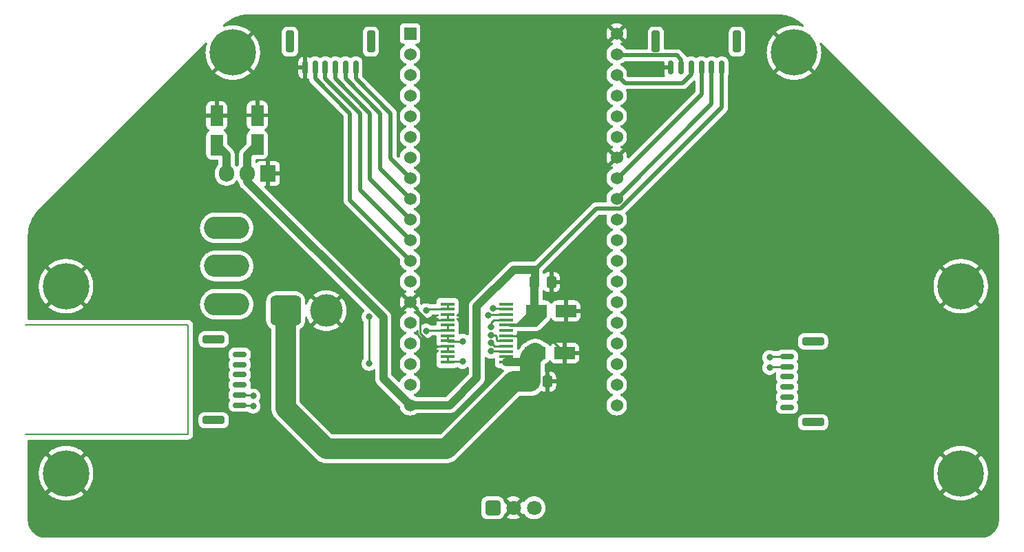
<source format=gbr>
%TF.GenerationSoftware,KiCad,Pcbnew,9.0.1*%
%TF.CreationDate,2025-05-09T11:09:33+02:00*%
%TF.ProjectId,FL-Zetor,464c2d5a-6574-46f7-922e-6b696361645f,rev?*%
%TF.SameCoordinates,Original*%
%TF.FileFunction,Copper,L1,Top*%
%TF.FilePolarity,Positive*%
%FSLAX46Y46*%
G04 Gerber Fmt 4.6, Leading zero omitted, Abs format (unit mm)*
G04 Created by KiCad (PCBNEW 9.0.1) date 2025-05-09 11:09:33*
%MOMM*%
%LPD*%
G01*
G04 APERTURE LIST*
G04 Aperture macros list*
%AMRoundRect*
0 Rectangle with rounded corners*
0 $1 Rounding radius*
0 $2 $3 $4 $5 $6 $7 $8 $9 X,Y pos of 4 corners*
0 Add a 4 corners polygon primitive as box body*
4,1,4,$2,$3,$4,$5,$6,$7,$8,$9,$2,$3,0*
0 Add four circle primitives for the rounded corners*
1,1,$1+$1,$2,$3*
1,1,$1+$1,$4,$5*
1,1,$1+$1,$6,$7*
1,1,$1+$1,$8,$9*
0 Add four rect primitives between the rounded corners*
20,1,$1+$1,$2,$3,$4,$5,0*
20,1,$1+$1,$4,$5,$6,$7,0*
20,1,$1+$1,$6,$7,$8,$9,0*
20,1,$1+$1,$8,$9,$2,$3,0*%
G04 Aperture macros list end*
%TA.AperFunction,NonConductor*%
%ADD10C,0.200000*%
%TD*%
%TA.AperFunction,ComponentPad*%
%ADD11C,5.700000*%
%TD*%
%TA.AperFunction,ComponentPad*%
%ADD12RoundRect,0.250200X-0.649800X-0.649800X0.649800X-0.649800X0.649800X0.649800X-0.649800X0.649800X0*%
%TD*%
%TA.AperFunction,ComponentPad*%
%ADD13C,1.800000*%
%TD*%
%TA.AperFunction,ComponentPad*%
%ADD14R,1.905000X2.000000*%
%TD*%
%TA.AperFunction,ComponentPad*%
%ADD15O,1.905000X2.000000*%
%TD*%
%TA.AperFunction,SMDPad,CuDef*%
%ADD16RoundRect,0.250000X-0.337500X-0.475000X0.337500X-0.475000X0.337500X0.475000X-0.337500X0.475000X0*%
%TD*%
%TA.AperFunction,SMDPad,CuDef*%
%ADD17RoundRect,0.250000X0.550000X-1.050000X0.550000X1.050000X-0.550000X1.050000X-0.550000X-1.050000X0*%
%TD*%
%TA.AperFunction,SMDPad,CuDef*%
%ADD18RoundRect,0.250000X-1.050000X-0.550000X1.050000X-0.550000X1.050000X0.550000X-1.050000X0.550000X0*%
%TD*%
%TA.AperFunction,ComponentPad*%
%ADD19R,1.530000X1.530000*%
%TD*%
%TA.AperFunction,ComponentPad*%
%ADD20C,1.530000*%
%TD*%
%TA.AperFunction,ComponentPad*%
%ADD21RoundRect,0.760000X-1.140000X-1.140000X1.140000X-1.140000X1.140000X1.140000X-1.140000X1.140000X0*%
%TD*%
%TA.AperFunction,ComponentPad*%
%ADD22C,4.000000*%
%TD*%
%TA.AperFunction,SMDPad,CuDef*%
%ADD23RoundRect,0.150000X0.150000X0.700000X-0.150000X0.700000X-0.150000X-0.700000X0.150000X-0.700000X0*%
%TD*%
%TA.AperFunction,SMDPad,CuDef*%
%ADD24RoundRect,0.250000X0.250000X1.100000X-0.250000X1.100000X-0.250000X-1.100000X0.250000X-1.100000X0*%
%TD*%
%TA.AperFunction,SMDPad,CuDef*%
%ADD25RoundRect,0.150000X-0.700000X0.150000X-0.700000X-0.150000X0.700000X-0.150000X0.700000X0.150000X0*%
%TD*%
%TA.AperFunction,SMDPad,CuDef*%
%ADD26RoundRect,0.250000X-1.100000X0.250000X-1.100000X-0.250000X1.100000X-0.250000X1.100000X0.250000X0*%
%TD*%
%TA.AperFunction,SMDPad,CuDef*%
%ADD27RoundRect,0.150000X0.700000X-0.150000X0.700000X0.150000X-0.700000X0.150000X-0.700000X-0.150000X0*%
%TD*%
%TA.AperFunction,SMDPad,CuDef*%
%ADD28RoundRect,0.250000X1.100000X-0.250000X1.100000X0.250000X-1.100000X0.250000X-1.100000X-0.250000X0*%
%TD*%
%TA.AperFunction,SMDPad,CuDef*%
%ADD29R,1.750000X0.450000*%
%TD*%
%TA.AperFunction,ComponentPad*%
%ADD30O,5.550000X2.775000*%
%TD*%
%TA.AperFunction,ViaPad*%
%ADD31C,0.800000*%
%TD*%
%TA.AperFunction,Conductor*%
%ADD32C,0.250000*%
%TD*%
%TA.AperFunction,Conductor*%
%ADD33C,1.000000*%
%TD*%
%TA.AperFunction,Conductor*%
%ADD34C,0.200000*%
%TD*%
%TA.AperFunction,Conductor*%
%ADD35C,0.500000*%
%TD*%
%TA.AperFunction,Conductor*%
%ADD36C,2.500000*%
%TD*%
G04 APERTURE END LIST*
D10*
X109375000Y-105525000D02*
X89350000Y-105525000D01*
X109375000Y-119025000D02*
X109375000Y-105525000D01*
X89375000Y-119025000D02*
X109375000Y-119025000D01*
D11*
%TO.P,H5,1,1*%
%TO.N,GND*%
X204370000Y-100775000D03*
%TD*%
%TO.P,H2,1,1*%
%TO.N,GND*%
X94370000Y-100775000D03*
%TD*%
D12*
%TO.P,U1,1,OUT*%
%TO.N,D-pin-ESP*%
X146829984Y-128025000D03*
D13*
%TO.P,U1,2,GND*%
%TO.N,GND*%
X149369984Y-128025000D03*
%TO.P,U1,3,Vs*%
%TO.N,+5V*%
X151909984Y-128025000D03*
%TD*%
D14*
%TO.P,U2,1,ADJ*%
%TO.N,GND*%
X119174479Y-86900357D03*
D15*
%TO.P,U2,2,VO*%
%TO.N,+5V*%
X116634479Y-86900357D03*
%TO.P,U2,3,VI*%
%TO.N,+12V*%
X114094479Y-86900357D03*
%TD*%
D16*
%TO.P,C5,1*%
%TO.N,+12V*%
X151462500Y-112500000D03*
%TO.P,C5,2*%
%TO.N,GND*%
X153537500Y-112500000D03*
%TD*%
D17*
%TO.P,C1,1*%
%TO.N,+12V*%
X112884479Y-83395357D03*
%TO.P,C1,2*%
%TO.N,GND*%
X112884479Y-79795357D03*
%TD*%
D18*
%TO.P,C4,1*%
%TO.N,+5V*%
X152210000Y-103815000D03*
%TO.P,C4,2*%
%TO.N,GND*%
X155810000Y-103815000D03*
%TD*%
D19*
%TO.P,MCU1,1,3V3*%
%TO.N,unconnected-(MCU1-3V3-Pad1)*%
X136670000Y-69675000D03*
D20*
%TO.P,MCU1,2,EN*%
%TO.N,unconnected-(MCU1-EN-Pad2)*%
X136670000Y-72215000D03*
%TO.P,MCU1,3,SENSOR_VP*%
%TO.N,D-pin-ESP*%
X136670000Y-74755000D03*
%TO.P,MCU1,4,SENSOR_VN*%
%TO.N,unconnected-(MCU1-SENSOR_VN-Pad4)*%
X136670000Y-77295000D03*
%TO.P,MCU1,5,IO34*%
%TO.N,unconnected-(MCU1-IO34-Pad5)*%
X136670000Y-79835000D03*
%TO.P,MCU1,6,IO35*%
%TO.N,unconnected-(MCU1-IO35-Pad6)*%
X136670000Y-82375000D03*
%TO.P,MCU1,7,IO32*%
%TO.N,unconnected-(MCU1-IO32-Pad7)*%
X136670000Y-84915000D03*
%TO.P,MCU1,8,IO33*%
%TO.N,S_D5*%
X136670000Y-87455000D03*
%TO.P,MCU1,9,IO25*%
%TO.N,S_D4*%
X136670000Y-89995000D03*
%TO.P,MCU1,10,IO26*%
%TO.N,S_D3*%
X136670000Y-92535000D03*
%TO.P,MCU1,11,IO27*%
%TO.N,S_D2*%
X136670000Y-95075000D03*
%TO.P,MCU1,12,IO14*%
%TO.N,S_D1*%
X136670000Y-97615000D03*
%TO.P,MCU1,13,IO12*%
%TO.N,PWM_A*%
X136670000Y-100155000D03*
%TO.P,MCU1,14,GND1*%
%TO.N,GND*%
X136670000Y-102695000D03*
%TO.P,MCU1,15,IO13*%
%TO.N,PWM_B*%
X136670000Y-105235000D03*
%TO.P,MCU1,16,SD2*%
%TO.N,unconnected-(MCU1-SD2-Pad16)*%
X136670000Y-107775000D03*
%TO.P,MCU1,17,SD3*%
%TO.N,unconnected-(MCU1-SD3-Pad17)*%
X136670000Y-110315000D03*
%TO.P,MCU1,18,CMD*%
%TO.N,unconnected-(MCU1-CMD-Pad18)*%
X136670000Y-112855000D03*
%TO.P,MCU1,19,EXT_5V*%
%TO.N,+5V*%
X136670000Y-115395000D03*
%TO.P,MCU1,20,CLK*%
%TO.N,unconnected-(MCU1-CLK-Pad20)*%
X162070000Y-115395000D03*
%TO.P,MCU1,21,SD0*%
%TO.N,unconnected-(MCU1-SD0-Pad21)*%
X162070000Y-112855000D03*
%TO.P,MCU1,22,SD1*%
%TO.N,unconnected-(MCU1-SD1-Pad22)*%
X162070000Y-110315000D03*
%TO.P,MCU1,23,IO15*%
%TO.N,D.M.C.B.2*%
X162070000Y-107775000D03*
%TO.P,MCU1,24,IO2*%
%TO.N,D.M.C.B.1*%
X162070000Y-105235000D03*
%TO.P,MCU1,25,IO0*%
%TO.N,D.M.C.A.1*%
X162070000Y-102695000D03*
%TO.P,MCU1,26,IO4*%
%TO.N,D.M.C.A.2*%
X162070000Y-100155000D03*
%TO.P,MCU1,27,IO16*%
%TO.N,unconnected-(MCU1-IO16-Pad27)*%
X162070000Y-97615000D03*
%TO.P,MCU1,28,IO17*%
%TO.N,unconnected-(MCU1-IO17-Pad28)*%
X162070000Y-95075000D03*
%TO.P,MCU1,29,IO5*%
%TO.N,unconnected-(MCU1-IO5-Pad29)*%
X162070000Y-92535000D03*
%TO.P,MCU1,30,IO18*%
%TO.N,S_D9*%
X162070000Y-89995000D03*
%TO.P,MCU1,31,IO19*%
%TO.N,S_D8*%
X162070000Y-87455000D03*
%TO.P,MCU1,32,GND2*%
%TO.N,GND*%
X162070000Y-84915000D03*
%TO.P,MCU1,33,IO21*%
%TO.N,unconnected-(MCU1-IO21-Pad33)*%
X162070000Y-82375000D03*
%TO.P,MCU1,34,RXD0*%
%TO.N,unconnected-(MCU1-RXD0-Pad34)*%
X162070000Y-79835000D03*
%TO.P,MCU1,35,TXD0*%
%TO.N,unconnected-(MCU1-TXD0-Pad35)*%
X162070000Y-77295000D03*
%TO.P,MCU1,36,IO22*%
%TO.N,S_D7*%
X162070000Y-74755000D03*
%TO.P,MCU1,37,IO23*%
%TO.N,S_D6*%
X162070000Y-72215000D03*
%TO.P,MCU1,38,GND3*%
%TO.N,GND*%
X162070000Y-69675000D03*
%TD*%
D11*
%TO.P,H4,1,1*%
%TO.N,GND*%
X114870000Y-72025000D03*
%TD*%
D21*
%TO.P,J1,1,Pin_1*%
%TO.N,+12V*%
X121370000Y-103775000D03*
D22*
%TO.P,J1,2,Pin_2*%
%TO.N,GND*%
X126370000Y-103775000D03*
%TD*%
D23*
%TO.P,J3,1,Pin_1*%
%TO.N,+5V*%
X174995000Y-73875000D03*
%TO.P,J3,2,Pin_2*%
%TO.N,S_D9*%
X173745000Y-73875000D03*
%TO.P,J3,3,Pin_3*%
%TO.N,S_D8*%
X172495000Y-73875000D03*
%TO.P,J3,4,Pin_4*%
%TO.N,S_D7*%
X171245000Y-73875000D03*
%TO.P,J3,5,Pin_5*%
%TO.N,S_D6*%
X169995000Y-73875000D03*
%TO.P,J3,6,Pin_6*%
%TO.N,GND*%
X168745000Y-73875000D03*
D24*
%TO.P,J3,MP*%
%TO.N,N/C*%
X176845000Y-70675000D03*
X166895000Y-70675000D03*
%TD*%
D18*
%TO.P,C6,1*%
%TO.N,+12V*%
X152070000Y-109000000D03*
%TO.P,C6,2*%
%TO.N,GND*%
X155670000Y-109000000D03*
%TD*%
D11*
%TO.P,H3,1,1*%
%TO.N,GND*%
X183870000Y-72025000D03*
%TD*%
%TO.P,H6,1,1*%
%TO.N,GND*%
X204370000Y-123775000D03*
%TD*%
D16*
%TO.P,C3,1*%
%TO.N,+5V*%
X151962500Y-100250000D03*
%TO.P,C3,2*%
%TO.N,GND*%
X154037500Y-100250000D03*
%TD*%
D25*
%TO.P,J4,1,Pin_1*%
%TO.N,unconnected-(J4-Pin_1-Pad1)*%
X115720000Y-109150000D03*
%TO.P,J4,2,Pin_2*%
%TO.N,unconnected-(J4-Pin_2-Pad2)*%
X115720000Y-110400000D03*
%TO.P,J4,3,Pin_3*%
%TO.N,unconnected-(J4-Pin_3-Pad3)*%
X115720000Y-111650000D03*
%TO.P,J4,4,Pin_4*%
%TO.N,unconnected-(J4-Pin_4-Pad4)*%
X115720000Y-112900000D03*
%TO.P,J4,5,Pin_5*%
%TO.N,LM2*%
X115720000Y-114150000D03*
%TO.P,J4,6,Pin_6*%
%TO.N,LM1*%
X115720000Y-115400000D03*
D26*
%TO.P,J4,MP*%
%TO.N,N/C*%
X112520000Y-107300000D03*
X112520000Y-117250000D03*
%TD*%
D17*
%TO.P,C2,1*%
%TO.N,+5V*%
X117884479Y-83345357D03*
%TO.P,C2,2*%
%TO.N,GND*%
X117884479Y-79745357D03*
%TD*%
D27*
%TO.P,J5,1,Pin_1*%
%TO.N,unconnected-(J5-Pin_1-Pad1)*%
X183020000Y-115650000D03*
%TO.P,J5,2,Pin_2*%
%TO.N,unconnected-(J5-Pin_2-Pad2)*%
X183020000Y-114400000D03*
%TO.P,J5,3,Pin_3*%
%TO.N,unconnected-(J5-Pin_3-Pad3)*%
X183020000Y-113150000D03*
%TO.P,J5,4,Pin_4*%
%TO.N,unconnected-(J5-Pin_4-Pad4)*%
X183020000Y-111900000D03*
%TO.P,J5,5,Pin_5*%
%TO.N,RM2*%
X183020000Y-110650000D03*
%TO.P,J5,6,Pin_6*%
%TO.N,RM1*%
X183020000Y-109400000D03*
D28*
%TO.P,J5,MP*%
%TO.N,N/C*%
X186220000Y-117500000D03*
X186220000Y-107550000D03*
%TD*%
D29*
%TO.P,D1,1,AO1*%
%TO.N,LM1*%
X141270000Y-102950000D03*
%TO.P,D1,2,AO1*%
X141270000Y-103600000D03*
%TO.P,D1,3,PGND1*%
%TO.N,GND*%
X141270000Y-104250000D03*
%TO.P,D1,4,PGND1*%
X141270000Y-104900000D03*
%TO.P,D1,5,AO2*%
%TO.N,LM2*%
X141270000Y-105550000D03*
%TO.P,D1,6,AO2*%
X141270000Y-106200000D03*
%TO.P,D1,7,BO2*%
%TO.N,RM2*%
X141270000Y-106850000D03*
%TO.P,D1,8,BO2*%
X141270000Y-107500000D03*
%TO.P,D1,9,PGND2*%
%TO.N,GND*%
X141270000Y-108150000D03*
%TO.P,D1,10,PGND2*%
X141270000Y-108800000D03*
%TO.P,D1,11,BO1*%
%TO.N,RM1*%
X141270000Y-109450000D03*
%TO.P,D1,12,BO1*%
X141270000Y-110100000D03*
%TO.P,D1,13,VM2*%
%TO.N,+12V*%
X148470000Y-110100000D03*
%TO.P,D1,14,VM3*%
X148470000Y-109450000D03*
%TO.P,D1,15,PWMB*%
%TO.N,PWM_B*%
X148470000Y-108800000D03*
%TO.P,D1,16,BIN2*%
%TO.N,D.M.C.B.2*%
X148470000Y-108150000D03*
%TO.P,D1,17,BIN1*%
%TO.N,D.M.C.B.1*%
X148470000Y-107500000D03*
%TO.P,D1,18,GND*%
%TO.N,GND*%
X148470000Y-106850000D03*
%TO.P,D1,19,STBY*%
%TO.N,unconnected-(D1-STBY-Pad19)*%
X148470000Y-106200000D03*
%TO.P,D1,20,VCC*%
%TO.N,+5V*%
X148470000Y-105550000D03*
%TO.P,D1,21,AIN1*%
%TO.N,D.M.C.A.1*%
X148470000Y-104900000D03*
%TO.P,D1,22,AIN2*%
%TO.N,D.M.C.A.2*%
X148470000Y-104250000D03*
%TO.P,D1,23,PWMA*%
%TO.N,PWM_A*%
X148470000Y-103600000D03*
%TO.P,D1,24,VM1*%
%TO.N,+12V*%
X148470000Y-102950000D03*
%TD*%
D30*
%TO.P,SW1,1,A*%
%TO.N,unconnected-(SW1A-A-Pad1)*%
X114120000Y-102975000D03*
%TO.P,SW1,2,B*%
%TO.N,+12V*%
X114120000Y-98275000D03*
%TO.P,SW1,3,C*%
X114120000Y-93575000D03*
%TD*%
D23*
%TO.P,J2,1,Pin_1*%
%TO.N,S_D5*%
X129995000Y-73875000D03*
%TO.P,J2,2,Pin_2*%
%TO.N,S_D4*%
X128745000Y-73875000D03*
%TO.P,J2,3,Pin_3*%
%TO.N,S_D3*%
X127495000Y-73875000D03*
%TO.P,J2,4,Pin_4*%
%TO.N,S_D2*%
X126245000Y-73875000D03*
%TO.P,J2,5,Pin_5*%
%TO.N,S_D1*%
X124995000Y-73875000D03*
%TO.P,J2,6,Pin_6*%
%TO.N,GND*%
X123745000Y-73875000D03*
D24*
%TO.P,J2,MP*%
%TO.N,N/C*%
X131845000Y-70675000D03*
X121895000Y-70675000D03*
%TD*%
D11*
%TO.P,H1,1,1*%
%TO.N,GND*%
X94370000Y-123775000D03*
%TD*%
D31*
%TO.N,LM2*%
X138620000Y-106275000D03*
X117370000Y-114275000D03*
%TO.N,LM1*%
X117370000Y-115525000D03*
X138620000Y-103775000D03*
%TO.N,RM2*%
X180870000Y-110775000D03*
X143120000Y-107525000D03*
%TO.N,RM1*%
X180870000Y-109525000D03*
X143120000Y-110025000D03*
%TO.N,PWM_A*%
X146870000Y-103525000D03*
%TO.N,D-pin-ESP*%
X131620000Y-104525000D03*
X131620000Y-110275000D03*
%TO.N,PWM_B*%
X146620000Y-108775000D03*
%TO.N,D.M.C.A.2*%
X146315298Y-104357053D03*
%TO.N,D.M.C.A.1*%
X146605119Y-105747562D03*
%TO.N,D.M.C.B.2*%
X146632653Y-107762347D03*
%TO.N,D.M.C.B.1*%
X146615495Y-106762492D03*
%TD*%
D32*
%TO.N,GND*%
X137981640Y-104163360D02*
X137894000Y-104251000D01*
X136670000Y-102851720D02*
X136670000Y-102695000D01*
X141270000Y-108150000D02*
X141270000Y-108800000D01*
X148470000Y-106850000D02*
X153520000Y-106850000D01*
X137894000Y-106575720D02*
X139468280Y-108150000D01*
X141270000Y-104900000D02*
X138718280Y-104900000D01*
X137981640Y-104163360D02*
X136670000Y-102851720D01*
X138718280Y-104900000D02*
X137981640Y-104163360D01*
X153520000Y-106850000D02*
X155670000Y-109000000D01*
X141270000Y-104250000D02*
X141270000Y-104900000D01*
X137894000Y-104251000D02*
X137894000Y-106575720D01*
X139468280Y-108150000D02*
X141270000Y-108150000D01*
D33*
%TO.N,+5V*%
X116634479Y-86900357D02*
X116634479Y-84595357D01*
X116634479Y-87884479D02*
X133370000Y-104620000D01*
D34*
X152000000Y-100212500D02*
X151962500Y-100250000D01*
D35*
X159539000Y-91211000D02*
X162573684Y-91211000D01*
D33*
X151962500Y-103567500D02*
X152210000Y-103815000D01*
X152000000Y-103605000D02*
X152220000Y-103825000D01*
X152000000Y-98750000D02*
X152000000Y-100212500D01*
X116634479Y-86900357D02*
X116634479Y-87884479D01*
X136670000Y-115395000D02*
X141500000Y-115395000D01*
X116634479Y-84595357D02*
X117884479Y-83345357D01*
D35*
X152000000Y-98750000D02*
X159539000Y-91211000D01*
D33*
X144870000Y-103275000D02*
X149395000Y-98750000D01*
D35*
X162573684Y-91211000D02*
X174995000Y-78789684D01*
D33*
X149395000Y-98750000D02*
X152000000Y-98750000D01*
D35*
X174995000Y-78789684D02*
X174995000Y-73875000D01*
D33*
X133370000Y-104620000D02*
X133370000Y-112095000D01*
X151962500Y-100250000D02*
X151962500Y-103567500D01*
X133370000Y-112095000D02*
X136670000Y-115395000D01*
X144870000Y-112025000D02*
X144870000Y-103275000D01*
X141500000Y-115395000D02*
X144870000Y-112025000D01*
D36*
%TO.N,+12V*%
X126370000Y-120775000D02*
X141120000Y-120775000D01*
X151462500Y-112500000D02*
X151462500Y-109607500D01*
X149395000Y-112500000D02*
X151462500Y-112500000D01*
X151462500Y-109607500D02*
X152070000Y-109000000D01*
D33*
X150970000Y-110100000D02*
X151462500Y-109607500D01*
D36*
X121370000Y-103775000D02*
X121370000Y-115775000D01*
X141120000Y-120775000D02*
X149395000Y-112500000D01*
D33*
X148470000Y-110100000D02*
X150970000Y-110100000D01*
X114094479Y-86900357D02*
X114094479Y-84605357D01*
X114094479Y-84605357D02*
X112884479Y-83395357D01*
D36*
X121370000Y-115775000D02*
X126370000Y-120775000D01*
D32*
%TO.N,LM2*%
X141270000Y-106200000D02*
X141270000Y-105550000D01*
X115720000Y-114150000D02*
X117245000Y-114150000D01*
X138695000Y-106200000D02*
X141270000Y-106200000D01*
X117245000Y-114150000D02*
X117370000Y-114275000D01*
X138620000Y-106275000D02*
X138695000Y-106200000D01*
%TO.N,LM1*%
X138620000Y-103775000D02*
X138795000Y-103600000D01*
X117245000Y-115400000D02*
X117370000Y-115525000D01*
X138795000Y-103600000D02*
X141270000Y-103600000D01*
X141270000Y-103600000D02*
X141270000Y-102950000D01*
X115720000Y-115400000D02*
X117245000Y-115400000D01*
%TO.N,RM2*%
X180995000Y-110650000D02*
X180870000Y-110775000D01*
X141270000Y-107500000D02*
X141270000Y-106850000D01*
X143120000Y-107525000D02*
X141295000Y-107525000D01*
X183020000Y-110650000D02*
X180995000Y-110650000D01*
X141295000Y-107525000D02*
X141270000Y-107500000D01*
%TO.N,RM1*%
X183020000Y-109400000D02*
X180995000Y-109400000D01*
X141345000Y-110025000D02*
X141270000Y-110100000D01*
X143120000Y-110025000D02*
X141345000Y-110025000D01*
X141270000Y-110100000D02*
X141270000Y-109450000D01*
X143120000Y-110025000D02*
X142945000Y-110200000D01*
X180995000Y-109400000D02*
X180870000Y-109525000D01*
D35*
%TO.N,S_D8*%
X162190000Y-87455000D02*
X172495000Y-77150000D01*
X162070000Y-87455000D02*
X162190000Y-87455000D01*
X172495000Y-77150000D02*
X172495000Y-73875000D01*
%TO.N,S_D1*%
X136670000Y-97615000D02*
X129250000Y-90195000D01*
X129250000Y-90195000D02*
X129250000Y-79500000D01*
X129250000Y-79500000D02*
X124995000Y-75245000D01*
X124995000Y-75245000D02*
X124995000Y-73875000D01*
%TO.N,S_D7*%
X170194999Y-75775000D02*
X163090000Y-75775000D01*
X171245000Y-73875000D02*
X171245000Y-74724999D01*
X163090000Y-75775000D02*
X162070000Y-74755000D01*
X171245000Y-74724999D02*
X170194999Y-75775000D01*
D32*
%TO.N,S_D4*%
X128745000Y-74287810D02*
X128745000Y-73875000D01*
D35*
X128745000Y-75245000D02*
X133000000Y-79500000D01*
X133000000Y-86325000D02*
X136670000Y-89995000D01*
X128745000Y-73875000D02*
X128745000Y-75245000D01*
X133000000Y-79500000D02*
X133000000Y-86325000D01*
D32*
%TO.N,S_D6*%
X162554000Y-72699000D02*
X162070000Y-72215000D01*
D35*
X162225562Y-72370562D02*
X162070000Y-72215000D01*
X169995000Y-73875000D02*
X169995000Y-72900000D01*
X169465562Y-72370562D02*
X162225562Y-72370562D01*
X169995000Y-72900000D02*
X169465562Y-72370562D01*
D32*
%TO.N,PWM_A*%
X148395000Y-103525000D02*
X148470000Y-103600000D01*
X146870000Y-103525000D02*
X148395000Y-103525000D01*
D35*
%TO.N,S_D3*%
X127495000Y-75245000D02*
X131750000Y-79500000D01*
X131750000Y-79500000D02*
X131750000Y-87615000D01*
X127495000Y-73875000D02*
X127495000Y-75245000D01*
X131750000Y-87615000D02*
X136670000Y-92535000D01*
%TO.N,S_D5*%
X134250000Y-79500000D02*
X134250000Y-85035000D01*
X129995000Y-75245000D02*
X134250000Y-79500000D01*
X129995000Y-73875000D02*
X129995000Y-75245000D01*
X134250000Y-85035000D02*
X136670000Y-87455000D01*
%TO.N,S_D9*%
X173745000Y-78320000D02*
X162070000Y-89995000D01*
X173745000Y-73875000D02*
X173745000Y-78320000D01*
D32*
%TO.N,D-pin-ESP*%
X131620000Y-110275000D02*
X131620000Y-104525000D01*
D35*
%TO.N,S_D2*%
X126245000Y-75245000D02*
X126245000Y-73875000D01*
X130500000Y-88905000D02*
X130500000Y-79500000D01*
X130500000Y-79500000D02*
X126245000Y-75245000D01*
X136670000Y-95075000D02*
X130500000Y-88905000D01*
D32*
%TO.N,PWM_B*%
X148445000Y-108775000D02*
X148470000Y-108800000D01*
X146620000Y-108775000D02*
X148445000Y-108775000D01*
%TO.N,D.M.C.A.2*%
X146397351Y-104275000D02*
X148445000Y-104275000D01*
X148445000Y-104275000D02*
X148470000Y-104250000D01*
X146315298Y-104357053D02*
X146397351Y-104275000D01*
%TO.N,D.M.C.A.1*%
X146995000Y-104900000D02*
X148470000Y-104900000D01*
X146605119Y-105747562D02*
X146605119Y-105289881D01*
X146605119Y-105289881D02*
X146995000Y-104900000D01*
%TO.N,D.M.C.B.2*%
X147020306Y-108150000D02*
X148470000Y-108150000D01*
X146632653Y-107762347D02*
X147020306Y-108150000D01*
%TO.N,D.M.C.B.1*%
X147368000Y-107500000D02*
X148470000Y-107500000D01*
X147269000Y-107401000D02*
X147368000Y-107500000D01*
X147107492Y-106762492D02*
X147269000Y-106924000D01*
X147269000Y-106924000D02*
X147269000Y-107401000D01*
X146615495Y-106762492D02*
X147107492Y-106762492D01*
%TD*%
%TA.AperFunction,Conductor*%
%TO.N,+5V*%
G36*
X153351316Y-104137122D02*
G01*
X153353824Y-104137592D01*
X153358843Y-104138533D01*
X153359030Y-104138593D01*
X153359230Y-104138605D01*
X153359239Y-104138607D01*
X153374046Y-104143418D01*
X153388432Y-104148041D01*
X153388600Y-104148147D01*
X153388797Y-104148211D01*
X153401909Y-104156532D01*
X153414730Y-104164610D01*
X153414868Y-104164756D01*
X153415041Y-104164866D01*
X153425592Y-104176103D01*
X153436081Y-104187200D01*
X153436179Y-104187377D01*
X153436318Y-104187525D01*
X153443659Y-104200879D01*
X153451144Y-104214389D01*
X153451195Y-104214587D01*
X153451292Y-104214763D01*
X153455077Y-104229505D01*
X153458971Y-104244470D01*
X153458988Y-104244737D01*
X153459022Y-104244869D01*
X153460000Y-104260410D01*
X153460000Y-104473638D01*
X153456104Y-104504476D01*
X153444662Y-104533375D01*
X153426392Y-104558522D01*
X153423681Y-104561319D01*
X152246319Y-105738681D01*
X152221759Y-105757732D01*
X152193233Y-105770076D01*
X152162533Y-105774939D01*
X152158638Y-105775000D01*
X149367753Y-105775000D01*
X149356778Y-105774513D01*
X149356640Y-105774500D01*
X149356630Y-105774500D01*
X149044000Y-105774500D01*
X149013162Y-105770604D01*
X148984263Y-105759162D01*
X148959116Y-105740892D01*
X148939303Y-105716943D01*
X148926069Y-105688818D01*
X148924325Y-105682966D01*
X148914325Y-105646104D01*
X148912315Y-105631766D01*
X148910061Y-105617533D01*
X148910028Y-105615445D01*
X148910011Y-105615322D01*
X148910024Y-105615202D01*
X148910000Y-105613638D01*
X148910000Y-105459000D01*
X148913896Y-105428162D01*
X148925338Y-105399263D01*
X148943608Y-105374116D01*
X148967557Y-105354303D01*
X148995682Y-105341069D01*
X149026214Y-105335245D01*
X149034000Y-105335000D01*
X149740000Y-105335000D01*
X150903681Y-104171319D01*
X150928241Y-104152268D01*
X150956767Y-104139924D01*
X150987467Y-104135061D01*
X150991362Y-104135000D01*
X153328476Y-104135000D01*
X153351316Y-104137122D01*
G37*
%TD.AperFunction*%
%TD*%
%TA.AperFunction,Conductor*%
%TO.N,GND*%
G36*
X137631960Y-106153342D02*
G01*
X137660289Y-106166133D01*
X137684547Y-106185567D01*
X137703210Y-106210423D01*
X137715105Y-106239140D01*
X137719485Y-106269912D01*
X137719500Y-106271861D01*
X137719500Y-106314320D01*
X137726353Y-106392654D01*
X137739426Y-106466791D01*
X137740008Y-106470090D01*
X137760360Y-106546044D01*
X137760363Y-106546052D01*
X137760366Y-106546063D01*
X137787248Y-106619923D01*
X137787255Y-106619940D01*
X137820481Y-106691192D01*
X137820483Y-106691196D01*
X137828669Y-106705375D01*
X137859802Y-106759299D01*
X137859809Y-106759309D01*
X137859816Y-106759320D01*
X137904903Y-106823710D01*
X137955451Y-106883952D01*
X138011047Y-106939548D01*
X138071289Y-106990096D01*
X138135679Y-107035183D01*
X138135685Y-107035186D01*
X138135701Y-107035198D01*
X138203799Y-107074514D01*
X138203801Y-107074515D01*
X138203803Y-107074516D01*
X138203807Y-107074518D01*
X138275059Y-107107744D01*
X138275076Y-107107751D01*
X138348936Y-107134633D01*
X138348939Y-107134633D01*
X138348956Y-107134640D01*
X138424910Y-107154992D01*
X138502349Y-107168647D01*
X138580681Y-107175499D01*
X138580682Y-107175500D01*
X138580683Y-107175500D01*
X138659318Y-107175500D01*
X138659318Y-107175499D01*
X138737651Y-107168647D01*
X138815090Y-107154992D01*
X138891044Y-107134640D01*
X138899777Y-107131461D01*
X138964923Y-107107751D01*
X138964940Y-107107744D01*
X139036192Y-107074518D01*
X139036201Y-107074514D01*
X139104299Y-107035198D01*
X139168712Y-106990095D01*
X139228949Y-106939551D01*
X139284551Y-106883949D01*
X139290306Y-106877090D01*
X139296428Y-106869795D01*
X139319234Y-106848676D01*
X139346576Y-106833892D01*
X139376736Y-106826372D01*
X139391418Y-106825500D01*
X139770500Y-106825500D01*
X139779901Y-106826687D01*
X139789373Y-106826945D01*
X139795260Y-106828628D01*
X139801338Y-106829396D01*
X139810149Y-106832884D01*
X139819259Y-106835489D01*
X139824543Y-106838583D01*
X139830237Y-106840838D01*
X139837901Y-106846406D01*
X139846080Y-106851196D01*
X139850429Y-106855508D01*
X139855384Y-106859108D01*
X139861426Y-106866411D01*
X139868153Y-106873081D01*
X139871291Y-106878335D01*
X139875197Y-106883057D01*
X139879232Y-106891633D01*
X139884090Y-106899767D01*
X139885823Y-106905641D01*
X139888431Y-106911182D01*
X139890206Y-106920489D01*
X139892889Y-106929578D01*
X139893587Y-106938214D01*
X139894255Y-106941714D01*
X139894421Y-106945075D01*
X139894500Y-106947299D01*
X139894501Y-107095988D01*
X139895736Y-107122194D01*
X139902204Y-107163040D01*
X139902474Y-107170574D01*
X139901748Y-107178609D01*
X139902002Y-107186671D01*
X139901027Y-107194393D01*
X139895735Y-107227807D01*
X139895734Y-107227814D01*
X139894500Y-107254004D01*
X139894500Y-107745974D01*
X139895736Y-107772195D01*
X139895738Y-107772210D01*
X139899359Y-107795075D01*
X139899360Y-107795079D01*
X139905588Y-107834397D01*
X139923158Y-107894874D01*
X139948169Y-107952672D01*
X139973494Y-107995495D01*
X139973496Y-107995499D01*
X139979293Y-108005300D01*
X139980227Y-108006879D01*
X140004771Y-108038521D01*
X140018832Y-108056647D01*
X140063352Y-108101167D01*
X140063356Y-108101170D01*
X140063359Y-108101173D01*
X140113121Y-108139773D01*
X140118846Y-108143158D01*
X140120723Y-108144269D01*
X140145283Y-108163320D01*
X140164333Y-108187881D01*
X140176677Y-108216407D01*
X140181539Y-108247107D01*
X140178613Y-108278052D01*
X140168084Y-108307297D01*
X140150612Y-108333004D01*
X140127297Y-108353559D01*
X140099602Y-108367670D01*
X140069268Y-108374450D01*
X140057600Y-108375000D01*
X139895001Y-108375000D01*
X139895001Y-108395960D01*
X139896234Y-108422152D01*
X139896235Y-108422159D01*
X139901532Y-108455602D01*
X139902509Y-108486669D01*
X139901533Y-108494396D01*
X139896233Y-108527860D01*
X139895000Y-108554019D01*
X139895000Y-108575000D01*
X140057600Y-108575000D01*
X140088438Y-108578896D01*
X140117337Y-108590338D01*
X140142484Y-108608608D01*
X140162297Y-108632557D01*
X140175531Y-108660682D01*
X140181355Y-108691214D01*
X140179404Y-108722235D01*
X140169799Y-108751797D01*
X140153144Y-108778041D01*
X140130485Y-108799318D01*
X140120723Y-108805731D01*
X140113127Y-108810223D01*
X140113116Y-108810230D01*
X140063352Y-108848832D01*
X140018832Y-108893352D01*
X139980230Y-108943116D01*
X139980223Y-108943127D01*
X139973494Y-108954504D01*
X139973492Y-108954508D01*
X139948169Y-108997328D01*
X139923158Y-109055126D01*
X139905588Y-109115603D01*
X139899363Y-109154905D01*
X139899361Y-109154911D01*
X139895735Y-109177810D01*
X139894500Y-109204004D01*
X139894500Y-109695974D01*
X139895736Y-109722196D01*
X139901027Y-109755604D01*
X139902002Y-109786671D01*
X139901027Y-109794393D01*
X139895735Y-109827807D01*
X139895734Y-109827814D01*
X139894500Y-109854004D01*
X139894500Y-110345974D01*
X139895736Y-110372195D01*
X139895737Y-110372207D01*
X139905586Y-110434394D01*
X139905587Y-110434398D01*
X139923155Y-110494864D01*
X139923160Y-110494879D01*
X139948168Y-110552671D01*
X139948169Y-110552672D01*
X139973112Y-110594849D01*
X139980226Y-110606877D01*
X139980230Y-110606883D01*
X140018832Y-110656647D01*
X140063352Y-110701167D01*
X140063356Y-110701170D01*
X140063359Y-110701173D01*
X140113121Y-110739773D01*
X140167328Y-110771831D01*
X140225126Y-110796842D01*
X140247892Y-110803456D01*
X140285601Y-110814412D01*
X140285605Y-110814413D01*
X140347805Y-110824264D01*
X140349528Y-110824345D01*
X140374011Y-110825500D01*
X142165988Y-110825499D01*
X142192194Y-110824264D01*
X142192207Y-110824262D01*
X142254394Y-110814413D01*
X142254398Y-110814412D01*
X142269088Y-110810143D01*
X142314874Y-110796842D01*
X142372672Y-110771831D01*
X142426879Y-110739773D01*
X142426889Y-110739764D01*
X142429166Y-110738218D01*
X142456859Y-110724104D01*
X142487192Y-110717320D01*
X142518260Y-110718292D01*
X142548109Y-110726961D01*
X142570000Y-110739193D01*
X142571287Y-110740094D01*
X142571288Y-110740095D01*
X142635701Y-110785198D01*
X142703799Y-110824514D01*
X142703801Y-110824515D01*
X142703803Y-110824516D01*
X142703807Y-110824518D01*
X142775059Y-110857744D01*
X142775076Y-110857751D01*
X142848936Y-110884633D01*
X142848939Y-110884633D01*
X142848956Y-110884640D01*
X142924910Y-110904992D01*
X143002349Y-110918647D01*
X143080681Y-110925499D01*
X143080682Y-110925500D01*
X143080683Y-110925500D01*
X143159318Y-110925500D01*
X143159318Y-110925499D01*
X143237651Y-110918647D01*
X143315090Y-110904992D01*
X143391044Y-110884640D01*
X143399777Y-110881461D01*
X143464923Y-110857751D01*
X143464940Y-110857744D01*
X143525736Y-110829394D01*
X143536201Y-110824514D01*
X143604299Y-110785198D01*
X143668712Y-110740095D01*
X143668720Y-110740088D01*
X143670009Y-110739100D01*
X143670764Y-110738658D01*
X143670928Y-110738544D01*
X143670937Y-110738557D01*
X143696845Y-110723416D01*
X143726738Y-110714900D01*
X143757810Y-110714085D01*
X143788108Y-110721022D01*
X143815730Y-110735277D01*
X143838938Y-110755953D01*
X143856275Y-110781751D01*
X143866652Y-110811051D01*
X143869500Y-110837472D01*
X143869500Y-111559217D01*
X143865604Y-111590055D01*
X143854162Y-111618954D01*
X143835892Y-111644101D01*
X143833181Y-111646898D01*
X141121898Y-114358181D01*
X141097338Y-114377232D01*
X141068812Y-114389576D01*
X141038112Y-114394439D01*
X141034217Y-114394500D01*
X137486217Y-114394500D01*
X137455379Y-114390604D01*
X137426480Y-114379162D01*
X137413333Y-114370819D01*
X137373632Y-114341975D01*
X137373604Y-114341956D01*
X137288838Y-114290012D01*
X137288827Y-114290005D01*
X137288813Y-114289998D01*
X137288808Y-114289995D01*
X137200238Y-114244865D01*
X137200219Y-114244856D01*
X137194923Y-114242662D01*
X137187432Y-114239560D01*
X137160436Y-114224162D01*
X137138114Y-114202532D01*
X137121873Y-114176030D01*
X137112733Y-114146322D01*
X137111268Y-114115274D01*
X137117571Y-114084837D01*
X137131245Y-114056923D01*
X137151431Y-114033287D01*
X137176860Y-114015414D01*
X137187427Y-114010442D01*
X137200223Y-114005142D01*
X137288827Y-113959995D01*
X137373616Y-113908036D01*
X137454068Y-113849585D01*
X137529685Y-113785002D01*
X137600002Y-113714685D01*
X137664585Y-113639068D01*
X137723036Y-113558616D01*
X137774995Y-113473827D01*
X137820142Y-113385223D01*
X137858197Y-113293349D01*
X137888926Y-113198773D01*
X137912141Y-113102077D01*
X137927697Y-113003858D01*
X137935500Y-112904722D01*
X137935500Y-112805278D01*
X137927697Y-112706142D01*
X137912141Y-112607923D01*
X137888926Y-112511227D01*
X137858197Y-112416651D01*
X137820142Y-112324777D01*
X137774995Y-112236173D01*
X137732039Y-112166075D01*
X137723043Y-112151395D01*
X137723040Y-112151391D01*
X137723036Y-112151384D01*
X137713808Y-112138683D01*
X137664590Y-112070939D01*
X137664580Y-112070925D01*
X137600007Y-111995321D01*
X137600002Y-111995315D01*
X137529685Y-111924998D01*
X137519235Y-111916073D01*
X137454074Y-111860419D01*
X137454060Y-111860409D01*
X137373636Y-111801978D01*
X137373604Y-111801956D01*
X137288838Y-111750012D01*
X137288827Y-111750005D01*
X137288813Y-111749998D01*
X137288808Y-111749995D01*
X137200238Y-111704865D01*
X137200219Y-111704856D01*
X137194923Y-111702662D01*
X137187432Y-111699560D01*
X137160436Y-111684162D01*
X137138114Y-111662532D01*
X137121873Y-111636030D01*
X137112733Y-111606322D01*
X137111268Y-111575274D01*
X137117571Y-111544837D01*
X137131245Y-111516923D01*
X137151431Y-111493287D01*
X137176860Y-111475414D01*
X137187427Y-111470442D01*
X137200223Y-111465142D01*
X137288827Y-111419995D01*
X137373616Y-111368036D01*
X137454068Y-111309585D01*
X137529685Y-111245002D01*
X137600002Y-111174685D01*
X137664585Y-111099068D01*
X137723036Y-111018616D01*
X137774995Y-110933827D01*
X137820142Y-110845223D01*
X137858197Y-110753349D01*
X137888926Y-110658773D01*
X137912141Y-110562077D01*
X137927697Y-110463858D01*
X137935500Y-110364722D01*
X137935500Y-110265278D01*
X137927697Y-110166142D01*
X137912141Y-110067923D01*
X137888926Y-109971227D01*
X137858197Y-109876651D01*
X137820142Y-109784777D01*
X137813249Y-109771250D01*
X137778242Y-109702546D01*
X137774995Y-109696173D01*
X137728859Y-109620886D01*
X137723043Y-109611395D01*
X137723040Y-109611391D01*
X137723036Y-109611384D01*
X137720391Y-109607744D01*
X137664590Y-109530939D01*
X137664580Y-109530925D01*
X137600007Y-109455321D01*
X137600002Y-109455315D01*
X137529685Y-109384998D01*
X137482677Y-109344849D01*
X137454074Y-109320419D01*
X137454060Y-109320409D01*
X137373636Y-109261978D01*
X137373604Y-109261956D01*
X137307275Y-109221310D01*
X137288827Y-109210005D01*
X137288813Y-109209998D01*
X137288808Y-109209995D01*
X137200238Y-109164865D01*
X137200219Y-109164856D01*
X137194923Y-109162662D01*
X137187432Y-109159560D01*
X137160436Y-109144162D01*
X137138114Y-109122532D01*
X137121873Y-109096030D01*
X137112733Y-109066322D01*
X137111268Y-109035274D01*
X137117571Y-109004837D01*
X137131245Y-108976923D01*
X137151431Y-108953287D01*
X137176860Y-108935414D01*
X137187427Y-108930442D01*
X137200223Y-108925142D01*
X137288827Y-108879995D01*
X137373616Y-108828036D01*
X137454068Y-108769585D01*
X137529685Y-108705002D01*
X137600002Y-108634685D01*
X137664585Y-108559068D01*
X137723036Y-108478616D01*
X137774995Y-108393827D01*
X137820142Y-108305223D01*
X137858197Y-108213349D01*
X137888926Y-108118773D01*
X137912141Y-108022077D01*
X137927697Y-107923858D01*
X137935500Y-107824722D01*
X137935500Y-107725278D01*
X137927697Y-107626142D01*
X137912141Y-107527923D01*
X137888926Y-107431227D01*
X137858197Y-107336651D01*
X137820142Y-107244777D01*
X137774995Y-107156173D01*
X137724957Y-107074518D01*
X137723043Y-107071395D01*
X137723040Y-107071391D01*
X137723036Y-107071384D01*
X137689979Y-107025885D01*
X137664590Y-106990939D01*
X137664580Y-106990925D01*
X137604421Y-106920489D01*
X137600002Y-106915315D01*
X137529685Y-106844998D01*
X137519480Y-106836282D01*
X137454074Y-106780419D01*
X137454060Y-106780409D01*
X137373636Y-106721978D01*
X137373604Y-106721956D01*
X137300330Y-106677054D01*
X137288827Y-106670005D01*
X137288813Y-106669998D01*
X137288808Y-106669995D01*
X137200238Y-106624865D01*
X137200219Y-106624856D01*
X137194923Y-106622662D01*
X137187432Y-106619560D01*
X137160436Y-106604162D01*
X137138114Y-106582532D01*
X137121873Y-106556030D01*
X137112733Y-106526322D01*
X137111268Y-106495274D01*
X137117571Y-106464837D01*
X137131245Y-106436923D01*
X137151431Y-106413287D01*
X137176860Y-106395414D01*
X137187427Y-106390442D01*
X137200223Y-106385142D01*
X137288827Y-106339995D01*
X137373616Y-106288036D01*
X137454068Y-106229585D01*
X137514970Y-106177569D01*
X137540947Y-106160506D01*
X137570354Y-106150438D01*
X137601340Y-106147999D01*
X137631960Y-106153342D01*
G37*
%TD.AperFunction*%
%TA.AperFunction,Conductor*%
G36*
X137724984Y-103396432D02*
G01*
X137744035Y-103420992D01*
X137756379Y-103449518D01*
X137761242Y-103480218D01*
X137758317Y-103511163D01*
X137757085Y-103516176D01*
X137752002Y-103535150D01*
X137740008Y-103579908D01*
X137740006Y-103579919D01*
X137726353Y-103657345D01*
X137719500Y-103735679D01*
X137719500Y-103814320D01*
X137726353Y-103892654D01*
X137740006Y-103970080D01*
X137740008Y-103970091D01*
X137744063Y-103985223D01*
X137760360Y-104046044D01*
X137760363Y-104046052D01*
X137760366Y-104046063D01*
X137787248Y-104119923D01*
X137787255Y-104119940D01*
X137820481Y-104191192D01*
X137820483Y-104191196D01*
X137820486Y-104191201D01*
X137859802Y-104259299D01*
X137859809Y-104259309D01*
X137859816Y-104259320D01*
X137904903Y-104323710D01*
X137955451Y-104383952D01*
X138011047Y-104439548D01*
X138071289Y-104490096D01*
X138135679Y-104535183D01*
X138135685Y-104535186D01*
X138135701Y-104535198D01*
X138203799Y-104574514D01*
X138203801Y-104574515D01*
X138203803Y-104574516D01*
X138203807Y-104574518D01*
X138275059Y-104607744D01*
X138275076Y-104607751D01*
X138348936Y-104634633D01*
X138348939Y-104634633D01*
X138348956Y-104634640D01*
X138424910Y-104654992D01*
X138502349Y-104668647D01*
X138580681Y-104675499D01*
X138580682Y-104675500D01*
X138580683Y-104675500D01*
X138659318Y-104675500D01*
X138659318Y-104675499D01*
X138737651Y-104668647D01*
X138815090Y-104654992D01*
X138891044Y-104634640D01*
X138924061Y-104622623D01*
X138964923Y-104607751D01*
X138964940Y-104607744D01*
X139036192Y-104574518D01*
X139036201Y-104574514D01*
X139104299Y-104535198D01*
X139168712Y-104490095D01*
X139228949Y-104439551D01*
X139284551Y-104383949D01*
X139335095Y-104323712D01*
X139366840Y-104278375D01*
X139387718Y-104255351D01*
X139413667Y-104238240D01*
X139443056Y-104228121D01*
X139468414Y-104225500D01*
X140055064Y-104225500D01*
X140064732Y-104226721D01*
X140074470Y-104227028D01*
X140080092Y-104228662D01*
X140085902Y-104229396D01*
X140094963Y-104232983D01*
X140104317Y-104235702D01*
X140112986Y-104240119D01*
X140114801Y-104240838D01*
X140118192Y-104242772D01*
X140120728Y-104244272D01*
X140145287Y-104263324D01*
X140164336Y-104287886D01*
X140176679Y-104316413D01*
X140181539Y-104347113D01*
X140178612Y-104378057D01*
X140168081Y-104407302D01*
X140150609Y-104433008D01*
X140127292Y-104453562D01*
X140099596Y-104467672D01*
X140069262Y-104474450D01*
X140057600Y-104475000D01*
X139895001Y-104475000D01*
X139895001Y-104495960D01*
X139896234Y-104522152D01*
X139896235Y-104522159D01*
X139901532Y-104555602D01*
X139902509Y-104586669D01*
X139901533Y-104594396D01*
X139896233Y-104627860D01*
X139895000Y-104654019D01*
X139895000Y-104675000D01*
X140057600Y-104675000D01*
X140088438Y-104678896D01*
X140117337Y-104690338D01*
X140142484Y-104708608D01*
X140162297Y-104732557D01*
X140175531Y-104760682D01*
X140181355Y-104791214D01*
X140179404Y-104822235D01*
X140169799Y-104851797D01*
X140153144Y-104878041D01*
X140130485Y-104899318D01*
X140120723Y-104905731D01*
X140113127Y-104910223D01*
X140113116Y-104910230D01*
X140063352Y-104948832D01*
X140018832Y-104993352D01*
X139980230Y-105043116D01*
X139980223Y-105043127D01*
X139973494Y-105054504D01*
X139973492Y-105054508D01*
X139948169Y-105097328D01*
X139923158Y-105155126D01*
X139905588Y-105215603D01*
X139899363Y-105254905D01*
X139899361Y-105254911D01*
X139895735Y-105277810D01*
X139894500Y-105304004D01*
X139894500Y-105304011D01*
X139894500Y-105424259D01*
X139894501Y-105450499D01*
X139890606Y-105481337D01*
X139879163Y-105510237D01*
X139860894Y-105535383D01*
X139836944Y-105555196D01*
X139808820Y-105568431D01*
X139778288Y-105574255D01*
X139770501Y-105574500D01*
X139228653Y-105574500D01*
X139197815Y-105570604D01*
X139168916Y-105559162D01*
X139157529Y-105552074D01*
X139104320Y-105514816D01*
X139104309Y-105514809D01*
X139104299Y-105514802D01*
X139036201Y-105475486D01*
X139036202Y-105475486D01*
X139036196Y-105475483D01*
X139036192Y-105475481D01*
X138964940Y-105442255D01*
X138964923Y-105442248D01*
X138891063Y-105415366D01*
X138891052Y-105415363D01*
X138891044Y-105415360D01*
X138835443Y-105400461D01*
X138815091Y-105395008D01*
X138815080Y-105395006D01*
X138737654Y-105381353D01*
X138659320Y-105374500D01*
X138659317Y-105374500D01*
X138580683Y-105374500D01*
X138580679Y-105374500D01*
X138502345Y-105381353D01*
X138424919Y-105395006D01*
X138424908Y-105395008D01*
X138384204Y-105405915D01*
X138348956Y-105415360D01*
X138348950Y-105415361D01*
X138348936Y-105415366D01*
X138275076Y-105442248D01*
X138275059Y-105442255D01*
X138203807Y-105475481D01*
X138203803Y-105475483D01*
X138135709Y-105514797D01*
X138135691Y-105514808D01*
X138117717Y-105527394D01*
X138090221Y-105541890D01*
X138059985Y-105549092D01*
X138028907Y-105548549D01*
X137998940Y-105540294D01*
X137971968Y-105524846D01*
X137949685Y-105503176D01*
X137933492Y-105476644D01*
X137924405Y-105446920D01*
X137922996Y-105415869D01*
X137924118Y-105406450D01*
X137927697Y-105383858D01*
X137935500Y-105284722D01*
X137935500Y-105185278D01*
X137927697Y-105086142D01*
X137912141Y-104987923D01*
X137888926Y-104891227D01*
X137858197Y-104796651D01*
X137820142Y-104704777D01*
X137817602Y-104699793D01*
X137794279Y-104654019D01*
X137774995Y-104616173D01*
X137723036Y-104531384D01*
X137715832Y-104521469D01*
X137664590Y-104450939D01*
X137664580Y-104450925D01*
X137600007Y-104375321D01*
X137600002Y-104375315D01*
X137529685Y-104304998D01*
X137514410Y-104291952D01*
X137454074Y-104240419D01*
X137454060Y-104240409D01*
X137373636Y-104181978D01*
X137373604Y-104181956D01*
X137288838Y-104130012D01*
X137288827Y-104130005D01*
X137288813Y-104129998D01*
X137288808Y-104129995D01*
X137200238Y-104084865D01*
X137200231Y-104084862D01*
X137200230Y-104084861D01*
X137200223Y-104084858D01*
X137186775Y-104079287D01*
X137159780Y-104063889D01*
X137137459Y-104042258D01*
X137121219Y-104015756D01*
X137112079Y-103986047D01*
X137110615Y-103954999D01*
X137116919Y-103924562D01*
X137130593Y-103896649D01*
X137150780Y-103873014D01*
X137176211Y-103855142D01*
X137186782Y-103850167D01*
X137200004Y-103844690D01*
X137200023Y-103844681D01*
X137288572Y-103799564D01*
X137288596Y-103799550D01*
X137370689Y-103749243D01*
X137370690Y-103749242D01*
X136808053Y-103186605D01*
X136811409Y-103185840D01*
X136865476Y-103166921D01*
X136917086Y-103142068D01*
X136965588Y-103111592D01*
X137010372Y-103075877D01*
X137050877Y-103035372D01*
X137086592Y-102990588D01*
X137117068Y-102942086D01*
X137141921Y-102890476D01*
X137160840Y-102836409D01*
X137161605Y-102833053D01*
X137724984Y-103396432D01*
G37*
%TD.AperFunction*%
%TA.AperFunction,Conductor*%
G36*
X171647550Y-75465214D02*
G01*
X171676795Y-75475743D01*
X171702503Y-75493214D01*
X171723058Y-75516530D01*
X171737169Y-75544224D01*
X171743950Y-75574558D01*
X171744500Y-75586228D01*
X171744500Y-76787769D01*
X171740604Y-76818607D01*
X171729162Y-76847506D01*
X171710892Y-76872653D01*
X171708181Y-76875450D01*
X163546681Y-85036949D01*
X163522121Y-85056000D01*
X163493595Y-85068344D01*
X163462895Y-85073207D01*
X163431950Y-85070282D01*
X163402705Y-85059753D01*
X163376997Y-85042282D01*
X163356442Y-85018966D01*
X163342331Y-84991271D01*
X163335550Y-84960937D01*
X163335000Y-84949268D01*
X163335000Y-84865305D01*
X163334999Y-84865292D01*
X163327200Y-84766199D01*
X163327200Y-84766198D01*
X163311651Y-84668025D01*
X163288439Y-84571344D01*
X163257731Y-84476833D01*
X163219688Y-84384992D01*
X163219686Y-84384986D01*
X163174559Y-84296417D01*
X163174551Y-84296403D01*
X163124242Y-84214308D01*
X162561605Y-84776946D01*
X162560840Y-84773591D01*
X162541921Y-84719524D01*
X162517068Y-84667914D01*
X162486592Y-84619412D01*
X162450877Y-84574628D01*
X162410372Y-84534123D01*
X162365588Y-84498408D01*
X162317086Y-84467932D01*
X162265476Y-84443079D01*
X162211409Y-84424160D01*
X162208052Y-84423393D01*
X162770690Y-83860756D01*
X162688593Y-83810447D01*
X162688573Y-83810436D01*
X162600013Y-83765313D01*
X162599989Y-83765303D01*
X162586776Y-83759829D01*
X162559777Y-83744428D01*
X162537457Y-83722796D01*
X162521217Y-83696293D01*
X162512079Y-83666584D01*
X162510616Y-83635536D01*
X162516920Y-83605100D01*
X162530596Y-83577187D01*
X162550783Y-83553552D01*
X162576214Y-83535681D01*
X162586764Y-83530716D01*
X162600223Y-83525142D01*
X162688827Y-83479995D01*
X162773616Y-83428036D01*
X162854068Y-83369585D01*
X162929685Y-83305002D01*
X163000002Y-83234685D01*
X163064585Y-83159068D01*
X163123036Y-83078616D01*
X163174995Y-82993827D01*
X163220142Y-82905223D01*
X163258197Y-82813349D01*
X163288926Y-82718773D01*
X163312141Y-82622077D01*
X163327697Y-82523858D01*
X163335500Y-82424722D01*
X163335500Y-82325278D01*
X163327697Y-82226142D01*
X163312141Y-82127923D01*
X163288926Y-82031227D01*
X163258197Y-81936651D01*
X163220142Y-81844777D01*
X163174995Y-81756173D01*
X163130332Y-81683290D01*
X163123043Y-81671395D01*
X163123040Y-81671391D01*
X163123036Y-81671384D01*
X163119504Y-81666523D01*
X163064590Y-81590939D01*
X163064580Y-81590925D01*
X163000007Y-81515321D01*
X163000002Y-81515315D01*
X162929685Y-81444998D01*
X162904847Y-81423784D01*
X162854074Y-81380419D01*
X162854060Y-81380409D01*
X162773636Y-81321978D01*
X162773604Y-81321956D01*
X162688838Y-81270012D01*
X162688827Y-81270005D01*
X162688813Y-81269998D01*
X162688808Y-81269995D01*
X162600238Y-81224865D01*
X162600219Y-81224856D01*
X162594923Y-81222662D01*
X162587432Y-81219560D01*
X162560436Y-81204162D01*
X162538114Y-81182532D01*
X162521873Y-81156030D01*
X162512733Y-81126322D01*
X162511268Y-81095274D01*
X162517571Y-81064837D01*
X162531245Y-81036923D01*
X162551431Y-81013287D01*
X162576860Y-80995414D01*
X162587427Y-80990442D01*
X162600223Y-80985142D01*
X162688827Y-80939995D01*
X162773616Y-80888036D01*
X162854068Y-80829585D01*
X162929685Y-80765002D01*
X163000002Y-80694685D01*
X163064585Y-80619068D01*
X163123036Y-80538616D01*
X163174995Y-80453827D01*
X163220142Y-80365223D01*
X163258197Y-80273349D01*
X163288926Y-80178773D01*
X163312141Y-80082077D01*
X163327697Y-79983858D01*
X163335500Y-79884722D01*
X163335500Y-79785278D01*
X163327697Y-79686142D01*
X163312141Y-79587923D01*
X163288926Y-79491227D01*
X163258197Y-79396651D01*
X163220142Y-79304777D01*
X163174995Y-79216173D01*
X163123036Y-79131384D01*
X163064585Y-79050932D01*
X163064580Y-79050925D01*
X163000007Y-78975321D01*
X163000002Y-78975315D01*
X162929685Y-78904998D01*
X162929678Y-78904992D01*
X162854074Y-78840419D01*
X162854060Y-78840409D01*
X162773636Y-78781978D01*
X162773604Y-78781956D01*
X162688838Y-78730012D01*
X162688827Y-78730005D01*
X162688813Y-78729998D01*
X162688808Y-78729995D01*
X162600238Y-78684865D01*
X162600219Y-78684856D01*
X162594923Y-78682662D01*
X162587432Y-78679560D01*
X162560436Y-78664162D01*
X162538114Y-78642532D01*
X162521873Y-78616030D01*
X162512733Y-78586322D01*
X162511268Y-78555274D01*
X162517571Y-78524837D01*
X162531245Y-78496923D01*
X162551431Y-78473287D01*
X162576860Y-78455414D01*
X162587427Y-78450442D01*
X162600223Y-78445142D01*
X162688827Y-78399995D01*
X162773616Y-78348036D01*
X162854068Y-78289585D01*
X162929685Y-78225002D01*
X163000002Y-78154685D01*
X163064585Y-78079068D01*
X163123036Y-77998616D01*
X163174995Y-77913827D01*
X163220142Y-77825223D01*
X163258197Y-77733349D01*
X163288926Y-77638773D01*
X163312141Y-77542077D01*
X163327697Y-77443858D01*
X163335500Y-77344722D01*
X163335500Y-77245278D01*
X163327697Y-77146142D01*
X163312141Y-77047923D01*
X163288926Y-76951227D01*
X163258197Y-76856651D01*
X163220142Y-76764777D01*
X163190088Y-76705795D01*
X163179560Y-76676551D01*
X163176634Y-76645607D01*
X163181496Y-76614907D01*
X163193840Y-76586380D01*
X163212891Y-76561820D01*
X163237450Y-76542769D01*
X163265977Y-76530424D01*
X163296676Y-76525561D01*
X163300573Y-76525500D01*
X170231864Y-76525500D01*
X170231868Y-76525500D01*
X170231869Y-76525500D01*
X170305253Y-76518272D01*
X170377576Y-76503886D01*
X170448140Y-76482481D01*
X170516266Y-76454262D01*
X170581298Y-76419502D01*
X170642610Y-76378534D01*
X170659104Y-76364998D01*
X170699612Y-76331755D01*
X171532819Y-75498546D01*
X171557379Y-75479496D01*
X171585905Y-75467152D01*
X171616605Y-75462289D01*
X171647550Y-75465214D01*
G37*
%TD.AperFunction*%
%TA.AperFunction,Conductor*%
G36*
X167851838Y-73124958D02*
G01*
X167880737Y-73136400D01*
X167905884Y-73154670D01*
X167925697Y-73178619D01*
X167938931Y-73206744D01*
X167944755Y-73237276D01*
X167945000Y-73245062D01*
X167945000Y-73625000D01*
X168621000Y-73625000D01*
X168651838Y-73628896D01*
X168680737Y-73640338D01*
X168705884Y-73658608D01*
X168725697Y-73682557D01*
X168738931Y-73710682D01*
X168744755Y-73741214D01*
X168745000Y-73749000D01*
X168745000Y-74001000D01*
X168741104Y-74031838D01*
X168729662Y-74060737D01*
X168711392Y-74085884D01*
X168687443Y-74105697D01*
X168659318Y-74118931D01*
X168628786Y-74124755D01*
X168621000Y-74125000D01*
X167945001Y-74125000D01*
X167945001Y-74603694D01*
X167945555Y-74619812D01*
X167954426Y-74690979D01*
X167954427Y-74690988D01*
X167971076Y-74760758D01*
X167971078Y-74760764D01*
X167995296Y-74828264D01*
X167995298Y-74828267D01*
X168003986Y-74846039D01*
X168014030Y-74875455D01*
X168016443Y-74906443D01*
X168011074Y-74937059D01*
X167998260Y-74965377D01*
X167978806Y-74989619D01*
X167953934Y-75008261D01*
X167925208Y-75020132D01*
X167894431Y-75024486D01*
X167892586Y-75024500D01*
X163452345Y-75024500D01*
X163421507Y-75020604D01*
X163392608Y-75009162D01*
X163367461Y-74990892D01*
X163347648Y-74966943D01*
X163334414Y-74938818D01*
X163328590Y-74908286D01*
X163328727Y-74890770D01*
X163335500Y-74804722D01*
X163335500Y-74705278D01*
X163327697Y-74606142D01*
X163312141Y-74507923D01*
X163288926Y-74411227D01*
X163258197Y-74316651D01*
X163220142Y-74224777D01*
X163174995Y-74136173D01*
X163123036Y-74051384D01*
X163064585Y-73970932D01*
X163064580Y-73970925D01*
X163000007Y-73895321D01*
X163000002Y-73895315D01*
X162929685Y-73824998D01*
X162929678Y-73824992D01*
X162854074Y-73760419D01*
X162854060Y-73760409D01*
X162773636Y-73701978D01*
X162773604Y-73701956D01*
X162688838Y-73650012D01*
X162688827Y-73650005D01*
X162688813Y-73649998D01*
X162688808Y-73649995D01*
X162600238Y-73604865D01*
X162600219Y-73604856D01*
X162594923Y-73602662D01*
X162587432Y-73599560D01*
X162579754Y-73595180D01*
X162571638Y-73591657D01*
X162566301Y-73587507D01*
X162560436Y-73584162D01*
X162554087Y-73578010D01*
X162547100Y-73572577D01*
X162542964Y-73567231D01*
X162538114Y-73562532D01*
X162533491Y-73554989D01*
X162528079Y-73547994D01*
X162525403Y-73541790D01*
X162521873Y-73536030D01*
X162519272Y-73527577D01*
X162515768Y-73519453D01*
X162514718Y-73512777D01*
X162512733Y-73506322D01*
X162512316Y-73497484D01*
X162510943Y-73488747D01*
X162511586Y-73482024D01*
X162511268Y-73475274D01*
X162513062Y-73466609D01*
X162513905Y-73457806D01*
X162516201Y-73451451D01*
X162517571Y-73444837D01*
X162521460Y-73436897D01*
X162524468Y-73428574D01*
X162528273Y-73422988D01*
X162531245Y-73416923D01*
X162536989Y-73410196D01*
X162541970Y-73402887D01*
X162547042Y-73398425D01*
X162551431Y-73393287D01*
X162558670Y-73388198D01*
X162565310Y-73382359D01*
X162572459Y-73378507D01*
X162576860Y-73375414D01*
X162578723Y-73374448D01*
X162582992Y-73372279D01*
X162600223Y-73365142D01*
X162688827Y-73319995D01*
X162702971Y-73311326D01*
X162707372Y-73309091D01*
X162717376Y-73305502D01*
X162724235Y-73302404D01*
X162724147Y-73302151D01*
X162727033Y-73301141D01*
X162727060Y-73301129D01*
X162727112Y-73301113D01*
X162727430Y-73301001D01*
X162727433Y-73301001D01*
X162793746Y-73277798D01*
X162857042Y-73247315D01*
X162916529Y-73209937D01*
X162971456Y-73166134D01*
X162980209Y-73157381D01*
X163004769Y-73138330D01*
X163033295Y-73125986D01*
X163063995Y-73121123D01*
X163067890Y-73121062D01*
X167821000Y-73121062D01*
X167851838Y-73124958D01*
G37*
%TD.AperFunction*%
%TA.AperFunction,Conductor*%
G36*
X181800108Y-67325524D02*
G01*
X181806081Y-67325641D01*
X181981877Y-67329114D01*
X181986703Y-67329304D01*
X182166989Y-67339990D01*
X182171824Y-67340373D01*
X182351546Y-67358163D01*
X182356338Y-67358734D01*
X182535217Y-67383599D01*
X182539987Y-67384358D01*
X182704961Y-67413965D01*
X182717721Y-67416255D01*
X182722518Y-67417214D01*
X182898839Y-67456094D01*
X182903588Y-67457240D01*
X183078233Y-67503044D01*
X183082922Y-67504373D01*
X183255635Y-67557034D01*
X183260266Y-67558546D01*
X183430773Y-67617981D01*
X183435327Y-67619670D01*
X183603369Y-67685789D01*
X183607876Y-67687667D01*
X183773123Y-67760339D01*
X183777562Y-67762396D01*
X183939849Y-67841547D01*
X183944204Y-67843778D01*
X184103237Y-67929267D01*
X184107469Y-67931650D01*
X184245214Y-68012856D01*
X184263007Y-68023346D01*
X184267172Y-68025913D01*
X184409377Y-68117494D01*
X184418980Y-68123678D01*
X184423040Y-68126408D01*
X184570841Y-68230063D01*
X184574788Y-68232948D01*
X184709957Y-68335932D01*
X184718425Y-68342383D01*
X184722248Y-68345418D01*
X184834498Y-68438160D01*
X184861416Y-68460400D01*
X184865123Y-68463587D01*
X184943619Y-68533832D01*
X184999669Y-68583990D01*
X185003249Y-68587323D01*
X185059425Y-68641733D01*
X185078866Y-68665986D01*
X185091664Y-68694311D01*
X185097016Y-68724930D01*
X185094585Y-68755917D01*
X185084525Y-68785326D01*
X185067466Y-68811310D01*
X185044482Y-68832235D01*
X185017016Y-68846787D01*
X184986794Y-68854051D01*
X184955715Y-68853570D01*
X184933750Y-68848375D01*
X184861238Y-68824072D01*
X184861195Y-68824059D01*
X184712337Y-68781705D01*
X184712330Y-68781703D01*
X184561661Y-68746266D01*
X184409476Y-68717817D01*
X184256178Y-68696433D01*
X184256157Y-68696431D01*
X184102024Y-68682148D01*
X183947397Y-68675000D01*
X183792603Y-68675000D01*
X183637975Y-68682148D01*
X183483842Y-68696431D01*
X183483821Y-68696433D01*
X183330523Y-68717817D01*
X183178338Y-68746266D01*
X183027669Y-68781703D01*
X183027662Y-68781705D01*
X182878804Y-68824059D01*
X182878775Y-68824068D01*
X182732006Y-68873259D01*
X182587679Y-68929173D01*
X182446039Y-68991713D01*
X182307530Y-69060681D01*
X182307476Y-69060710D01*
X182172268Y-69136021D01*
X182172246Y-69136034D01*
X182040651Y-69217515D01*
X182040647Y-69217517D01*
X181912950Y-69304990D01*
X181789409Y-69398284D01*
X181789393Y-69398297D01*
X181684201Y-69485646D01*
X181684200Y-69485647D01*
X182928916Y-70730363D01*
X182854427Y-70787521D01*
X182775666Y-70856592D01*
X182701592Y-70930666D01*
X182632521Y-71009427D01*
X182575363Y-71083916D01*
X181330647Y-69839200D01*
X181330646Y-69839201D01*
X181243297Y-69944393D01*
X181243284Y-69944409D01*
X181149990Y-70067950D01*
X181062517Y-70195647D01*
X181062515Y-70195651D01*
X180981034Y-70327246D01*
X180981021Y-70327268D01*
X180905710Y-70462476D01*
X180905681Y-70462530D01*
X180836713Y-70601039D01*
X180774173Y-70742679D01*
X180718259Y-70887006D01*
X180669068Y-71033775D01*
X180669059Y-71033804D01*
X180626705Y-71182662D01*
X180626703Y-71182669D01*
X180591266Y-71333338D01*
X180562817Y-71485523D01*
X180541433Y-71638821D01*
X180541431Y-71638842D01*
X180527148Y-71792975D01*
X180520000Y-71947603D01*
X180520000Y-72102396D01*
X180527148Y-72257021D01*
X180541431Y-72411157D01*
X180541433Y-72411178D01*
X180562817Y-72564476D01*
X180591266Y-72716661D01*
X180626703Y-72867330D01*
X180626705Y-72867337D01*
X180669059Y-73016195D01*
X180669068Y-73016224D01*
X180718259Y-73162993D01*
X180774173Y-73307320D01*
X180836713Y-73448960D01*
X180905681Y-73587469D01*
X180905710Y-73587523D01*
X180981021Y-73722731D01*
X180981034Y-73722753D01*
X181062515Y-73854348D01*
X181062517Y-73854352D01*
X181149990Y-73982049D01*
X181243282Y-74105587D01*
X181330647Y-74210797D01*
X182575362Y-72966082D01*
X182632521Y-73040573D01*
X182701592Y-73119334D01*
X182775666Y-73193408D01*
X182854427Y-73262479D01*
X182928916Y-73319636D01*
X181684201Y-74564351D01*
X181789412Y-74651717D01*
X181912950Y-74745009D01*
X182040647Y-74832482D01*
X182040651Y-74832484D01*
X182172246Y-74913965D01*
X182172268Y-74913978D01*
X182307476Y-74989289D01*
X182307530Y-74989318D01*
X182446039Y-75058286D01*
X182587679Y-75120826D01*
X182732006Y-75176740D01*
X182878775Y-75225931D01*
X182878804Y-75225940D01*
X183027662Y-75268294D01*
X183027669Y-75268296D01*
X183178338Y-75303733D01*
X183330523Y-75332182D01*
X183483821Y-75353566D01*
X183483842Y-75353568D01*
X183637975Y-75367851D01*
X183792603Y-75375000D01*
X183947397Y-75375000D01*
X184102024Y-75367851D01*
X184256157Y-75353568D01*
X184256178Y-75353566D01*
X184409476Y-75332182D01*
X184561661Y-75303733D01*
X184712330Y-75268296D01*
X184712337Y-75268294D01*
X184861195Y-75225940D01*
X184861224Y-75225931D01*
X185007993Y-75176740D01*
X185152320Y-75120826D01*
X185293960Y-75058286D01*
X185432469Y-74989318D01*
X185432523Y-74989289D01*
X185567731Y-74913978D01*
X185567753Y-74913965D01*
X185699348Y-74832484D01*
X185699352Y-74832482D01*
X185827049Y-74745009D01*
X185950566Y-74651733D01*
X185950582Y-74651721D01*
X186055797Y-74564351D01*
X184811082Y-73319636D01*
X184885573Y-73262479D01*
X184964334Y-73193408D01*
X185038408Y-73119334D01*
X185107479Y-73040573D01*
X185164636Y-72966082D01*
X186409351Y-74210797D01*
X186496721Y-74105582D01*
X186496733Y-74105566D01*
X186590009Y-73982049D01*
X186677482Y-73854352D01*
X186677484Y-73854348D01*
X186758965Y-73722753D01*
X186758978Y-73722731D01*
X186834289Y-73587523D01*
X186834318Y-73587469D01*
X186903286Y-73448960D01*
X186965826Y-73307320D01*
X187021740Y-73162993D01*
X187070931Y-73016224D01*
X187070940Y-73016195D01*
X187113294Y-72867337D01*
X187113296Y-72867330D01*
X187148733Y-72716661D01*
X187177182Y-72564476D01*
X187198566Y-72411178D01*
X187198568Y-72411157D01*
X187212852Y-72257021D01*
X187220000Y-72102396D01*
X187220000Y-71947603D01*
X187212851Y-71792975D01*
X187198568Y-71638842D01*
X187198566Y-71638821D01*
X187177182Y-71485523D01*
X187148733Y-71333338D01*
X187113296Y-71182669D01*
X187113294Y-71182662D01*
X187070940Y-71033804D01*
X187070931Y-71033775D01*
X187045457Y-70957769D01*
X187039351Y-70927292D01*
X187041016Y-70896254D01*
X187050347Y-70866605D01*
X187066759Y-70840208D01*
X187089220Y-70818722D01*
X187116318Y-70803497D01*
X187146352Y-70795490D01*
X187177433Y-70795202D01*
X187207609Y-70802654D01*
X187234985Y-70817376D01*
X187250710Y-70830682D01*
X197465971Y-81045942D01*
X207680529Y-91260500D01*
X207689528Y-91269500D01*
X207692213Y-91272185D01*
X207692216Y-91272190D01*
X207693910Y-91273916D01*
X207800585Y-91384865D01*
X207819272Y-91404300D01*
X207822577Y-91407876D01*
X207941931Y-91542189D01*
X207945094Y-91545892D01*
X208059067Y-91684770D01*
X208062080Y-91688593D01*
X208170514Y-91831837D01*
X208173376Y-91835776D01*
X208276118Y-91983188D01*
X208278808Y-91987213D01*
X208348864Y-92096652D01*
X208375680Y-92138543D01*
X208378224Y-92142694D01*
X208469083Y-92297714D01*
X208471452Y-92301944D01*
X208556156Y-92460413D01*
X208558353Y-92464725D01*
X208568325Y-92485284D01*
X208636776Y-92626408D01*
X208638814Y-92630830D01*
X208710811Y-92795429D01*
X208712665Y-92799904D01*
X208733120Y-92852164D01*
X208778154Y-92967223D01*
X208779839Y-92971791D01*
X208838710Y-93141558D01*
X208840214Y-93146189D01*
X208892364Y-93318101D01*
X208893686Y-93322788D01*
X208939052Y-93496637D01*
X208940189Y-93501371D01*
X208978696Y-93676868D01*
X208979646Y-93681644D01*
X209011234Y-93858529D01*
X209011988Y-93863287D01*
X209026948Y-93971438D01*
X209036608Y-94041275D01*
X209037180Y-94046110D01*
X209054794Y-94224931D01*
X209055176Y-94229786D01*
X209065754Y-94409144D01*
X209065945Y-94414008D01*
X209069476Y-94593726D01*
X209069500Y-94596162D01*
X209069500Y-129523181D01*
X209069448Y-129526787D01*
X209069448Y-129526788D01*
X209065883Y-129649294D01*
X209065463Y-129656495D01*
X209054942Y-129776746D01*
X209054105Y-129783908D01*
X209036607Y-129903373D01*
X209035354Y-129910479D01*
X209010942Y-130028702D01*
X209009279Y-130035719D01*
X208978032Y-130152338D01*
X208975963Y-130159250D01*
X208937988Y-130273848D01*
X208935521Y-130280625D01*
X208890944Y-130392832D01*
X208888087Y-130399454D01*
X208837071Y-130508859D01*
X208833834Y-130515305D01*
X208776533Y-130621577D01*
X208772926Y-130627825D01*
X208709551Y-130730570D01*
X208705588Y-130736595D01*
X208636343Y-130835488D01*
X208632036Y-130841274D01*
X208557152Y-130935981D01*
X208552515Y-130941507D01*
X208472251Y-131031698D01*
X208467301Y-131036944D01*
X208381944Y-131122301D01*
X208376698Y-131127251D01*
X208286507Y-131207515D01*
X208280981Y-131212152D01*
X208186274Y-131287036D01*
X208180488Y-131291343D01*
X208081595Y-131360588D01*
X208075570Y-131364551D01*
X207972825Y-131427926D01*
X207966577Y-131431533D01*
X207860305Y-131488834D01*
X207853859Y-131492071D01*
X207744454Y-131543087D01*
X207737832Y-131545944D01*
X207625625Y-131590521D01*
X207618848Y-131592988D01*
X207529205Y-131622693D01*
X207504241Y-131630965D01*
X207497338Y-131633032D01*
X207380719Y-131664279D01*
X207373702Y-131665942D01*
X207255479Y-131690354D01*
X207248373Y-131691607D01*
X207128908Y-131709105D01*
X207121746Y-131709942D01*
X207001495Y-131720463D01*
X206994294Y-131720883D01*
X206876019Y-131724324D01*
X206871786Y-131724448D01*
X206868181Y-131724500D01*
X91871819Y-131724500D01*
X91868213Y-131724448D01*
X91863781Y-131724319D01*
X91745705Y-131720883D01*
X91738504Y-131720463D01*
X91618253Y-131709942D01*
X91611091Y-131709105D01*
X91491626Y-131691607D01*
X91484525Y-131690354D01*
X91445447Y-131682285D01*
X91366297Y-131665942D01*
X91359280Y-131664279D01*
X91274451Y-131641549D01*
X91242654Y-131633030D01*
X91235767Y-131630968D01*
X91178735Y-131612070D01*
X91121151Y-131592988D01*
X91114374Y-131590521D01*
X91002167Y-131545944D01*
X90995545Y-131543087D01*
X90886140Y-131492071D01*
X90879694Y-131488834D01*
X90773422Y-131431533D01*
X90767182Y-131427930D01*
X90664429Y-131364551D01*
X90658404Y-131360588D01*
X90559511Y-131291343D01*
X90553725Y-131287036D01*
X90459018Y-131212152D01*
X90453492Y-131207515D01*
X90363301Y-131127251D01*
X90358055Y-131122301D01*
X90272698Y-131036944D01*
X90267748Y-131031698D01*
X90187484Y-130941507D01*
X90182847Y-130935981D01*
X90107963Y-130841274D01*
X90103656Y-130835488D01*
X90034411Y-130736595D01*
X90030448Y-130730570D01*
X89967062Y-130627807D01*
X89963466Y-130621577D01*
X89906165Y-130515305D01*
X89902928Y-130508859D01*
X89851912Y-130399454D01*
X89849055Y-130392832D01*
X89804478Y-130280625D01*
X89802011Y-130273848D01*
X89764024Y-130159210D01*
X89761975Y-130152367D01*
X89730718Y-130035712D01*
X89729057Y-130028702D01*
X89704639Y-129910447D01*
X89703395Y-129903395D01*
X89685894Y-129783908D01*
X89685057Y-129776746D01*
X89674536Y-129656495D01*
X89674116Y-129649293D01*
X89672633Y-129598334D01*
X89670552Y-129526787D01*
X89670500Y-129523181D01*
X89670500Y-127344243D01*
X145429484Y-127344243D01*
X145429484Y-128705756D01*
X145430044Y-128723163D01*
X145430045Y-128723168D01*
X145438990Y-128800023D01*
X145438991Y-128800031D01*
X145438992Y-128800032D01*
X145455795Y-128875572D01*
X145455799Y-128875587D01*
X145480281Y-128948998D01*
X145512182Y-129019505D01*
X145551162Y-129086359D01*
X145551166Y-129086365D01*
X145551167Y-129086366D01*
X145596819Y-129148860D01*
X145614317Y-129168260D01*
X145648653Y-129206330D01*
X145674659Y-129229785D01*
X145706124Y-129258165D01*
X145706127Y-129258167D01*
X145706128Y-129258168D01*
X145768618Y-129303817D01*
X145768624Y-129303821D01*
X145795889Y-129319718D01*
X145835476Y-129342800D01*
X145905987Y-129374703D01*
X145979405Y-129399187D01*
X146054952Y-129415992D01*
X146054959Y-129415992D01*
X146054960Y-129415993D01*
X146060804Y-129416673D01*
X146131825Y-129424940D01*
X146149218Y-129425500D01*
X146149227Y-129425500D01*
X147510741Y-129425500D01*
X147510750Y-129425500D01*
X147528143Y-129424940D01*
X147605016Y-129415992D01*
X147680563Y-129399187D01*
X147753981Y-129374703D01*
X147824492Y-129342800D01*
X147891350Y-129303817D01*
X147953844Y-129258165D01*
X148011314Y-129206330D01*
X148063149Y-129148860D01*
X148108801Y-129086366D01*
X148147784Y-129019508D01*
X148179687Y-128948997D01*
X148204171Y-128875579D01*
X148207296Y-128861527D01*
X148217793Y-128832276D01*
X148235237Y-128806550D01*
X148240656Y-128800773D01*
X148927845Y-128113584D01*
X148942951Y-128169958D01*
X148965525Y-128224457D01*
X148995019Y-128275543D01*
X149030930Y-128322343D01*
X149072641Y-128364054D01*
X149119441Y-128399965D01*
X149170527Y-128429459D01*
X149225026Y-128452033D01*
X149281399Y-128467138D01*
X148572113Y-129176423D01*
X148572113Y-129176424D01*
X148655145Y-129229785D01*
X148655152Y-129229789D01*
X148742916Y-129277712D01*
X148833883Y-129319254D01*
X148927593Y-129354207D01*
X148927603Y-129354210D01*
X149023533Y-129382377D01*
X149023539Y-129382378D01*
X149121244Y-129403633D01*
X149220234Y-129417865D01*
X149319980Y-129424999D01*
X149319983Y-129425000D01*
X149419985Y-129425000D01*
X149419987Y-129424999D01*
X149519733Y-129417865D01*
X149618723Y-129403633D01*
X149716428Y-129382378D01*
X149716434Y-129382377D01*
X149812364Y-129354210D01*
X149812374Y-129354207D01*
X149906084Y-129319254D01*
X149997051Y-129277712D01*
X150084811Y-129229791D01*
X150167853Y-129176423D01*
X149458568Y-128467138D01*
X149514942Y-128452033D01*
X149569441Y-128429459D01*
X149620527Y-128399965D01*
X149667327Y-128364054D01*
X149709038Y-128322343D01*
X149744949Y-128275543D01*
X149774443Y-128224457D01*
X149797017Y-128169958D01*
X149812122Y-128113584D01*
X150521407Y-128822869D01*
X150535370Y-128801143D01*
X150555319Y-128777307D01*
X150580569Y-128759180D01*
X150609533Y-128747903D01*
X150640393Y-128744183D01*
X150671208Y-128748254D01*
X150700042Y-128759861D01*
X150725084Y-128778274D01*
X150744000Y-128801140D01*
X150758840Y-128824230D01*
X150758841Y-128824232D01*
X150758848Y-128824241D01*
X150758851Y-128824246D01*
X150818801Y-128904331D01*
X150884312Y-128979934D01*
X150955050Y-129050672D01*
X151030653Y-129116183D01*
X151110738Y-129176133D01*
X151110742Y-129176135D01*
X151110748Y-129176140D01*
X151194884Y-129230211D01*
X151194897Y-129230219D01*
X151281873Y-129277712D01*
X151282696Y-129278161D01*
X151373694Y-129319718D01*
X151467425Y-129354678D01*
X151563410Y-129382862D01*
X151563418Y-129382863D01*
X151563419Y-129382864D01*
X151661155Y-129404126D01*
X151661162Y-129404127D01*
X151760182Y-129418363D01*
X151859965Y-129425500D01*
X151960002Y-129425500D01*
X151960003Y-129425500D01*
X152059786Y-129418363D01*
X152158806Y-129404127D01*
X152158807Y-129404126D01*
X152158812Y-129404126D01*
X152220880Y-129390623D01*
X152256558Y-129382862D01*
X152352543Y-129354678D01*
X152446274Y-129319718D01*
X152537272Y-129278161D01*
X152625073Y-129230218D01*
X152709230Y-129176133D01*
X152789315Y-129116183D01*
X152864918Y-129050672D01*
X152935656Y-128979934D01*
X153001167Y-128904331D01*
X153061117Y-128824246D01*
X153115202Y-128740089D01*
X153163145Y-128652288D01*
X153204702Y-128561290D01*
X153239662Y-128467559D01*
X153267846Y-128371574D01*
X153289111Y-128273822D01*
X153303347Y-128174802D01*
X153310484Y-128075019D01*
X153310484Y-127974981D01*
X153303347Y-127875198D01*
X153289111Y-127776178D01*
X153289110Y-127776171D01*
X153267848Y-127678435D01*
X153267847Y-127678434D01*
X153267846Y-127678426D01*
X153239662Y-127582441D01*
X153204702Y-127488710D01*
X153163145Y-127397712D01*
X153115202Y-127309911D01*
X153102492Y-127290134D01*
X153061124Y-127225764D01*
X153061117Y-127225754D01*
X153001167Y-127145669D01*
X152935656Y-127070066D01*
X152864918Y-126999328D01*
X152789315Y-126933817D01*
X152709230Y-126873867D01*
X152709227Y-126873865D01*
X152709219Y-126873859D01*
X152625083Y-126819788D01*
X152625070Y-126819780D01*
X152537275Y-126771840D01*
X152500407Y-126755003D01*
X152446274Y-126730282D01*
X152352543Y-126695322D01*
X152284345Y-126675297D01*
X152256548Y-126667135D01*
X152158812Y-126645873D01*
X152059787Y-126631637D01*
X151960003Y-126624500D01*
X151859965Y-126624500D01*
X151760181Y-126631637D01*
X151760178Y-126631637D01*
X151661155Y-126645873D01*
X151563419Y-126667135D01*
X151467424Y-126695322D01*
X151435584Y-126707198D01*
X151373694Y-126730282D01*
X151373692Y-126730283D01*
X151282692Y-126771840D01*
X151194897Y-126819780D01*
X151194884Y-126819788D01*
X151110748Y-126873859D01*
X151030654Y-126933816D01*
X150955060Y-126999319D01*
X150955035Y-126999342D01*
X150884326Y-127070051D01*
X150884303Y-127070076D01*
X150818800Y-127145670D01*
X150758845Y-127225762D01*
X150744001Y-127248859D01*
X150724051Y-127272695D01*
X150698800Y-127290820D01*
X150669835Y-127302096D01*
X150638975Y-127305815D01*
X150608161Y-127301742D01*
X150579327Y-127290134D01*
X150554286Y-127271720D01*
X150535371Y-127248856D01*
X150521408Y-127227129D01*
X150521407Y-127227129D01*
X149812122Y-127936414D01*
X149797017Y-127880042D01*
X149774443Y-127825543D01*
X149744949Y-127774457D01*
X149709038Y-127727657D01*
X149667327Y-127685946D01*
X149620527Y-127650035D01*
X149569441Y-127620541D01*
X149514942Y-127597967D01*
X149458569Y-127582861D01*
X150167853Y-126873575D01*
X150084833Y-126820221D01*
X150084821Y-126820214D01*
X149997051Y-126772287D01*
X149906084Y-126730745D01*
X149812374Y-126695792D01*
X149812364Y-126695789D01*
X149716434Y-126667622D01*
X149716428Y-126667621D01*
X149618723Y-126646366D01*
X149519733Y-126632134D01*
X149419987Y-126625000D01*
X149319980Y-126625000D01*
X149220234Y-126632134D01*
X149121244Y-126646366D01*
X149023539Y-126667621D01*
X149023533Y-126667622D01*
X148927603Y-126695789D01*
X148927593Y-126695792D01*
X148833883Y-126730745D01*
X148742910Y-126772290D01*
X148655165Y-126820202D01*
X148655146Y-126820213D01*
X148572112Y-126873574D01*
X148572112Y-126873575D01*
X149281399Y-127582861D01*
X149225026Y-127597967D01*
X149170527Y-127620541D01*
X149119441Y-127650035D01*
X149072641Y-127685946D01*
X149030930Y-127727657D01*
X148995019Y-127774457D01*
X148965525Y-127825543D01*
X148942951Y-127880042D01*
X148927845Y-127936414D01*
X148240656Y-127249225D01*
X148221605Y-127224665D01*
X148209261Y-127196139D01*
X148207295Y-127188467D01*
X148204171Y-127174421D01*
X148179687Y-127101003D01*
X148147784Y-127030492D01*
X148119372Y-126981763D01*
X148108801Y-126963633D01*
X148063152Y-126901144D01*
X148063151Y-126901143D01*
X148063149Y-126901140D01*
X148038286Y-126873574D01*
X148011314Y-126843669D01*
X147972083Y-126808286D01*
X147953844Y-126791835D01*
X147927088Y-126772290D01*
X147891349Y-126746182D01*
X147891343Y-126746178D01*
X147824489Y-126707198D01*
X147753982Y-126675297D01*
X147680571Y-126650815D01*
X147680564Y-126650813D01*
X147680563Y-126650813D01*
X147605016Y-126634008D01*
X147605015Y-126634007D01*
X147605007Y-126634006D01*
X147528152Y-126625061D01*
X147528147Y-126625060D01*
X147522791Y-126624887D01*
X147510750Y-126624500D01*
X146149218Y-126624500D01*
X146138036Y-126624860D01*
X146131820Y-126625060D01*
X146131815Y-126625061D01*
X146054960Y-126634006D01*
X145979396Y-126650815D01*
X145905985Y-126675297D01*
X145835478Y-126707198D01*
X145768624Y-126746178D01*
X145768618Y-126746182D01*
X145706128Y-126791831D01*
X145648653Y-126843669D01*
X145596815Y-126901144D01*
X145551166Y-126963634D01*
X145551162Y-126963640D01*
X145512182Y-127030494D01*
X145480281Y-127101001D01*
X145455799Y-127174412D01*
X145438990Y-127249976D01*
X145430045Y-127326831D01*
X145430044Y-127326836D01*
X145429484Y-127344243D01*
X89670500Y-127344243D01*
X89670500Y-123697603D01*
X91020000Y-123697603D01*
X91020000Y-123852396D01*
X91027148Y-124007024D01*
X91041431Y-124161157D01*
X91041433Y-124161178D01*
X91062817Y-124314476D01*
X91091266Y-124466661D01*
X91126703Y-124617330D01*
X91126705Y-124617337D01*
X91169059Y-124766195D01*
X91169068Y-124766224D01*
X91218259Y-124912993D01*
X91274173Y-125057320D01*
X91336713Y-125198960D01*
X91405681Y-125337469D01*
X91405710Y-125337523D01*
X91481021Y-125472731D01*
X91481034Y-125472753D01*
X91562515Y-125604348D01*
X91562517Y-125604352D01*
X91649990Y-125732049D01*
X91743282Y-125855587D01*
X91830647Y-125960797D01*
X93075362Y-124716082D01*
X93132521Y-124790573D01*
X93201592Y-124869334D01*
X93275666Y-124943408D01*
X93354427Y-125012479D01*
X93428916Y-125069636D01*
X92184201Y-126314351D01*
X92289412Y-126401717D01*
X92412950Y-126495009D01*
X92540647Y-126582482D01*
X92540651Y-126582484D01*
X92672246Y-126663965D01*
X92672268Y-126663978D01*
X92807476Y-126739289D01*
X92807530Y-126739318D01*
X92946039Y-126808286D01*
X93087679Y-126870826D01*
X93232006Y-126926740D01*
X93378775Y-126975931D01*
X93378804Y-126975940D01*
X93527662Y-127018294D01*
X93527669Y-127018296D01*
X93678338Y-127053733D01*
X93830523Y-127082182D01*
X93983821Y-127103566D01*
X93983842Y-127103568D01*
X94137975Y-127117851D01*
X94292603Y-127125000D01*
X94447397Y-127125000D01*
X94602024Y-127117851D01*
X94756157Y-127103568D01*
X94756178Y-127103566D01*
X94909476Y-127082182D01*
X95061661Y-127053733D01*
X95212330Y-127018296D01*
X95212337Y-127018294D01*
X95361195Y-126975940D01*
X95361224Y-126975931D01*
X95507993Y-126926740D01*
X95652320Y-126870826D01*
X95793960Y-126808286D01*
X95932469Y-126739318D01*
X95932523Y-126739289D01*
X96067731Y-126663978D01*
X96067753Y-126663965D01*
X96199348Y-126582484D01*
X96199352Y-126582482D01*
X96327049Y-126495009D01*
X96450566Y-126401733D01*
X96450582Y-126401721D01*
X96555797Y-126314351D01*
X95311082Y-125069636D01*
X95385573Y-125012479D01*
X95464334Y-124943408D01*
X95538408Y-124869334D01*
X95607479Y-124790573D01*
X95664636Y-124716082D01*
X96909351Y-125960797D01*
X96996721Y-125855582D01*
X96996733Y-125855566D01*
X97090009Y-125732049D01*
X97177482Y-125604352D01*
X97177484Y-125604348D01*
X97258965Y-125472753D01*
X97258978Y-125472731D01*
X97334289Y-125337523D01*
X97334318Y-125337469D01*
X97403286Y-125198960D01*
X97465826Y-125057320D01*
X97521740Y-124912993D01*
X97570931Y-124766224D01*
X97570940Y-124766195D01*
X97613294Y-124617337D01*
X97613296Y-124617330D01*
X97648733Y-124466661D01*
X97677182Y-124314476D01*
X97698566Y-124161178D01*
X97698568Y-124161157D01*
X97712851Y-124007024D01*
X97720000Y-123852396D01*
X97720000Y-123697603D01*
X201020000Y-123697603D01*
X201020000Y-123852396D01*
X201027148Y-124007024D01*
X201041431Y-124161157D01*
X201041433Y-124161178D01*
X201062817Y-124314476D01*
X201091266Y-124466661D01*
X201126703Y-124617330D01*
X201126705Y-124617337D01*
X201169059Y-124766195D01*
X201169068Y-124766224D01*
X201218259Y-124912993D01*
X201274173Y-125057320D01*
X201336713Y-125198960D01*
X201405681Y-125337469D01*
X201405710Y-125337523D01*
X201481021Y-125472731D01*
X201481034Y-125472753D01*
X201562515Y-125604348D01*
X201562517Y-125604352D01*
X201649990Y-125732049D01*
X201743282Y-125855587D01*
X201830647Y-125960797D01*
X203075362Y-124716082D01*
X203132521Y-124790573D01*
X203201592Y-124869334D01*
X203275666Y-124943408D01*
X203354427Y-125012479D01*
X203428916Y-125069636D01*
X202184201Y-126314351D01*
X202289412Y-126401717D01*
X202412950Y-126495009D01*
X202540647Y-126582482D01*
X202540651Y-126582484D01*
X202672246Y-126663965D01*
X202672268Y-126663978D01*
X202807476Y-126739289D01*
X202807530Y-126739318D01*
X202946039Y-126808286D01*
X203087679Y-126870826D01*
X203232006Y-126926740D01*
X203378775Y-126975931D01*
X203378804Y-126975940D01*
X203527662Y-127018294D01*
X203527669Y-127018296D01*
X203678338Y-127053733D01*
X203830523Y-127082182D01*
X203983821Y-127103566D01*
X203983842Y-127103568D01*
X204137975Y-127117851D01*
X204292603Y-127125000D01*
X204447397Y-127125000D01*
X204602024Y-127117851D01*
X204756157Y-127103568D01*
X204756178Y-127103566D01*
X204909476Y-127082182D01*
X205061661Y-127053733D01*
X205212330Y-127018296D01*
X205212337Y-127018294D01*
X205361195Y-126975940D01*
X205361224Y-126975931D01*
X205507993Y-126926740D01*
X205652320Y-126870826D01*
X205793960Y-126808286D01*
X205932469Y-126739318D01*
X205932523Y-126739289D01*
X206067731Y-126663978D01*
X206067753Y-126663965D01*
X206199348Y-126582484D01*
X206199352Y-126582482D01*
X206327049Y-126495009D01*
X206450566Y-126401733D01*
X206450582Y-126401721D01*
X206555797Y-126314351D01*
X205311082Y-125069636D01*
X205385573Y-125012479D01*
X205464334Y-124943408D01*
X205538408Y-124869334D01*
X205607479Y-124790573D01*
X205664636Y-124716082D01*
X206909351Y-125960797D01*
X206996721Y-125855582D01*
X206996733Y-125855566D01*
X207090009Y-125732049D01*
X207177482Y-125604352D01*
X207177484Y-125604348D01*
X207258965Y-125472753D01*
X207258978Y-125472731D01*
X207334289Y-125337523D01*
X207334318Y-125337469D01*
X207403286Y-125198960D01*
X207465826Y-125057320D01*
X207521740Y-124912993D01*
X207570931Y-124766224D01*
X207570940Y-124766195D01*
X207613294Y-124617337D01*
X207613296Y-124617330D01*
X207648733Y-124466661D01*
X207677182Y-124314476D01*
X207698566Y-124161178D01*
X207698568Y-124161157D01*
X207712851Y-124007024D01*
X207720000Y-123852396D01*
X207720000Y-123697603D01*
X207712851Y-123542975D01*
X207698568Y-123388842D01*
X207698566Y-123388821D01*
X207677182Y-123235523D01*
X207648733Y-123083338D01*
X207613296Y-122932669D01*
X207613294Y-122932662D01*
X207570940Y-122783804D01*
X207570931Y-122783775D01*
X207521740Y-122637006D01*
X207465826Y-122492679D01*
X207403286Y-122351039D01*
X207334318Y-122212530D01*
X207334289Y-122212476D01*
X207258978Y-122077268D01*
X207258965Y-122077246D01*
X207177484Y-121945651D01*
X207177482Y-121945647D01*
X207090009Y-121817950D01*
X206996717Y-121694412D01*
X206909351Y-121589201D01*
X205664636Y-122833916D01*
X205607479Y-122759427D01*
X205538408Y-122680666D01*
X205464334Y-122606592D01*
X205385573Y-122537521D01*
X205311082Y-122480363D01*
X206555797Y-121235647D01*
X206450587Y-121148282D01*
X206327049Y-121054990D01*
X206199352Y-120967517D01*
X206199348Y-120967515D01*
X206067753Y-120886034D01*
X206067731Y-120886021D01*
X205932523Y-120810710D01*
X205932469Y-120810681D01*
X205793960Y-120741713D01*
X205652320Y-120679173D01*
X205507993Y-120623259D01*
X205361224Y-120574068D01*
X205361195Y-120574059D01*
X205212337Y-120531705D01*
X205212330Y-120531703D01*
X205061661Y-120496266D01*
X204909476Y-120467817D01*
X204756178Y-120446433D01*
X204756157Y-120446431D01*
X204602024Y-120432148D01*
X204447397Y-120425000D01*
X204292603Y-120425000D01*
X204137975Y-120432148D01*
X203983842Y-120446431D01*
X203983821Y-120446433D01*
X203830523Y-120467817D01*
X203678338Y-120496266D01*
X203527669Y-120531703D01*
X203527662Y-120531705D01*
X203378804Y-120574059D01*
X203378775Y-120574068D01*
X203232006Y-120623259D01*
X203087679Y-120679173D01*
X202946039Y-120741713D01*
X202807530Y-120810681D01*
X202807476Y-120810710D01*
X202672268Y-120886021D01*
X202672246Y-120886034D01*
X202540651Y-120967515D01*
X202540647Y-120967517D01*
X202412950Y-121054990D01*
X202289409Y-121148284D01*
X202289393Y-121148297D01*
X202184201Y-121235646D01*
X202184200Y-121235647D01*
X203428916Y-122480363D01*
X203354427Y-122537521D01*
X203275666Y-122606592D01*
X203201592Y-122680666D01*
X203132521Y-122759427D01*
X203075363Y-122833916D01*
X201830647Y-121589200D01*
X201830646Y-121589201D01*
X201743297Y-121694393D01*
X201743284Y-121694409D01*
X201649990Y-121817950D01*
X201562517Y-121945647D01*
X201562515Y-121945651D01*
X201481034Y-122077246D01*
X201481021Y-122077268D01*
X201405710Y-122212476D01*
X201405681Y-122212530D01*
X201336713Y-122351039D01*
X201274173Y-122492679D01*
X201218259Y-122637006D01*
X201169068Y-122783775D01*
X201169059Y-122783804D01*
X201126705Y-122932662D01*
X201126703Y-122932669D01*
X201091266Y-123083338D01*
X201062817Y-123235523D01*
X201041433Y-123388821D01*
X201041431Y-123388842D01*
X201027148Y-123542975D01*
X201020000Y-123697603D01*
X97720000Y-123697603D01*
X97712851Y-123542975D01*
X97698568Y-123388842D01*
X97698566Y-123388821D01*
X97677182Y-123235523D01*
X97648733Y-123083338D01*
X97613296Y-122932669D01*
X97613294Y-122932662D01*
X97570940Y-122783804D01*
X97570931Y-122783775D01*
X97521740Y-122637006D01*
X97465826Y-122492679D01*
X97403286Y-122351039D01*
X97334318Y-122212530D01*
X97334289Y-122212476D01*
X97258978Y-122077268D01*
X97258965Y-122077246D01*
X97177484Y-121945651D01*
X97177482Y-121945647D01*
X97090009Y-121817950D01*
X96996717Y-121694412D01*
X96909351Y-121589201D01*
X95664636Y-122833916D01*
X95607479Y-122759427D01*
X95538408Y-122680666D01*
X95464334Y-122606592D01*
X95385573Y-122537521D01*
X95311082Y-122480363D01*
X96555797Y-121235647D01*
X96450587Y-121148282D01*
X96327049Y-121054990D01*
X96199352Y-120967517D01*
X96199348Y-120967515D01*
X96067753Y-120886034D01*
X96067731Y-120886021D01*
X95932523Y-120810710D01*
X95932469Y-120810681D01*
X95793960Y-120741713D01*
X95652320Y-120679173D01*
X95507993Y-120623259D01*
X95361224Y-120574068D01*
X95361195Y-120574059D01*
X95212337Y-120531705D01*
X95212330Y-120531703D01*
X95061661Y-120496266D01*
X94909476Y-120467817D01*
X94756178Y-120446433D01*
X94756157Y-120446431D01*
X94602024Y-120432148D01*
X94447397Y-120425000D01*
X94292603Y-120425000D01*
X94137975Y-120432148D01*
X93983842Y-120446431D01*
X93983821Y-120446433D01*
X93830523Y-120467817D01*
X93678338Y-120496266D01*
X93527669Y-120531703D01*
X93527662Y-120531705D01*
X93378804Y-120574059D01*
X93378775Y-120574068D01*
X93232006Y-120623259D01*
X93087679Y-120679173D01*
X92946039Y-120741713D01*
X92807530Y-120810681D01*
X92807476Y-120810710D01*
X92672268Y-120886021D01*
X92672246Y-120886034D01*
X92540651Y-120967515D01*
X92540647Y-120967517D01*
X92412950Y-121054990D01*
X92289409Y-121148284D01*
X92289393Y-121148297D01*
X92184201Y-121235646D01*
X92184200Y-121235647D01*
X93428916Y-122480363D01*
X93354427Y-122537521D01*
X93275666Y-122606592D01*
X93201592Y-122680666D01*
X93132521Y-122759427D01*
X93075363Y-122833916D01*
X91830647Y-121589200D01*
X91830646Y-121589201D01*
X91743297Y-121694393D01*
X91743284Y-121694409D01*
X91649990Y-121817950D01*
X91562517Y-121945647D01*
X91562515Y-121945651D01*
X91481034Y-122077246D01*
X91481021Y-122077268D01*
X91405710Y-122212476D01*
X91405681Y-122212530D01*
X91336713Y-122351039D01*
X91274173Y-122492679D01*
X91218259Y-122637006D01*
X91169068Y-122783775D01*
X91169059Y-122783804D01*
X91126705Y-122932662D01*
X91126703Y-122932669D01*
X91091266Y-123083338D01*
X91062817Y-123235523D01*
X91041433Y-123388821D01*
X91041431Y-123388842D01*
X91027148Y-123542975D01*
X91020000Y-123697603D01*
X89670500Y-123697603D01*
X89670500Y-119749500D01*
X89674396Y-119718662D01*
X89685838Y-119689763D01*
X89704108Y-119664616D01*
X89728057Y-119644803D01*
X89756182Y-119631569D01*
X89786714Y-119625745D01*
X89794500Y-119625500D01*
X109408727Y-119625500D01*
X109408727Y-119625499D01*
X109450880Y-119620749D01*
X109475740Y-119617949D01*
X109475741Y-119617948D01*
X109475746Y-119617948D01*
X109541502Y-119602940D01*
X109605163Y-119580664D01*
X109605171Y-119580659D01*
X109605174Y-119580659D01*
X109665925Y-119551403D01*
X109665925Y-119551402D01*
X109665931Y-119551400D01*
X109723040Y-119515516D01*
X109775771Y-119473463D01*
X109823463Y-119425771D01*
X109865516Y-119373040D01*
X109901400Y-119315931D01*
X109930664Y-119255163D01*
X109952940Y-119191502D01*
X109967948Y-119125746D01*
X109975500Y-119058723D01*
X109975500Y-116969083D01*
X110669500Y-116969083D01*
X110669500Y-117530928D01*
X110670060Y-117548350D01*
X110679004Y-117625191D01*
X110679007Y-117625207D01*
X110695806Y-117700724D01*
X110695807Y-117700727D01*
X110720280Y-117774114D01*
X110720282Y-117774118D01*
X110720284Y-117774123D01*
X110731245Y-117798350D01*
X110752182Y-117844624D01*
X110774448Y-117882810D01*
X110791151Y-117911456D01*
X110791158Y-117911465D01*
X110791166Y-117911478D01*
X110836781Y-117973922D01*
X110836794Y-117973938D01*
X110888611Y-118031388D01*
X110946061Y-118083205D01*
X110946077Y-118083218D01*
X111008521Y-118128833D01*
X111008530Y-118128838D01*
X111008544Y-118128849D01*
X111075384Y-118167822D01*
X111145877Y-118199716D01*
X111145883Y-118199718D01*
X111145885Y-118199719D01*
X111219272Y-118224192D01*
X111219275Y-118224193D01*
X111294792Y-118240992D01*
X111294793Y-118240992D01*
X111294801Y-118240994D01*
X111371654Y-118249939D01*
X111389073Y-118250500D01*
X113650926Y-118250499D01*
X113650929Y-118250499D01*
X113668350Y-118249939D01*
X113745191Y-118240995D01*
X113745191Y-118240994D01*
X113745199Y-118240994D01*
X113820725Y-118224193D01*
X113894123Y-118199716D01*
X113964616Y-118167822D01*
X114031456Y-118128849D01*
X114093934Y-118083209D01*
X114151388Y-118031388D01*
X114203209Y-117973934D01*
X114248849Y-117911456D01*
X114287822Y-117844616D01*
X114319716Y-117774123D01*
X114344193Y-117700725D01*
X114360994Y-117625199D01*
X114369939Y-117548346D01*
X114370500Y-117530927D01*
X114370499Y-116969074D01*
X114369939Y-116951654D01*
X114369939Y-116951649D01*
X114360995Y-116874808D01*
X114360992Y-116874792D01*
X114344193Y-116799275D01*
X114344192Y-116799272D01*
X114319719Y-116725885D01*
X114319717Y-116725881D01*
X114319716Y-116725877D01*
X114287822Y-116655384D01*
X114248849Y-116588544D01*
X114248838Y-116588530D01*
X114248833Y-116588521D01*
X114203218Y-116526077D01*
X114203205Y-116526061D01*
X114151388Y-116468611D01*
X114093938Y-116416794D01*
X114093922Y-116416781D01*
X114031478Y-116371166D01*
X114031465Y-116371158D01*
X114031456Y-116371151D01*
X113995355Y-116350101D01*
X113964624Y-116332182D01*
X113964618Y-116332179D01*
X113964616Y-116332178D01*
X113894123Y-116300284D01*
X113894120Y-116300283D01*
X113894118Y-116300282D01*
X113894114Y-116300280D01*
X113820727Y-116275807D01*
X113820724Y-116275806D01*
X113745207Y-116259007D01*
X113745208Y-116259007D01*
X113738089Y-116258178D01*
X113668346Y-116250061D01*
X113650927Y-116249500D01*
X113650916Y-116249500D01*
X111389070Y-116249500D01*
X111371649Y-116250060D01*
X111294808Y-116259004D01*
X111294792Y-116259007D01*
X111219275Y-116275806D01*
X111219272Y-116275807D01*
X111145885Y-116300280D01*
X111145881Y-116300282D01*
X111075375Y-116332182D01*
X111008549Y-116371148D01*
X111008521Y-116371166D01*
X110946077Y-116416781D01*
X110946061Y-116416794D01*
X110888611Y-116468611D01*
X110836794Y-116526061D01*
X110836781Y-116526077D01*
X110791166Y-116588521D01*
X110791148Y-116588549D01*
X110752182Y-116655375D01*
X110720282Y-116725881D01*
X110720280Y-116725885D01*
X110695807Y-116799272D01*
X110695806Y-116799275D01*
X110679007Y-116874791D01*
X110679006Y-116874801D01*
X110675448Y-116905375D01*
X110670061Y-116951657D01*
X110669500Y-116969083D01*
X109975500Y-116969083D01*
X109975500Y-108971295D01*
X114369500Y-108971295D01*
X114369500Y-109328679D01*
X114369695Y-109334331D01*
X114370057Y-109344849D01*
X114378935Y-109416075D01*
X114390769Y-109465668D01*
X114395597Y-109485901D01*
X114419835Y-109553456D01*
X114419836Y-109553458D01*
X114451355Y-109617934D01*
X114451363Y-109617948D01*
X114489781Y-109678557D01*
X114489785Y-109678562D01*
X114489787Y-109678565D01*
X114504946Y-109697497D01*
X114521179Y-109724004D01*
X114530310Y-109753715D01*
X114531766Y-109784763D01*
X114525454Y-109815198D01*
X114511772Y-109843108D01*
X114504948Y-109852500D01*
X114499905Y-109858799D01*
X114489781Y-109871442D01*
X114451363Y-109932051D01*
X114451355Y-109932065D01*
X114419836Y-109996541D01*
X114419835Y-109996543D01*
X114395597Y-110064098D01*
X114378934Y-110133926D01*
X114370056Y-110205161D01*
X114370055Y-110205164D01*
X114369500Y-110221295D01*
X114369500Y-110578679D01*
X114369543Y-110579919D01*
X114370057Y-110594849D01*
X114378935Y-110666075D01*
X114392618Y-110723416D01*
X114395597Y-110735901D01*
X114419835Y-110803456D01*
X114419836Y-110803458D01*
X114451355Y-110867934D01*
X114451363Y-110867948D01*
X114489781Y-110928557D01*
X114489785Y-110928562D01*
X114489787Y-110928565D01*
X114504946Y-110947497D01*
X114521179Y-110974004D01*
X114530310Y-111003715D01*
X114531766Y-111034763D01*
X114525454Y-111065198D01*
X114511772Y-111093108D01*
X114504948Y-111102500D01*
X114500749Y-111107744D01*
X114489781Y-111121442D01*
X114451363Y-111182051D01*
X114451355Y-111182065D01*
X114419836Y-111246541D01*
X114419835Y-111246543D01*
X114395597Y-111314098D01*
X114378934Y-111383926D01*
X114370056Y-111455161D01*
X114370055Y-111455164D01*
X114369500Y-111471295D01*
X114369500Y-111828679D01*
X114369501Y-111828704D01*
X114370057Y-111844849D01*
X114378935Y-111916075D01*
X114381066Y-111925005D01*
X114395597Y-111985901D01*
X114419835Y-112053456D01*
X114419836Y-112053458D01*
X114451355Y-112117934D01*
X114451363Y-112117948D01*
X114489781Y-112178557D01*
X114489785Y-112178562D01*
X114489787Y-112178565D01*
X114504946Y-112197497D01*
X114521179Y-112224004D01*
X114530310Y-112253715D01*
X114531766Y-112284763D01*
X114525454Y-112315198D01*
X114511772Y-112343108D01*
X114504948Y-112352500D01*
X114499486Y-112359321D01*
X114489781Y-112371442D01*
X114451363Y-112432051D01*
X114451355Y-112432065D01*
X114419836Y-112496541D01*
X114419835Y-112496543D01*
X114395597Y-112564098D01*
X114378934Y-112633926D01*
X114372006Y-112689511D01*
X114370120Y-112704651D01*
X114370056Y-112705161D01*
X114370055Y-112705164D01*
X114369500Y-112721295D01*
X114369500Y-113078679D01*
X114369501Y-113078704D01*
X114370057Y-113094849D01*
X114378935Y-113166075D01*
X114386741Y-113198787D01*
X114395597Y-113235901D01*
X114419835Y-113303456D01*
X114419836Y-113303458D01*
X114451355Y-113367934D01*
X114451363Y-113367948D01*
X114489781Y-113428557D01*
X114504946Y-113447497D01*
X114521179Y-113474004D01*
X114530310Y-113503715D01*
X114531766Y-113534763D01*
X114525454Y-113565198D01*
X114511772Y-113593108D01*
X114504946Y-113602503D01*
X114489781Y-113621442D01*
X114451363Y-113682051D01*
X114451355Y-113682065D01*
X114419836Y-113746541D01*
X114419835Y-113746543D01*
X114395597Y-113814098D01*
X114378934Y-113883926D01*
X114370056Y-113955161D01*
X114370055Y-113955164D01*
X114369500Y-113971295D01*
X114369500Y-114328679D01*
X114369936Y-114341339D01*
X114370057Y-114344849D01*
X114374093Y-114377232D01*
X114378935Y-114416073D01*
X114395597Y-114485901D01*
X114419835Y-114553456D01*
X114419836Y-114553458D01*
X114451355Y-114617934D01*
X114451363Y-114617948D01*
X114489781Y-114678557D01*
X114489785Y-114678562D01*
X114489787Y-114678565D01*
X114500051Y-114691384D01*
X114504946Y-114697497D01*
X114521179Y-114724004D01*
X114530310Y-114753715D01*
X114531766Y-114784763D01*
X114525454Y-114815198D01*
X114511772Y-114843108D01*
X114504946Y-114852503D01*
X114489781Y-114871442D01*
X114451363Y-114932051D01*
X114451355Y-114932065D01*
X114419836Y-114996541D01*
X114419835Y-114996543D01*
X114395597Y-115064098D01*
X114378934Y-115133926D01*
X114370056Y-115205161D01*
X114370055Y-115205164D01*
X114369500Y-115221295D01*
X114369500Y-115578679D01*
X114370057Y-115594844D01*
X114370057Y-115594849D01*
X114378935Y-115666073D01*
X114395597Y-115735901D01*
X114419835Y-115803456D01*
X114419836Y-115803458D01*
X114451355Y-115867934D01*
X114451363Y-115867948D01*
X114489782Y-115928558D01*
X114489784Y-115928561D01*
X114489787Y-115928565D01*
X114534650Y-115984595D01*
X114585405Y-116035350D01*
X114641435Y-116080213D01*
X114641439Y-116080216D01*
X114641441Y-116080217D01*
X114702051Y-116118636D01*
X114702065Y-116118644D01*
X114734163Y-116134335D01*
X114766545Y-116150165D01*
X114786139Y-116157195D01*
X114834098Y-116174402D01*
X114834099Y-116174402D01*
X114834107Y-116174405D01*
X114903925Y-116191065D01*
X114975151Y-116199943D01*
X114975162Y-116199943D01*
X114975164Y-116199944D01*
X114983766Y-116200239D01*
X114991309Y-116200500D01*
X116448690Y-116200499D01*
X116464849Y-116199943D01*
X116536075Y-116191065D01*
X116605893Y-116174405D01*
X116635056Y-116163942D01*
X116665397Y-116157195D01*
X116696463Y-116158205D01*
X116726302Y-116166909D01*
X116753039Y-116182761D01*
X116760702Y-116189232D01*
X116761046Y-116189547D01*
X116821289Y-116240096D01*
X116885679Y-116285183D01*
X116885685Y-116285186D01*
X116885701Y-116285198D01*
X116953799Y-116324514D01*
X116953801Y-116324515D01*
X116953803Y-116324516D01*
X116953807Y-116324518D01*
X117025059Y-116357744D01*
X117025076Y-116357751D01*
X117098936Y-116384633D01*
X117098939Y-116384633D01*
X117098956Y-116384640D01*
X117174910Y-116404992D01*
X117252349Y-116418647D01*
X117330681Y-116425499D01*
X117330682Y-116425500D01*
X117330683Y-116425500D01*
X117409318Y-116425500D01*
X117409318Y-116425499D01*
X117487651Y-116418647D01*
X117565090Y-116404992D01*
X117641044Y-116384640D01*
X117678064Y-116371166D01*
X117714923Y-116357751D01*
X117714940Y-116357744D01*
X117769759Y-116332181D01*
X117786201Y-116324514D01*
X117854299Y-116285198D01*
X117918712Y-116240095D01*
X117978949Y-116189551D01*
X118034551Y-116133949D01*
X118085095Y-116073712D01*
X118130198Y-116009299D01*
X118169514Y-115941201D01*
X118202746Y-115869935D01*
X118202751Y-115869923D01*
X118229633Y-115796063D01*
X118229632Y-115796063D01*
X118229640Y-115796044D01*
X118249992Y-115720090D01*
X118263647Y-115642651D01*
X118270500Y-115564317D01*
X118270500Y-115485683D01*
X118263647Y-115407349D01*
X118249992Y-115329910D01*
X118229640Y-115253956D01*
X118226942Y-115246543D01*
X118202751Y-115180076D01*
X118202744Y-115180059D01*
X118169518Y-115108807D01*
X118169516Y-115108803D01*
X118169514Y-115108799D01*
X118130198Y-115040701D01*
X118130183Y-115040679D01*
X118085101Y-114976295D01*
X118084479Y-114975485D01*
X118084204Y-114975015D01*
X118083544Y-114974072D01*
X118083621Y-114974017D01*
X118068797Y-114948648D01*
X118060282Y-114918754D01*
X118059469Y-114887682D01*
X118066409Y-114857384D01*
X118080666Y-114829764D01*
X118084479Y-114824515D01*
X118085101Y-114823704D01*
X118118370Y-114776191D01*
X118130198Y-114759299D01*
X118169514Y-114691201D01*
X118202746Y-114619935D01*
X118202751Y-114619923D01*
X118229633Y-114546063D01*
X118229632Y-114546063D01*
X118229640Y-114546044D01*
X118249992Y-114470090D01*
X118263647Y-114392651D01*
X118270500Y-114314317D01*
X118270500Y-114235683D01*
X118263647Y-114157349D01*
X118249992Y-114079910D01*
X118229640Y-114003956D01*
X118226942Y-113996543D01*
X118202751Y-113930076D01*
X118202744Y-113930059D01*
X118169518Y-113858807D01*
X118169516Y-113858803D01*
X118166673Y-113853879D01*
X118130198Y-113790701D01*
X118126207Y-113785002D01*
X118085096Y-113726289D01*
X118034548Y-113666047D01*
X117978952Y-113610451D01*
X117918710Y-113559903D01*
X117854320Y-113514816D01*
X117854309Y-113514809D01*
X117854299Y-113514802D01*
X117811128Y-113489877D01*
X117786196Y-113475483D01*
X117786192Y-113475481D01*
X117714940Y-113442255D01*
X117714923Y-113442248D01*
X117641063Y-113415366D01*
X117641052Y-113415363D01*
X117641044Y-113415360D01*
X117585443Y-113400461D01*
X117565091Y-113395008D01*
X117565080Y-113395006D01*
X117487654Y-113381353D01*
X117409320Y-113374500D01*
X117409317Y-113374500D01*
X117330683Y-113374500D01*
X117330679Y-113374500D01*
X117252345Y-113381353D01*
X117184821Y-113393260D01*
X117153775Y-113394779D01*
X117123327Y-113388529D01*
X117095390Y-113374903D01*
X117071720Y-113354758D01*
X117053803Y-113329359D01*
X117042765Y-113300302D01*
X117039300Y-113269413D01*
X117043626Y-113238633D01*
X117044396Y-113235924D01*
X117044400Y-113235906D01*
X117044405Y-113235893D01*
X117061065Y-113166075D01*
X117069943Y-113094849D01*
X117069943Y-113094836D01*
X117069944Y-113094835D01*
X117070212Y-113087029D01*
X117070500Y-113078691D01*
X117070499Y-112721310D01*
X117069943Y-112705151D01*
X117061065Y-112633925D01*
X117044405Y-112564107D01*
X117042004Y-112557416D01*
X117026872Y-112515240D01*
X117020165Y-112496545D01*
X117011223Y-112478253D01*
X116988644Y-112432065D01*
X116988636Y-112432051D01*
X116950220Y-112371445D01*
X116950216Y-112371441D01*
X116950213Y-112371435D01*
X116935049Y-112352497D01*
X116918821Y-112326000D01*
X116909689Y-112296289D01*
X116908233Y-112265240D01*
X116914543Y-112234805D01*
X116928225Y-112206895D01*
X116935039Y-112197515D01*
X116950213Y-112178565D01*
X116988641Y-112117940D01*
X117020165Y-112053455D01*
X117044405Y-111985893D01*
X117061065Y-111916075D01*
X117069943Y-111844849D01*
X117069943Y-111844836D01*
X117069944Y-111844835D01*
X117070212Y-111837029D01*
X117070500Y-111828691D01*
X117070499Y-111471310D01*
X117069943Y-111455151D01*
X117061065Y-111383925D01*
X117044405Y-111314107D01*
X117042784Y-111309590D01*
X117030575Y-111275560D01*
X117020165Y-111246545D01*
X117011356Y-111228525D01*
X116988644Y-111182065D01*
X116988636Y-111182051D01*
X116950220Y-111121445D01*
X116950216Y-111121441D01*
X116950213Y-111121435D01*
X116935049Y-111102497D01*
X116918821Y-111076000D01*
X116909689Y-111046289D01*
X116908233Y-111015240D01*
X116914543Y-110984805D01*
X116928225Y-110956895D01*
X116935039Y-110947515D01*
X116950213Y-110928565D01*
X116972978Y-110892651D01*
X116988636Y-110867948D01*
X116988644Y-110867934D01*
X116999929Y-110844849D01*
X117020165Y-110803455D01*
X117044405Y-110735893D01*
X117061065Y-110666075D01*
X117069943Y-110594849D01*
X117069943Y-110594836D01*
X117069944Y-110594835D01*
X117070212Y-110587029D01*
X117070500Y-110578691D01*
X117070499Y-110221310D01*
X117069943Y-110205151D01*
X117061065Y-110133925D01*
X117044405Y-110064107D01*
X117020165Y-109996545D01*
X117007781Y-109971212D01*
X116988644Y-109932065D01*
X116988636Y-109932051D01*
X116950220Y-109871445D01*
X116950216Y-109871441D01*
X116950213Y-109871435D01*
X116935049Y-109852497D01*
X116918821Y-109826000D01*
X116909689Y-109796289D01*
X116908233Y-109765240D01*
X116914543Y-109734805D01*
X116928225Y-109706895D01*
X116935039Y-109697515D01*
X116950213Y-109678565D01*
X116952395Y-109675123D01*
X116988636Y-109617948D01*
X116988644Y-109617934D01*
X116999929Y-109594849D01*
X117020165Y-109553455D01*
X117044405Y-109485893D01*
X117061065Y-109416075D01*
X117069943Y-109344849D01*
X117069943Y-109344836D01*
X117069944Y-109344835D01*
X117070238Y-109336282D01*
X117070500Y-109328691D01*
X117070499Y-108971310D01*
X117069943Y-108955151D01*
X117061065Y-108883925D01*
X117044405Y-108814107D01*
X117043011Y-108810223D01*
X117028431Y-108769585D01*
X117020165Y-108746545D01*
X117013833Y-108733593D01*
X116988644Y-108682065D01*
X116988636Y-108682051D01*
X116950217Y-108621441D01*
X116950216Y-108621439D01*
X116950213Y-108621435D01*
X116905350Y-108565405D01*
X116854595Y-108514650D01*
X116798565Y-108469787D01*
X116798561Y-108469784D01*
X116798558Y-108469782D01*
X116737948Y-108431363D01*
X116737934Y-108431355D01*
X116673458Y-108399836D01*
X116673456Y-108399835D01*
X116605901Y-108375597D01*
X116601995Y-108374665D01*
X116576688Y-108368626D01*
X116536073Y-108358934D01*
X116488402Y-108352992D01*
X116464849Y-108350057D01*
X116464844Y-108350056D01*
X116464838Y-108350056D01*
X116464835Y-108350055D01*
X116448705Y-108349500D01*
X114991320Y-108349500D01*
X114977958Y-108349960D01*
X114975151Y-108350057D01*
X114975150Y-108350057D01*
X114947055Y-108353559D01*
X114903925Y-108358935D01*
X114874024Y-108366070D01*
X114834098Y-108375597D01*
X114766543Y-108399835D01*
X114766541Y-108399836D01*
X114702065Y-108431355D01*
X114702051Y-108431363D01*
X114641441Y-108469782D01*
X114585408Y-108514647D01*
X114585396Y-108514658D01*
X114534658Y-108565396D01*
X114534647Y-108565408D01*
X114489782Y-108621441D01*
X114451363Y-108682051D01*
X114451355Y-108682065D01*
X114419836Y-108746541D01*
X114419835Y-108746543D01*
X114395597Y-108814098D01*
X114378934Y-108883926D01*
X114372517Y-108935414D01*
X114370290Y-108953287D01*
X114370056Y-108955161D01*
X114370055Y-108955164D01*
X114369500Y-108971295D01*
X109975500Y-108971295D01*
X109975500Y-107019083D01*
X110669500Y-107019083D01*
X110669500Y-107580928D01*
X110670060Y-107598350D01*
X110679004Y-107675191D01*
X110679007Y-107675207D01*
X110695806Y-107750724D01*
X110695807Y-107750727D01*
X110720280Y-107824114D01*
X110720282Y-107824118D01*
X110720284Y-107824123D01*
X110744572Y-107877806D01*
X110752182Y-107894624D01*
X110774448Y-107932810D01*
X110791151Y-107961456D01*
X110791158Y-107961465D01*
X110791166Y-107961478D01*
X110836781Y-108023922D01*
X110836794Y-108023938D01*
X110888611Y-108081388D01*
X110946061Y-108133205D01*
X110946077Y-108133218D01*
X111008521Y-108178833D01*
X111008530Y-108178838D01*
X111008544Y-108178849D01*
X111039403Y-108196842D01*
X111070372Y-108214900D01*
X111075384Y-108217822D01*
X111145877Y-108249716D01*
X111145883Y-108249718D01*
X111145885Y-108249719D01*
X111219272Y-108274192D01*
X111219275Y-108274193D01*
X111294792Y-108290992D01*
X111294793Y-108290992D01*
X111294801Y-108290994D01*
X111371654Y-108299939D01*
X111389073Y-108300500D01*
X113650926Y-108300499D01*
X113650929Y-108300499D01*
X113668350Y-108299939D01*
X113745191Y-108290995D01*
X113745191Y-108290994D01*
X113745199Y-108290994D01*
X113820725Y-108274193D01*
X113894123Y-108249716D01*
X113964616Y-108217822D01*
X114031456Y-108178849D01*
X114035519Y-108175881D01*
X114093922Y-108133218D01*
X114093924Y-108133215D01*
X114093934Y-108133209D01*
X114151388Y-108081388D01*
X114203209Y-108023934D01*
X114238169Y-107976077D01*
X114248833Y-107961478D01*
X114248833Y-107961477D01*
X114248849Y-107961456D01*
X114287822Y-107894616D01*
X114319716Y-107824123D01*
X114344193Y-107750725D01*
X114360994Y-107675199D01*
X114369939Y-107598346D01*
X114370500Y-107580927D01*
X114370499Y-107019074D01*
X114370499Y-107019071D01*
X114369939Y-107001649D01*
X114360995Y-106924808D01*
X114360992Y-106924792D01*
X114344193Y-106849275D01*
X114344192Y-106849272D01*
X114319719Y-106775885D01*
X114319717Y-106775881D01*
X114319716Y-106775877D01*
X114287822Y-106705384D01*
X114248849Y-106638544D01*
X114248838Y-106638530D01*
X114248833Y-106638521D01*
X114203218Y-106576077D01*
X114203205Y-106576061D01*
X114151388Y-106518611D01*
X114093938Y-106466794D01*
X114093922Y-106466781D01*
X114031478Y-106421166D01*
X114031465Y-106421158D01*
X114031456Y-106421151D01*
X114002810Y-106404448D01*
X113964624Y-106382182D01*
X113964618Y-106382179D01*
X113964616Y-106382178D01*
X113894123Y-106350284D01*
X113894120Y-106350283D01*
X113894118Y-106350282D01*
X113894114Y-106350280D01*
X113820727Y-106325807D01*
X113820724Y-106325806D01*
X113745207Y-106309007D01*
X113745208Y-106309007D01*
X113738089Y-106308178D01*
X113668346Y-106300061D01*
X113650927Y-106299500D01*
X113650916Y-106299500D01*
X111389070Y-106299500D01*
X111371649Y-106300060D01*
X111294808Y-106309004D01*
X111294792Y-106309007D01*
X111219275Y-106325806D01*
X111219272Y-106325807D01*
X111145885Y-106350280D01*
X111145881Y-106350282D01*
X111075375Y-106382182D01*
X111008549Y-106421148D01*
X111008521Y-106421166D01*
X110946077Y-106466781D01*
X110946061Y-106466794D01*
X110888611Y-106518611D01*
X110836794Y-106576061D01*
X110836781Y-106576077D01*
X110791166Y-106638521D01*
X110791148Y-106638549D01*
X110752182Y-106705375D01*
X110720282Y-106775881D01*
X110720280Y-106775885D01*
X110695807Y-106849272D01*
X110695806Y-106849275D01*
X110679007Y-106924791D01*
X110679006Y-106924801D01*
X110671054Y-106993127D01*
X110670061Y-107001657D01*
X110669500Y-107019083D01*
X109975500Y-107019083D01*
X109975500Y-105491277D01*
X109970502Y-105446920D01*
X109967949Y-105424259D01*
X109967948Y-105424256D01*
X109961272Y-105395006D01*
X109952940Y-105358498D01*
X109930664Y-105294837D01*
X109930660Y-105294828D01*
X109930659Y-105294825D01*
X109901403Y-105234074D01*
X109865517Y-105176961D01*
X109823459Y-105124224D01*
X109775775Y-105076540D01*
X109723038Y-105034482D01*
X109665925Y-104998596D01*
X109605174Y-104969340D01*
X109605171Y-104969339D01*
X109605164Y-104969336D01*
X109605163Y-104969336D01*
X109591726Y-104964634D01*
X109541507Y-104947061D01*
X109541498Y-104947058D01*
X109475743Y-104932051D01*
X109475740Y-104932050D01*
X109408727Y-104924500D01*
X109408723Y-104924500D01*
X89794500Y-104924500D01*
X89763662Y-104920604D01*
X89734763Y-104909162D01*
X89709616Y-104890892D01*
X89689803Y-104866943D01*
X89676569Y-104838818D01*
X89670745Y-104808286D01*
X89670500Y-104800500D01*
X89670500Y-100697603D01*
X91020000Y-100697603D01*
X91020000Y-100852396D01*
X91027148Y-101007024D01*
X91041431Y-101161157D01*
X91041433Y-101161178D01*
X91062817Y-101314476D01*
X91091266Y-101466661D01*
X91126703Y-101617330D01*
X91126705Y-101617337D01*
X91169059Y-101766195D01*
X91169068Y-101766224D01*
X91218259Y-101912993D01*
X91274173Y-102057320D01*
X91336713Y-102198960D01*
X91405681Y-102337469D01*
X91405710Y-102337523D01*
X91481021Y-102472731D01*
X91481034Y-102472753D01*
X91562515Y-102604348D01*
X91562517Y-102604352D01*
X91649990Y-102732049D01*
X91743282Y-102855587D01*
X91830647Y-102960797D01*
X93075362Y-101716082D01*
X93132521Y-101790573D01*
X93201592Y-101869334D01*
X93275666Y-101943408D01*
X93354427Y-102012479D01*
X93428916Y-102069636D01*
X92184201Y-103314351D01*
X92289412Y-103401717D01*
X92412950Y-103495009D01*
X92540647Y-103582482D01*
X92540651Y-103582484D01*
X92672246Y-103663965D01*
X92672268Y-103663978D01*
X92807476Y-103739289D01*
X92807530Y-103739318D01*
X92946039Y-103808286D01*
X93087679Y-103870826D01*
X93232006Y-103926740D01*
X93378775Y-103975931D01*
X93378804Y-103975940D01*
X93527662Y-104018294D01*
X93527669Y-104018296D01*
X93678338Y-104053733D01*
X93830523Y-104082182D01*
X93983821Y-104103566D01*
X93983842Y-104103568D01*
X94137975Y-104117851D01*
X94292603Y-104125000D01*
X94447397Y-104125000D01*
X94602024Y-104117851D01*
X94756157Y-104103568D01*
X94756178Y-104103566D01*
X94909476Y-104082182D01*
X95061661Y-104053733D01*
X95212330Y-104018296D01*
X95212337Y-104018294D01*
X95361195Y-103975940D01*
X95361224Y-103975931D01*
X95507993Y-103926740D01*
X95652320Y-103870826D01*
X95793960Y-103808286D01*
X95932469Y-103739318D01*
X95932523Y-103739289D01*
X96067731Y-103663978D01*
X96067753Y-103663965D01*
X96199348Y-103582484D01*
X96199352Y-103582482D01*
X96327049Y-103495009D01*
X96450566Y-103401733D01*
X96450582Y-103401721D01*
X96555797Y-103314351D01*
X95311082Y-102069636D01*
X95385573Y-102012479D01*
X95464334Y-101943408D01*
X95538408Y-101869334D01*
X95607479Y-101790573D01*
X95664636Y-101716082D01*
X96909351Y-102960797D01*
X96944938Y-102917942D01*
X110844500Y-102917942D01*
X110844500Y-103032057D01*
X110851389Y-103145941D01*
X110859979Y-103216682D01*
X110865142Y-103259207D01*
X110870251Y-103287086D01*
X110885709Y-103371438D01*
X110885711Y-103371444D01*
X110913014Y-103482222D01*
X110946957Y-103591148D01*
X110987414Y-103697825D01*
X111033393Y-103799987D01*
X111034247Y-103801883D01*
X111083157Y-103895074D01*
X111087276Y-103902921D01*
X111141483Y-103992590D01*
X111146299Y-104000556D01*
X111211114Y-104094457D01*
X111211118Y-104094462D01*
X111281482Y-104184276D01*
X111320326Y-104228121D01*
X111357142Y-104269678D01*
X111357147Y-104269683D01*
X111357166Y-104269703D01*
X111437796Y-104350333D01*
X111437816Y-104350352D01*
X111437822Y-104350358D01*
X111475739Y-104383949D01*
X111523223Y-104426017D01*
X111540498Y-104439551D01*
X111613043Y-104496386D01*
X111706944Y-104561201D01*
X111804588Y-104620229D01*
X111905617Y-104673253D01*
X112009664Y-104720081D01*
X112009671Y-104720083D01*
X112009674Y-104720085D01*
X112028493Y-104727222D01*
X112116348Y-104760541D01*
X112225280Y-104794486D01*
X112336064Y-104821791D01*
X112448293Y-104842358D01*
X112561560Y-104856111D01*
X112675451Y-104863000D01*
X112675464Y-104863000D01*
X115564536Y-104863000D01*
X115564549Y-104863000D01*
X115678440Y-104856111D01*
X115791707Y-104842358D01*
X115903936Y-104821791D01*
X116014720Y-104794486D01*
X116123652Y-104760541D01*
X116230336Y-104720081D01*
X116334383Y-104673253D01*
X116435412Y-104620229D01*
X116533056Y-104561201D01*
X116626957Y-104496386D01*
X116716774Y-104426019D01*
X116802178Y-104350358D01*
X116882858Y-104269678D01*
X116958519Y-104184274D01*
X117028886Y-104094457D01*
X117093701Y-104000556D01*
X117152729Y-103902912D01*
X117205753Y-103801883D01*
X117252581Y-103697836D01*
X117293041Y-103591152D01*
X117326986Y-103482220D01*
X117354291Y-103371436D01*
X117374858Y-103259207D01*
X117388611Y-103145940D01*
X117395500Y-103032049D01*
X117395500Y-102917951D01*
X117388611Y-102804060D01*
X117374858Y-102690793D01*
X117354291Y-102578564D01*
X117326986Y-102467780D01*
X117293041Y-102358848D01*
X117262534Y-102278408D01*
X117252585Y-102252174D01*
X117252583Y-102252171D01*
X117252581Y-102252164D01*
X117205753Y-102148117D01*
X117152729Y-102047088D01*
X117093701Y-101949444D01*
X117028886Y-101855543D01*
X116996462Y-101814157D01*
X116958517Y-101765723D01*
X116921437Y-101723869D01*
X116882858Y-101680322D01*
X116882852Y-101680316D01*
X116882833Y-101680296D01*
X116802203Y-101599666D01*
X116802183Y-101599647D01*
X116802178Y-101599642D01*
X116740842Y-101545303D01*
X116716776Y-101523982D01*
X116626962Y-101453618D01*
X116626957Y-101453614D01*
X116533056Y-101388799D01*
X116533045Y-101388792D01*
X116435421Y-101329776D01*
X116435415Y-101329773D01*
X116435412Y-101329771D01*
X116334383Y-101276747D01*
X116334381Y-101276746D01*
X116334377Y-101276744D01*
X116230325Y-101229914D01*
X116123648Y-101189457D01*
X116014722Y-101155514D01*
X115903944Y-101128211D01*
X115903938Y-101128209D01*
X115854528Y-101119154D01*
X115791707Y-101107642D01*
X115791699Y-101107641D01*
X115678441Y-101093889D01*
X115564557Y-101087000D01*
X115564549Y-101087000D01*
X112675451Y-101087000D01*
X112675442Y-101087000D01*
X112561558Y-101093889D01*
X112448300Y-101107641D01*
X112448297Y-101107641D01*
X112448293Y-101107642D01*
X112410174Y-101114627D01*
X112336061Y-101128209D01*
X112336055Y-101128211D01*
X112225277Y-101155514D01*
X112116351Y-101189457D01*
X112009674Y-101229914D01*
X111905622Y-101276744D01*
X111804578Y-101329776D01*
X111706954Y-101388792D01*
X111706943Y-101388799D01*
X111613037Y-101453618D01*
X111523223Y-101523982D01*
X111437816Y-101599647D01*
X111437796Y-101599666D01*
X111357166Y-101680296D01*
X111357147Y-101680316D01*
X111281482Y-101765723D01*
X111211118Y-101855537D01*
X111146299Y-101949443D01*
X111146292Y-101949454D01*
X111087276Y-102047078D01*
X111034244Y-102148122D01*
X110987414Y-102252174D01*
X110946957Y-102358851D01*
X110913014Y-102467777D01*
X110885711Y-102578555D01*
X110885709Y-102578561D01*
X110873484Y-102645274D01*
X110867523Y-102677804D01*
X110865141Y-102690800D01*
X110851389Y-102804058D01*
X110844500Y-102917942D01*
X96944938Y-102917942D01*
X96996721Y-102855582D01*
X96996739Y-102855559D01*
X97007470Y-102841350D01*
X97090009Y-102732049D01*
X97177482Y-102604352D01*
X97177484Y-102604348D01*
X97258965Y-102472753D01*
X97258978Y-102472731D01*
X97334289Y-102337523D01*
X97334318Y-102337469D01*
X97403286Y-102198960D01*
X97465826Y-102057320D01*
X97521740Y-101912993D01*
X97570931Y-101766224D01*
X97570940Y-101766195D01*
X97613294Y-101617337D01*
X97613296Y-101617330D01*
X97648733Y-101466661D01*
X97677182Y-101314476D01*
X97698566Y-101161178D01*
X97698568Y-101161157D01*
X97712851Y-101007024D01*
X97720000Y-100852396D01*
X97720000Y-100697603D01*
X97712851Y-100542975D01*
X97698568Y-100388842D01*
X97698566Y-100388821D01*
X97677182Y-100235523D01*
X97648733Y-100083338D01*
X97613296Y-99932669D01*
X97613294Y-99932662D01*
X97570940Y-99783804D01*
X97570931Y-99783775D01*
X97521740Y-99637006D01*
X97465826Y-99492679D01*
X97403286Y-99351039D01*
X97334318Y-99212530D01*
X97334289Y-99212476D01*
X97258978Y-99077268D01*
X97258965Y-99077246D01*
X97177484Y-98945651D01*
X97177482Y-98945647D01*
X97090009Y-98817950D01*
X96996717Y-98694412D01*
X96909351Y-98589201D01*
X95664636Y-99833916D01*
X95607479Y-99759427D01*
X95538408Y-99680666D01*
X95464334Y-99606592D01*
X95385573Y-99537521D01*
X95311082Y-99480363D01*
X96555797Y-98235647D01*
X96534476Y-98217942D01*
X110844500Y-98217942D01*
X110844500Y-98217951D01*
X110844500Y-98332049D01*
X110851389Y-98445940D01*
X110865142Y-98559207D01*
X110870639Y-98589201D01*
X110885709Y-98671438D01*
X110885711Y-98671444D01*
X110913014Y-98782222D01*
X110946957Y-98891148D01*
X110987414Y-98997825D01*
X111023168Y-99077268D01*
X111034247Y-99101883D01*
X111081639Y-99192182D01*
X111087276Y-99202921D01*
X111143134Y-99295321D01*
X111146299Y-99300556D01*
X111211114Y-99394457D01*
X111211118Y-99394462D01*
X111281482Y-99484276D01*
X111324992Y-99533388D01*
X111357142Y-99569678D01*
X111357147Y-99569683D01*
X111357166Y-99569703D01*
X111437796Y-99650333D01*
X111437816Y-99650352D01*
X111437822Y-99650358D01*
X111472033Y-99680666D01*
X111523223Y-99726017D01*
X111559447Y-99754396D01*
X111613043Y-99796386D01*
X111706944Y-99861201D01*
X111804588Y-99920229D01*
X111905617Y-99973253D01*
X112009664Y-100020081D01*
X112009671Y-100020083D01*
X112009674Y-100020085D01*
X112010402Y-100020361D01*
X112116348Y-100060541D01*
X112225280Y-100094486D01*
X112336064Y-100121791D01*
X112448293Y-100142358D01*
X112561560Y-100156111D01*
X112675451Y-100163000D01*
X112675464Y-100163000D01*
X115564536Y-100163000D01*
X115564549Y-100163000D01*
X115678440Y-100156111D01*
X115791707Y-100142358D01*
X115903936Y-100121791D01*
X116014720Y-100094486D01*
X116123652Y-100060541D01*
X116230336Y-100020081D01*
X116334383Y-99973253D01*
X116435412Y-99920229D01*
X116533056Y-99861201D01*
X116626957Y-99796386D01*
X116716774Y-99726019D01*
X116802178Y-99650358D01*
X116882858Y-99569678D01*
X116958519Y-99484274D01*
X117028886Y-99394457D01*
X117093701Y-99300556D01*
X117152729Y-99202912D01*
X117205753Y-99101883D01*
X117252581Y-98997836D01*
X117293041Y-98891152D01*
X117326986Y-98782220D01*
X117354291Y-98671436D01*
X117374858Y-98559207D01*
X117388611Y-98445940D01*
X117395500Y-98332049D01*
X117395500Y-98217951D01*
X117388611Y-98104060D01*
X117374858Y-97990793D01*
X117354291Y-97878564D01*
X117326986Y-97767780D01*
X117293041Y-97658848D01*
X117257557Y-97565284D01*
X117252585Y-97552174D01*
X117252583Y-97552171D01*
X117252581Y-97552164D01*
X117205753Y-97448117D01*
X117152729Y-97347088D01*
X117093701Y-97249444D01*
X117028886Y-97155543D01*
X116996462Y-97114157D01*
X116958517Y-97065723D01*
X116921437Y-97023869D01*
X116882858Y-96980322D01*
X116882852Y-96980316D01*
X116882833Y-96980296D01*
X116802203Y-96899666D01*
X116802183Y-96899647D01*
X116802178Y-96899642D01*
X116765888Y-96867492D01*
X116716776Y-96823982D01*
X116626962Y-96753618D01*
X116626957Y-96753614D01*
X116533056Y-96688799D01*
X116533045Y-96688792D01*
X116435421Y-96629776D01*
X116435415Y-96629773D01*
X116435412Y-96629771D01*
X116334383Y-96576747D01*
X116334381Y-96576746D01*
X116334377Y-96576744D01*
X116230325Y-96529914D01*
X116123648Y-96489457D01*
X116014722Y-96455514D01*
X115903944Y-96428211D01*
X115903938Y-96428209D01*
X115854528Y-96419154D01*
X115791707Y-96407642D01*
X115791699Y-96407641D01*
X115678441Y-96393889D01*
X115564557Y-96387000D01*
X115564549Y-96387000D01*
X112675451Y-96387000D01*
X112675442Y-96387000D01*
X112561558Y-96393889D01*
X112448300Y-96407641D01*
X112448297Y-96407641D01*
X112448293Y-96407642D01*
X112418625Y-96413079D01*
X112336061Y-96428209D01*
X112336055Y-96428211D01*
X112225277Y-96455514D01*
X112116351Y-96489457D01*
X112009674Y-96529914D01*
X111905622Y-96576744D01*
X111804578Y-96629776D01*
X111706954Y-96688792D01*
X111706943Y-96688799D01*
X111613037Y-96753618D01*
X111523223Y-96823982D01*
X111437816Y-96899647D01*
X111437796Y-96899666D01*
X111357166Y-96980296D01*
X111357147Y-96980316D01*
X111281482Y-97065723D01*
X111211118Y-97155537D01*
X111146299Y-97249443D01*
X111146292Y-97249454D01*
X111087276Y-97347078D01*
X111034244Y-97448122D01*
X110987414Y-97552174D01*
X110946957Y-97658851D01*
X110913014Y-97767777D01*
X110885711Y-97878555D01*
X110885709Y-97878561D01*
X110865141Y-97990800D01*
X110851389Y-98104058D01*
X110844500Y-98217942D01*
X96534476Y-98217942D01*
X96450587Y-98148282D01*
X96327049Y-98054990D01*
X96199352Y-97967517D01*
X96199348Y-97967515D01*
X96067753Y-97886034D01*
X96067731Y-97886021D01*
X95932523Y-97810710D01*
X95932469Y-97810681D01*
X95793960Y-97741713D01*
X95652320Y-97679173D01*
X95507993Y-97623259D01*
X95361224Y-97574068D01*
X95361195Y-97574059D01*
X95212337Y-97531705D01*
X95212330Y-97531703D01*
X95061661Y-97496266D01*
X94909476Y-97467817D01*
X94756178Y-97446433D01*
X94756157Y-97446431D01*
X94602024Y-97432148D01*
X94447397Y-97425000D01*
X94292603Y-97425000D01*
X94137975Y-97432148D01*
X93983842Y-97446431D01*
X93983821Y-97446433D01*
X93830523Y-97467817D01*
X93678338Y-97496266D01*
X93527669Y-97531703D01*
X93527662Y-97531705D01*
X93378804Y-97574059D01*
X93378775Y-97574068D01*
X93232006Y-97623259D01*
X93087679Y-97679173D01*
X92946039Y-97741713D01*
X92807530Y-97810681D01*
X92807476Y-97810710D01*
X92672268Y-97886021D01*
X92672246Y-97886034D01*
X92540651Y-97967515D01*
X92540647Y-97967517D01*
X92412950Y-98054990D01*
X92289409Y-98148284D01*
X92289393Y-98148297D01*
X92184201Y-98235646D01*
X92184200Y-98235647D01*
X93428916Y-99480363D01*
X93354427Y-99537521D01*
X93275666Y-99606592D01*
X93201592Y-99680666D01*
X93132521Y-99759427D01*
X93075363Y-99833916D01*
X91830647Y-98589200D01*
X91830646Y-98589201D01*
X91743297Y-98694393D01*
X91743284Y-98694409D01*
X91649990Y-98817950D01*
X91562517Y-98945647D01*
X91562515Y-98945651D01*
X91481034Y-99077246D01*
X91481021Y-99077268D01*
X91405710Y-99212476D01*
X91405681Y-99212530D01*
X91336713Y-99351039D01*
X91274173Y-99492679D01*
X91218259Y-99637006D01*
X91169068Y-99783775D01*
X91169059Y-99783804D01*
X91126705Y-99932662D01*
X91126703Y-99932669D01*
X91091266Y-100083338D01*
X91062817Y-100235523D01*
X91041433Y-100388821D01*
X91041431Y-100388842D01*
X91027148Y-100542975D01*
X91020000Y-100697603D01*
X89670500Y-100697603D01*
X89670500Y-94597339D01*
X89670524Y-94594905D01*
X89674074Y-94414060D01*
X89674265Y-94409195D01*
X89680832Y-94297836D01*
X89684845Y-94229786D01*
X89685220Y-94225019D01*
X89702834Y-94046170D01*
X89703405Y-94041344D01*
X89706087Y-94021956D01*
X89728027Y-93863333D01*
X89728788Y-93858534D01*
X89734992Y-93823793D01*
X89760379Y-93681623D01*
X89761308Y-93676952D01*
X89796196Y-93517942D01*
X110844500Y-93517942D01*
X110844500Y-93632057D01*
X110851389Y-93745941D01*
X110859741Y-93814729D01*
X110865142Y-93859207D01*
X110875291Y-93914587D01*
X110885709Y-93971438D01*
X110885711Y-93971444D01*
X110913014Y-94082222D01*
X110946957Y-94191148D01*
X110987414Y-94297825D01*
X111034244Y-94401877D01*
X111087276Y-94502921D01*
X111144354Y-94597339D01*
X111146299Y-94600556D01*
X111211114Y-94694457D01*
X111211118Y-94694462D01*
X111281482Y-94784276D01*
X111320150Y-94827923D01*
X111357142Y-94869678D01*
X111357147Y-94869683D01*
X111357166Y-94869703D01*
X111437796Y-94950333D01*
X111437816Y-94950352D01*
X111437822Y-94950358D01*
X111481369Y-94988937D01*
X111523223Y-95026017D01*
X111523226Y-95026019D01*
X111613043Y-95096386D01*
X111706944Y-95161201D01*
X111804588Y-95220229D01*
X111905617Y-95273253D01*
X112009664Y-95320081D01*
X112009671Y-95320083D01*
X112009674Y-95320085D01*
X112014911Y-95322071D01*
X112116348Y-95360541D01*
X112225280Y-95394486D01*
X112336064Y-95421791D01*
X112448293Y-95442358D01*
X112561560Y-95456111D01*
X112675451Y-95463000D01*
X112675464Y-95463000D01*
X115564536Y-95463000D01*
X115564549Y-95463000D01*
X115678440Y-95456111D01*
X115791707Y-95442358D01*
X115903936Y-95421791D01*
X116014720Y-95394486D01*
X116123652Y-95360541D01*
X116230336Y-95320081D01*
X116334383Y-95273253D01*
X116435412Y-95220229D01*
X116533056Y-95161201D01*
X116626957Y-95096386D01*
X116716774Y-95026019D01*
X116802178Y-94950358D01*
X116882858Y-94869678D01*
X116958519Y-94784274D01*
X117028886Y-94694457D01*
X117093701Y-94600556D01*
X117152729Y-94502912D01*
X117205753Y-94401883D01*
X117252581Y-94297836D01*
X117293041Y-94191152D01*
X117326986Y-94082220D01*
X117354291Y-93971436D01*
X117374858Y-93859207D01*
X117388611Y-93745940D01*
X117395500Y-93632049D01*
X117395500Y-93517951D01*
X117388611Y-93404060D01*
X117374858Y-93290793D01*
X117354291Y-93178564D01*
X117326986Y-93067780D01*
X117293041Y-92958848D01*
X117262678Y-92878787D01*
X117252585Y-92852174D01*
X117252583Y-92852171D01*
X117252581Y-92852164D01*
X117205753Y-92748117D01*
X117152729Y-92647088D01*
X117141540Y-92628580D01*
X117093707Y-92549454D01*
X117093700Y-92549443D01*
X117089110Y-92542793D01*
X117028886Y-92455543D01*
X116984682Y-92399121D01*
X116958517Y-92365723D01*
X116900103Y-92299788D01*
X116882858Y-92280322D01*
X116882852Y-92280316D01*
X116882833Y-92280296D01*
X116802203Y-92199666D01*
X116802183Y-92199647D01*
X116802178Y-92199642D01*
X116737897Y-92142694D01*
X116716776Y-92123982D01*
X116626962Y-92053618D01*
X116626957Y-92053614D01*
X116533056Y-91988799D01*
X116533045Y-91988792D01*
X116435421Y-91929776D01*
X116435415Y-91929773D01*
X116435412Y-91929771D01*
X116334383Y-91876747D01*
X116334381Y-91876746D01*
X116334377Y-91876744D01*
X116230325Y-91829914D01*
X116123648Y-91789457D01*
X116014722Y-91755514D01*
X115903944Y-91728211D01*
X115903938Y-91728209D01*
X115854528Y-91719154D01*
X115791707Y-91707642D01*
X115791699Y-91707641D01*
X115678441Y-91693889D01*
X115564557Y-91687000D01*
X115564549Y-91687000D01*
X112675451Y-91687000D01*
X112675442Y-91687000D01*
X112561558Y-91693889D01*
X112448300Y-91707641D01*
X112448297Y-91707641D01*
X112448293Y-91707642D01*
X112410174Y-91714627D01*
X112336061Y-91728209D01*
X112336055Y-91728211D01*
X112225277Y-91755514D01*
X112116351Y-91789457D01*
X112009674Y-91829914D01*
X111905622Y-91876744D01*
X111804578Y-91929776D01*
X111706954Y-91988792D01*
X111706943Y-91988799D01*
X111613037Y-92053618D01*
X111523223Y-92123982D01*
X111437816Y-92199647D01*
X111437796Y-92199666D01*
X111357166Y-92280296D01*
X111357147Y-92280316D01*
X111281482Y-92365723D01*
X111211118Y-92455537D01*
X111146299Y-92549443D01*
X111146292Y-92549454D01*
X111087276Y-92647078D01*
X111034244Y-92748122D01*
X110987414Y-92852174D01*
X110946957Y-92958851D01*
X110913014Y-93067777D01*
X110885711Y-93178555D01*
X110885709Y-93178561D01*
X110865141Y-93290800D01*
X110851389Y-93404058D01*
X110844500Y-93517942D01*
X89796196Y-93517942D01*
X89799836Y-93501354D01*
X89800952Y-93496706D01*
X89846338Y-93322774D01*
X89847633Y-93318183D01*
X89899808Y-93146190D01*
X89901307Y-93141577D01*
X89929657Y-93059819D01*
X89960184Y-92971791D01*
X89961862Y-92967242D01*
X90027370Y-92799871D01*
X90029192Y-92795473D01*
X90101250Y-92630737D01*
X90103229Y-92626444D01*
X90181682Y-92464701D01*
X90183875Y-92460398D01*
X90183880Y-92460389D01*
X90268585Y-92301922D01*
X90270938Y-92297718D01*
X90361830Y-92142644D01*
X90364333Y-92138561D01*
X90461240Y-91987180D01*
X90463924Y-91983165D01*
X90476309Y-91965396D01*
X90566687Y-91835723D01*
X90569512Y-91831837D01*
X90677987Y-91688539D01*
X90680991Y-91684730D01*
X90688718Y-91675315D01*
X90794997Y-91545816D01*
X90798125Y-91542156D01*
X90799673Y-91540415D01*
X90851622Y-91481956D01*
X90917488Y-91407838D01*
X90920792Y-91404263D01*
X91047008Y-91272995D01*
X91047007Y-91272994D01*
X91048640Y-91271330D01*
X100005530Y-82314440D01*
X111583979Y-82314440D01*
X111583979Y-84476286D01*
X111584539Y-84493707D01*
X111593483Y-84570548D01*
X111593486Y-84570564D01*
X111610285Y-84646081D01*
X111610286Y-84646084D01*
X111634759Y-84719471D01*
X111634761Y-84719475D01*
X111634763Y-84719480D01*
X111655900Y-84766198D01*
X111666661Y-84789981D01*
X111676476Y-84806813D01*
X111705630Y-84856813D01*
X111705637Y-84856822D01*
X111705645Y-84856835D01*
X111751260Y-84919279D01*
X111751273Y-84919295D01*
X111803090Y-84976745D01*
X111860540Y-85028562D01*
X111860556Y-85028575D01*
X111923000Y-85074190D01*
X111923009Y-85074195D01*
X111923023Y-85074206D01*
X111989863Y-85113179D01*
X112060356Y-85145073D01*
X112060362Y-85145075D01*
X112060364Y-85145076D01*
X112133751Y-85169549D01*
X112133754Y-85169550D01*
X112209271Y-85186349D01*
X112209272Y-85186349D01*
X112209280Y-85186351D01*
X112286133Y-85195296D01*
X112303552Y-85195857D01*
X112969980Y-85195856D01*
X113000816Y-85199752D01*
X113029716Y-85211194D01*
X113054863Y-85229464D01*
X113074676Y-85253413D01*
X113087910Y-85281538D01*
X113093734Y-85312070D01*
X113093979Y-85319856D01*
X113093979Y-85747144D01*
X113090083Y-85777982D01*
X113078641Y-85806881D01*
X113060371Y-85832028D01*
X113057660Y-85834825D01*
X113030373Y-85862111D01*
X113030350Y-85862136D01*
X112962391Y-85940564D01*
X112900190Y-86023654D01*
X112844078Y-86110967D01*
X112794335Y-86202067D01*
X112751231Y-86296453D01*
X112751223Y-86296472D01*
X112714959Y-86393697D01*
X112714948Y-86393731D01*
X112685718Y-86493281D01*
X112685713Y-86493299D01*
X112663654Y-86594703D01*
X112648884Y-86697434D01*
X112648884Y-86697437D01*
X112641479Y-86800962D01*
X112641479Y-86999751D01*
X112648884Y-87103276D01*
X112648884Y-87103279D01*
X112663654Y-87206010D01*
X112685713Y-87307414D01*
X112685718Y-87307432D01*
X112714948Y-87406982D01*
X112714959Y-87407016D01*
X112751223Y-87504241D01*
X112751231Y-87504260D01*
X112794335Y-87598646D01*
X112794341Y-87598657D01*
X112794342Y-87598659D01*
X112797181Y-87603858D01*
X112844078Y-87689746D01*
X112900190Y-87777059D01*
X112916445Y-87798773D01*
X112962392Y-87860151D01*
X113030359Y-87938588D01*
X113103748Y-88011977D01*
X113182185Y-88079944D01*
X113210616Y-88101227D01*
X113265276Y-88142145D01*
X113290887Y-88158604D01*
X113352584Y-88198254D01*
X113443677Y-88247994D01*
X113443683Y-88247996D01*
X113443689Y-88248000D01*
X113538075Y-88291104D01*
X113538086Y-88291109D01*
X113538093Y-88291111D01*
X113538094Y-88291112D01*
X113601366Y-88314712D01*
X113635330Y-88327380D01*
X113635344Y-88327384D01*
X113635353Y-88327387D01*
X113734903Y-88356617D01*
X113734921Y-88356622D01*
X113836325Y-88378681D01*
X113836330Y-88378682D01*
X113939061Y-88393452D01*
X114033942Y-88400238D01*
X114042584Y-88400857D01*
X114042585Y-88400857D01*
X114146373Y-88400857D01*
X114249897Y-88393452D01*
X114352628Y-88378682D01*
X114386433Y-88371328D01*
X114454036Y-88356622D01*
X114454040Y-88356620D01*
X114454044Y-88356620D01*
X114553628Y-88327380D01*
X114650872Y-88291109D01*
X114745281Y-88247994D01*
X114836374Y-88198254D01*
X114923686Y-88142142D01*
X115006773Y-88079944D01*
X115085210Y-88011977D01*
X115158599Y-87938588D01*
X115226566Y-87860151D01*
X115265212Y-87808526D01*
X115271788Y-87801720D01*
X115277667Y-87794294D01*
X115282551Y-87790581D01*
X115286811Y-87786174D01*
X115294875Y-87781216D01*
X115302414Y-87775487D01*
X115308064Y-87773107D01*
X115313290Y-87769895D01*
X115322334Y-87767098D01*
X115331060Y-87763424D01*
X115337126Y-87762524D01*
X115342985Y-87760713D01*
X115352444Y-87760253D01*
X115361807Y-87758865D01*
X115367902Y-87759501D01*
X115374031Y-87759204D01*
X115383308Y-87761111D01*
X115392721Y-87762095D01*
X115398468Y-87764228D01*
X115404477Y-87765464D01*
X115412984Y-87769617D01*
X115421861Y-87772912D01*
X115426900Y-87776409D01*
X115432409Y-87779099D01*
X115439617Y-87785237D01*
X115447395Y-87790636D01*
X115452442Y-87796158D01*
X115456074Y-87799251D01*
X115458297Y-87801755D01*
X115461139Y-87805044D01*
X115502392Y-87860151D01*
X115570359Y-87938588D01*
X115615986Y-87984215D01*
X115618934Y-87987626D01*
X115625065Y-87996841D01*
X115631848Y-88005586D01*
X115633644Y-88009737D01*
X115636151Y-88013505D01*
X115639799Y-88023961D01*
X115644192Y-88034112D01*
X115645895Y-88041430D01*
X115646391Y-88042852D01*
X115646485Y-88043967D01*
X115647232Y-88047176D01*
X115656760Y-88101216D01*
X115656762Y-88101227D01*
X115667726Y-88142145D01*
X115675660Y-88171754D01*
X115679376Y-88185622D01*
X115698826Y-88239060D01*
X115709262Y-88267732D01*
X115746170Y-88346881D01*
X115746177Y-88346895D01*
X115746179Y-88346899D01*
X115789862Y-88422560D01*
X115808785Y-88449585D01*
X115839977Y-88494130D01*
X115896132Y-88561054D01*
X131015723Y-103680644D01*
X131034774Y-103705204D01*
X131047118Y-103733730D01*
X131051981Y-103764430D01*
X131049056Y-103795375D01*
X131038527Y-103824620D01*
X131021056Y-103850328D01*
X131011830Y-103859733D01*
X131011062Y-103860436D01*
X130955451Y-103916047D01*
X130904903Y-103976289D01*
X130859816Y-104040679D01*
X130859797Y-104040709D01*
X130820483Y-104108803D01*
X130820481Y-104108807D01*
X130787255Y-104180059D01*
X130787248Y-104180076D01*
X130760366Y-104253936D01*
X130760361Y-104253950D01*
X130760360Y-104253956D01*
X130755536Y-104271959D01*
X130740008Y-104329908D01*
X130740006Y-104329919D01*
X130726353Y-104407345D01*
X130720435Y-104475000D01*
X130719500Y-104485683D01*
X130719500Y-104564317D01*
X130722131Y-104594396D01*
X130726353Y-104642654D01*
X130740006Y-104720080D01*
X130740008Y-104720091D01*
X130744186Y-104735682D01*
X130760360Y-104796044D01*
X130760363Y-104796052D01*
X130760366Y-104796063D01*
X130787248Y-104869923D01*
X130787255Y-104869940D01*
X130820481Y-104941192D01*
X130820483Y-104941196D01*
X130823869Y-104947060D01*
X130859802Y-105009299D01*
X130859809Y-105009309D01*
X130859816Y-105009320D01*
X130904903Y-105073710D01*
X130939078Y-105114439D01*
X130955449Y-105133949D01*
X130958175Y-105136675D01*
X130977225Y-105161229D01*
X130989573Y-105189754D01*
X130994438Y-105220454D01*
X130994500Y-105224362D01*
X130994500Y-109575637D01*
X130990604Y-109606475D01*
X130979162Y-109635374D01*
X130960892Y-109660521D01*
X130958181Y-109663318D01*
X130955451Y-109666047D01*
X130904903Y-109726289D01*
X130859816Y-109790679D01*
X130859797Y-109790709D01*
X130820483Y-109858803D01*
X130820481Y-109858807D01*
X130787255Y-109930059D01*
X130787248Y-109930076D01*
X130760366Y-110003936D01*
X130760361Y-110003950D01*
X130760360Y-110003956D01*
X130755010Y-110023922D01*
X130740008Y-110079908D01*
X130740006Y-110079919D01*
X130726353Y-110157345D01*
X130719500Y-110235679D01*
X130719500Y-110314320D01*
X130726353Y-110392654D01*
X130740006Y-110470080D01*
X130740008Y-110470091D01*
X130745461Y-110490443D01*
X130760360Y-110546044D01*
X130760363Y-110546052D01*
X130760366Y-110546063D01*
X130787248Y-110619923D01*
X130787255Y-110619940D01*
X130820481Y-110691192D01*
X130820483Y-110691196D01*
X130820486Y-110691201D01*
X130859802Y-110759299D01*
X130859809Y-110759309D01*
X130859816Y-110759320D01*
X130904903Y-110823710D01*
X130955451Y-110883952D01*
X131011047Y-110939548D01*
X131071289Y-110990096D01*
X131135679Y-111035183D01*
X131135685Y-111035186D01*
X131135701Y-111035198D01*
X131203799Y-111074514D01*
X131203801Y-111074515D01*
X131203803Y-111074516D01*
X131203807Y-111074518D01*
X131275059Y-111107744D01*
X131275076Y-111107751D01*
X131348936Y-111134633D01*
X131348939Y-111134633D01*
X131348956Y-111134640D01*
X131424910Y-111154992D01*
X131502349Y-111168647D01*
X131580681Y-111175499D01*
X131580682Y-111175500D01*
X131580683Y-111175500D01*
X131659318Y-111175500D01*
X131659318Y-111175499D01*
X131737651Y-111168647D01*
X131815090Y-111154992D01*
X131891044Y-111134640D01*
X131902191Y-111130583D01*
X131964923Y-111107751D01*
X131964940Y-111107744D01*
X132036192Y-111074518D01*
X132036201Y-111074514D01*
X132104299Y-111035198D01*
X132168712Y-110990095D01*
X132168720Y-110990088D01*
X132170009Y-110989100D01*
X132170764Y-110988658D01*
X132170928Y-110988544D01*
X132170937Y-110988557D01*
X132196845Y-110973416D01*
X132226738Y-110964900D01*
X132257810Y-110964085D01*
X132288108Y-110971022D01*
X132315730Y-110985277D01*
X132338938Y-111005953D01*
X132356275Y-111031751D01*
X132366652Y-111061051D01*
X132369500Y-111087472D01*
X132369500Y-112138684D01*
X132377114Y-112225711D01*
X132377117Y-112225728D01*
X132392284Y-112311748D01*
X132392287Y-112311762D01*
X132403203Y-112352503D01*
X132407340Y-112367940D01*
X132414897Y-112396143D01*
X132433588Y-112447497D01*
X132444783Y-112478253D01*
X132481691Y-112557402D01*
X132481698Y-112557416D01*
X132481700Y-112557420D01*
X132525383Y-112633081D01*
X132559682Y-112682065D01*
X132575498Y-112704651D01*
X132631653Y-112771575D01*
X135385387Y-115525308D01*
X135404438Y-115549868D01*
X135416782Y-115578394D01*
X135420179Y-115593590D01*
X135427858Y-115642073D01*
X135429215Y-115647727D01*
X135451074Y-115738773D01*
X135451076Y-115738780D01*
X135451078Y-115738787D01*
X135481802Y-115833347D01*
X135519858Y-115925223D01*
X135519865Y-115925238D01*
X135564995Y-116013808D01*
X135565005Y-116013827D01*
X135565012Y-116013838D01*
X135616956Y-116098604D01*
X135616978Y-116098636D01*
X135675409Y-116179060D01*
X135675419Y-116179074D01*
X135735570Y-116249501D01*
X135739998Y-116254685D01*
X135810315Y-116325002D01*
X135810321Y-116325007D01*
X135885925Y-116389580D01*
X135885939Y-116389590D01*
X135956787Y-116441064D01*
X135966384Y-116448036D01*
X135966391Y-116448040D01*
X135966395Y-116448043D01*
X135970403Y-116450499D01*
X136051173Y-116499995D01*
X136139777Y-116545142D01*
X136231651Y-116583197D01*
X136326227Y-116613926D01*
X136422923Y-116637141D01*
X136521142Y-116652697D01*
X136620278Y-116660500D01*
X136620284Y-116660500D01*
X136719716Y-116660500D01*
X136719722Y-116660500D01*
X136818858Y-116652697D01*
X136917077Y-116637141D01*
X137013773Y-116613926D01*
X137108349Y-116583197D01*
X137200223Y-116545142D01*
X137288827Y-116499995D01*
X137373616Y-116448036D01*
X137404635Y-116425500D01*
X137413333Y-116419181D01*
X137440571Y-116404207D01*
X137470677Y-116396478D01*
X137486217Y-116395500D01*
X141543684Y-116395500D01*
X141558188Y-116394230D01*
X141630716Y-116387885D01*
X141716754Y-116372715D01*
X141801143Y-116350103D01*
X141850391Y-116332178D01*
X141883240Y-116320222D01*
X141962420Y-116283300D01*
X142038081Y-116239617D01*
X142109646Y-116189506D01*
X142176572Y-116133349D01*
X145608349Y-112701572D01*
X145664506Y-112634646D01*
X145714617Y-112563080D01*
X145758300Y-112487420D01*
X145787684Y-112424405D01*
X145795222Y-112408240D01*
X145816601Y-112349501D01*
X145825103Y-112326143D01*
X145847715Y-112241754D01*
X145851588Y-112219787D01*
X145862886Y-112155716D01*
X145870500Y-112068683D01*
X145870500Y-111981317D01*
X145870500Y-109587472D01*
X145874396Y-109556634D01*
X145885838Y-109527735D01*
X145904108Y-109502588D01*
X145928057Y-109482775D01*
X145956182Y-109469541D01*
X145986714Y-109463717D01*
X146017735Y-109465668D01*
X146047297Y-109475273D01*
X146069991Y-109489100D01*
X146071293Y-109490099D01*
X146135679Y-109535183D01*
X146135685Y-109535186D01*
X146135701Y-109535198D01*
X146203799Y-109574514D01*
X146203801Y-109574515D01*
X146203803Y-109574516D01*
X146203807Y-109574518D01*
X146275059Y-109607744D01*
X146275076Y-109607751D01*
X146348936Y-109634633D01*
X146348939Y-109634633D01*
X146348956Y-109634640D01*
X146424910Y-109654992D01*
X146502349Y-109668647D01*
X146580681Y-109675499D01*
X146580682Y-109675500D01*
X146580683Y-109675500D01*
X146659318Y-109675500D01*
X146659318Y-109675499D01*
X146737651Y-109668647D01*
X146815090Y-109654992D01*
X146891044Y-109634640D01*
X146930185Y-109620394D01*
X146938112Y-109618593D01*
X146945774Y-109615851D01*
X146953215Y-109615161D01*
X146960496Y-109613508D01*
X146968623Y-109613735D01*
X146976724Y-109612985D01*
X146984099Y-109614167D01*
X146991566Y-109614376D01*
X146999381Y-109616617D01*
X147007415Y-109617905D01*
X147014268Y-109620886D01*
X147021445Y-109622944D01*
X147028454Y-109627056D01*
X147035918Y-109630303D01*
X147041814Y-109634894D01*
X147048254Y-109638673D01*
X147054024Y-109644403D01*
X147060442Y-109649401D01*
X147065008Y-109655311D01*
X147070309Y-109660575D01*
X147074473Y-109667561D01*
X147079446Y-109673997D01*
X147082400Y-109680859D01*
X147086224Y-109687274D01*
X147088518Y-109695070D01*
X147091737Y-109702546D01*
X147093702Y-109712683D01*
X147095000Y-109717092D01*
X147095105Y-109717750D01*
X147095708Y-109721606D01*
X147095736Y-109722194D01*
X147101023Y-109755583D01*
X147101063Y-109755833D01*
X147101518Y-109771250D01*
X147102002Y-109786671D01*
X147101978Y-109786855D01*
X147101980Y-109786902D01*
X147101963Y-109786974D01*
X147101027Y-109794393D01*
X147095735Y-109827807D01*
X147095734Y-109827814D01*
X147094500Y-109854004D01*
X147094500Y-110345974D01*
X147095736Y-110372195D01*
X147095737Y-110372207D01*
X147105586Y-110434394D01*
X147105587Y-110434398D01*
X147123155Y-110494864D01*
X147123160Y-110494879D01*
X147148168Y-110552671D01*
X147148169Y-110552672D01*
X147173112Y-110594849D01*
X147180226Y-110606877D01*
X147180230Y-110606883D01*
X147218832Y-110656647D01*
X147263352Y-110701167D01*
X147263356Y-110701170D01*
X147263359Y-110701173D01*
X147313121Y-110739773D01*
X147367328Y-110771831D01*
X147425126Y-110796842D01*
X147447892Y-110803456D01*
X147485601Y-110814412D01*
X147485605Y-110814413D01*
X147547805Y-110824264D01*
X147549422Y-110824340D01*
X147574011Y-110825500D01*
X147732981Y-110825499D01*
X147763818Y-110829394D01*
X147792718Y-110840837D01*
X147812686Y-110854509D01*
X147860353Y-110894506D01*
X147894831Y-110918647D01*
X147931920Y-110944617D01*
X148007580Y-110988300D01*
X148086761Y-111025222D01*
X148129260Y-111040690D01*
X148136002Y-111044155D01*
X148143139Y-111046725D01*
X148149768Y-111051230D01*
X148156901Y-111054896D01*
X148162574Y-111059933D01*
X148168847Y-111064196D01*
X148174146Y-111070207D01*
X148180144Y-111075532D01*
X148184387Y-111081823D01*
X148189402Y-111087511D01*
X148193040Y-111094650D01*
X148197526Y-111101301D01*
X148200070Y-111108447D01*
X148203514Y-111115205D01*
X148205263Y-111123033D01*
X148207952Y-111130583D01*
X148208638Y-111138131D01*
X148210295Y-111145540D01*
X148210043Y-111153559D01*
X148210769Y-111161537D01*
X148209557Y-111169018D01*
X148209319Y-111176607D01*
X148207081Y-111184309D01*
X148205800Y-111192220D01*
X148202763Y-111199170D01*
X148200647Y-111206455D01*
X148196565Y-111213356D01*
X148193356Y-111220703D01*
X148188634Y-111226767D01*
X148184825Y-111233210D01*
X148174527Y-111244890D01*
X148144418Y-111275000D01*
X148116688Y-111302730D01*
X148116680Y-111302738D01*
X144271491Y-115147928D01*
X140431238Y-118988181D01*
X140406678Y-119007232D01*
X140378152Y-119019576D01*
X140347452Y-119024439D01*
X140343557Y-119024500D01*
X127146443Y-119024500D01*
X127115605Y-119020604D01*
X127086706Y-119009162D01*
X127061559Y-118990892D01*
X127058762Y-118988181D01*
X123156819Y-115086238D01*
X123137768Y-115061678D01*
X123125424Y-115033152D01*
X123120561Y-115002452D01*
X123120500Y-114998557D01*
X123120500Y-106089227D01*
X123124396Y-106058389D01*
X123135838Y-106029490D01*
X123154108Y-106004343D01*
X123175866Y-105985954D01*
X123223909Y-105954025D01*
X123249459Y-105937045D01*
X123328323Y-105875064D01*
X123402013Y-105807013D01*
X123470064Y-105733323D01*
X123532045Y-105654459D01*
X123587564Y-105570919D01*
X123636271Y-105483233D01*
X123677857Y-105391955D01*
X123712059Y-105297661D01*
X123738661Y-105200947D01*
X123757496Y-105102426D01*
X123768443Y-105002720D01*
X123770500Y-104943637D01*
X123770499Y-104645217D01*
X123774395Y-104614387D01*
X123785837Y-104585487D01*
X123804107Y-104560340D01*
X123828056Y-104540528D01*
X123856181Y-104527293D01*
X123886713Y-104521469D01*
X123917734Y-104523420D01*
X123947295Y-104533025D01*
X123973539Y-104549680D01*
X123994817Y-104572338D01*
X124009791Y-104599576D01*
X124011540Y-104604269D01*
X124033453Y-104666893D01*
X124033458Y-104666906D01*
X124087149Y-104796524D01*
X124087154Y-104796534D01*
X124148013Y-104922908D01*
X124215873Y-105045691D01*
X124290515Y-105164483D01*
X124290521Y-105164492D01*
X124371676Y-105278868D01*
X124434188Y-105357257D01*
X125254758Y-104536687D01*
X125260375Y-104545427D01*
X125318164Y-104622623D01*
X125381312Y-104695501D01*
X125449499Y-104763688D01*
X125522377Y-104826836D01*
X125599573Y-104884625D01*
X125608311Y-104890240D01*
X124787740Y-105710811D01*
X124866131Y-105773323D01*
X124980507Y-105854478D01*
X124980516Y-105854484D01*
X125099308Y-105929126D01*
X125222091Y-105996986D01*
X125348465Y-106057845D01*
X125348475Y-106057850D01*
X125478089Y-106111539D01*
X125610502Y-106157872D01*
X125745321Y-106196714D01*
X125882086Y-106227929D01*
X126020378Y-106251425D01*
X126020430Y-106251432D01*
X126159776Y-106267132D01*
X126299859Y-106274999D01*
X126299874Y-106275000D01*
X126440126Y-106275000D01*
X126440140Y-106274999D01*
X126580223Y-106267132D01*
X126719569Y-106251432D01*
X126719621Y-106251425D01*
X126857913Y-106227929D01*
X126994678Y-106196714D01*
X127129497Y-106157872D01*
X127261910Y-106111539D01*
X127391524Y-106057850D01*
X127391534Y-106057845D01*
X127517908Y-105996986D01*
X127640691Y-105929126D01*
X127759483Y-105854484D01*
X127759492Y-105854478D01*
X127873879Y-105773316D01*
X127952258Y-105710811D01*
X127131688Y-104890241D01*
X127140427Y-104884625D01*
X127217623Y-104826836D01*
X127290501Y-104763688D01*
X127358688Y-104695501D01*
X127421836Y-104622623D01*
X127479625Y-104545427D01*
X127485241Y-104536688D01*
X128305811Y-105357258D01*
X128368316Y-105278879D01*
X128449478Y-105164492D01*
X128449484Y-105164483D01*
X128524126Y-105045691D01*
X128591986Y-104922908D01*
X128652845Y-104796534D01*
X128652850Y-104796524D01*
X128706539Y-104666910D01*
X128752872Y-104534497D01*
X128791714Y-104399678D01*
X128822929Y-104262913D01*
X128846425Y-104124621D01*
X128846432Y-104124569D01*
X128862132Y-103985223D01*
X128869999Y-103845140D01*
X128870000Y-103845126D01*
X128870000Y-103704873D01*
X128869999Y-103704859D01*
X128862132Y-103564776D01*
X128846432Y-103425430D01*
X128846425Y-103425378D01*
X128822929Y-103287086D01*
X128791714Y-103150321D01*
X128752872Y-103015502D01*
X128706539Y-102883089D01*
X128652850Y-102753475D01*
X128652845Y-102753465D01*
X128591986Y-102627091D01*
X128524126Y-102504308D01*
X128449484Y-102385516D01*
X128449478Y-102385507D01*
X128368323Y-102271131D01*
X128305811Y-102192740D01*
X127485240Y-103013310D01*
X127479625Y-103004573D01*
X127421836Y-102927377D01*
X127358688Y-102854499D01*
X127290501Y-102786312D01*
X127217623Y-102723164D01*
X127140427Y-102665375D01*
X127131686Y-102659758D01*
X127952257Y-101839188D01*
X127873868Y-101776676D01*
X127759492Y-101695521D01*
X127759483Y-101695515D01*
X127640691Y-101620873D01*
X127517908Y-101553013D01*
X127391534Y-101492154D01*
X127391524Y-101492149D01*
X127261910Y-101438460D01*
X127129497Y-101392127D01*
X126994678Y-101353285D01*
X126857913Y-101322070D01*
X126719621Y-101298574D01*
X126719569Y-101298567D01*
X126580223Y-101282867D01*
X126440140Y-101275000D01*
X126299859Y-101275000D01*
X126159776Y-101282867D01*
X126020430Y-101298567D01*
X126020378Y-101298574D01*
X125882086Y-101322070D01*
X125745321Y-101353285D01*
X125610502Y-101392127D01*
X125478089Y-101438460D01*
X125348475Y-101492149D01*
X125348465Y-101492154D01*
X125222091Y-101553013D01*
X125099308Y-101620873D01*
X124980520Y-101695513D01*
X124866106Y-101776695D01*
X124787741Y-101839187D01*
X124787741Y-101839188D01*
X125608311Y-102659758D01*
X125599573Y-102665375D01*
X125522377Y-102723164D01*
X125449499Y-102786312D01*
X125381312Y-102854499D01*
X125318164Y-102927377D01*
X125260375Y-103004573D01*
X125254758Y-103013311D01*
X124434188Y-102192741D01*
X124434187Y-102192741D01*
X124371695Y-102271106D01*
X124290513Y-102385520D01*
X124215873Y-102504308D01*
X124148013Y-102627091D01*
X124087154Y-102753465D01*
X124087149Y-102753475D01*
X124033458Y-102883093D01*
X124033453Y-102883105D01*
X124011540Y-102945732D01*
X123997678Y-102973552D01*
X123977333Y-102997051D01*
X123951783Y-103014752D01*
X123922634Y-103025543D01*
X123891716Y-103028746D01*
X123860974Y-103024159D01*
X123832338Y-103012071D01*
X123807608Y-102993242D01*
X123788338Y-102968853D01*
X123775738Y-102940439D01*
X123770600Y-102909784D01*
X123770499Y-102904777D01*
X123770499Y-102606363D01*
X123768443Y-102547279D01*
X123768443Y-102547276D01*
X123757496Y-102447574D01*
X123738661Y-102349052D01*
X123738660Y-102349049D01*
X123712060Y-102252343D01*
X123712059Y-102252339D01*
X123711996Y-102252164D01*
X123677857Y-102158045D01*
X123636271Y-102066767D01*
X123636265Y-102066756D01*
X123587573Y-101979097D01*
X123587571Y-101979094D01*
X123587564Y-101979081D01*
X123532045Y-101895541D01*
X123470064Y-101816677D01*
X123423012Y-101765726D01*
X123402013Y-101742986D01*
X123334155Y-101680322D01*
X123328323Y-101674936D01*
X123249459Y-101612955D01*
X123249448Y-101612947D01*
X123249443Y-101612944D01*
X123165927Y-101557441D01*
X123165902Y-101557426D01*
X123078243Y-101508734D01*
X123078237Y-101508731D01*
X123078233Y-101508729D01*
X122986955Y-101467143D01*
X122986953Y-101467142D01*
X122892660Y-101432940D01*
X122892656Y-101432939D01*
X122795950Y-101406339D01*
X122795947Y-101406338D01*
X122697425Y-101387503D01*
X122597744Y-101376559D01*
X122597725Y-101376557D01*
X122564896Y-101375414D01*
X122538637Y-101374500D01*
X122538633Y-101374500D01*
X120201363Y-101374500D01*
X120142279Y-101376556D01*
X120142276Y-101376556D01*
X120042574Y-101387503D01*
X119944052Y-101406338D01*
X119944049Y-101406339D01*
X119847343Y-101432939D01*
X119847339Y-101432940D01*
X119753046Y-101467142D01*
X119661756Y-101508734D01*
X119574097Y-101557426D01*
X119574072Y-101557441D01*
X119490556Y-101612944D01*
X119490541Y-101612955D01*
X119411679Y-101674934D01*
X119337986Y-101742986D01*
X119269934Y-101816679D01*
X119207955Y-101895541D01*
X119207944Y-101895556D01*
X119152441Y-101979072D01*
X119152426Y-101979097D01*
X119103734Y-102066756D01*
X119062142Y-102158046D01*
X119027940Y-102252339D01*
X119027939Y-102252343D01*
X119001339Y-102349049D01*
X119001338Y-102349052D01*
X118982503Y-102447574D01*
X118971559Y-102547255D01*
X118971557Y-102547274D01*
X118969500Y-102606366D01*
X118969500Y-104943636D01*
X118971556Y-105002720D01*
X118971556Y-105002723D01*
X118982503Y-105102425D01*
X119001338Y-105200947D01*
X119001339Y-105200950D01*
X119027939Y-105297656D01*
X119027940Y-105297660D01*
X119058297Y-105381353D01*
X119062143Y-105391955D01*
X119103202Y-105482077D01*
X119103734Y-105483243D01*
X119152426Y-105570902D01*
X119152441Y-105570927D01*
X119167591Y-105593724D01*
X119207955Y-105654459D01*
X119269936Y-105733323D01*
X119290105Y-105755163D01*
X119337986Y-105807013D01*
X119376425Y-105842509D01*
X119411677Y-105875064D01*
X119490541Y-105937045D01*
X119490561Y-105937058D01*
X119490562Y-105937059D01*
X119564134Y-105985954D01*
X119587661Y-106006267D01*
X119605397Y-106031792D01*
X119616227Y-106060927D01*
X119619500Y-106089227D01*
X119619500Y-115715728D01*
X119619499Y-115715760D01*
X119619499Y-115717695D01*
X119619499Y-115832305D01*
X119621966Y-115869940D01*
X119626995Y-115946676D01*
X119639896Y-116044661D01*
X119641955Y-116060306D01*
X119659830Y-116150163D01*
X119664315Y-116172710D01*
X119669233Y-116191064D01*
X119693976Y-116283412D01*
X119707629Y-116323632D01*
X119707642Y-116323668D01*
X119708095Y-116325002D01*
X119730818Y-116391944D01*
X119744718Y-116425500D01*
X119774678Y-116497831D01*
X119798010Y-116545142D01*
X119825369Y-116600622D01*
X119859940Y-116660500D01*
X119860889Y-116662145D01*
X119860908Y-116662179D01*
X119882668Y-116699868D01*
X119946352Y-116795178D01*
X119946361Y-116795190D01*
X119949496Y-116799275D01*
X120016120Y-116886101D01*
X120091688Y-116972270D01*
X120168690Y-117049272D01*
X120174189Y-117054771D01*
X120174219Y-117054800D01*
X125090383Y-121970964D01*
X125090400Y-121970982D01*
X125091688Y-121972270D01*
X125172730Y-122053312D01*
X125258899Y-122128880D01*
X125349826Y-122198651D01*
X125445122Y-122262325D01*
X125498030Y-122292872D01*
X125544365Y-122319624D01*
X125544371Y-122319626D01*
X125544378Y-122319631D01*
X125595773Y-122344976D01*
X125647169Y-122370322D01*
X125700112Y-122392251D01*
X125753056Y-122414182D01*
X125799442Y-122429926D01*
X125799445Y-122429928D01*
X125831379Y-122440768D01*
X125861584Y-122451022D01*
X125861593Y-122451024D01*
X125861608Y-122451029D01*
X125972286Y-122480684D01*
X125972290Y-122480685D01*
X126084699Y-122503045D01*
X126198329Y-122518005D01*
X126312695Y-122525501D01*
X126312706Y-122525501D01*
X126429339Y-122525501D01*
X126429399Y-122525500D01*
X141060601Y-122525500D01*
X141060661Y-122525501D01*
X141062695Y-122525501D01*
X141177294Y-122525501D01*
X141177305Y-122525501D01*
X141291671Y-122518005D01*
X141405301Y-122503045D01*
X141517710Y-122480685D01*
X141628416Y-122451022D01*
X141680056Y-122433491D01*
X141688465Y-122430637D01*
X141688469Y-122430635D01*
X141690553Y-122429928D01*
X141736944Y-122414182D01*
X141789887Y-122392251D01*
X141842831Y-122370322D01*
X141869383Y-122357227D01*
X141894226Y-122344977D01*
X141945620Y-122319632D01*
X141945634Y-122319624D01*
X141950461Y-122316837D01*
X142044878Y-122262325D01*
X142140174Y-122198651D01*
X142231101Y-122128880D01*
X142317270Y-122053312D01*
X142398312Y-121972270D01*
X142398315Y-121972265D01*
X142401022Y-121969559D01*
X142401037Y-121969542D01*
X147151497Y-117219083D01*
X184369500Y-117219083D01*
X184369500Y-117780928D01*
X184370060Y-117798350D01*
X184379004Y-117875191D01*
X184379007Y-117875207D01*
X184395806Y-117950724D01*
X184395807Y-117950727D01*
X184420280Y-118024114D01*
X184420282Y-118024118D01*
X184420284Y-118024123D01*
X184447015Y-118083205D01*
X184452182Y-118094624D01*
X184472140Y-118128851D01*
X184491151Y-118161456D01*
X184491158Y-118161465D01*
X184491166Y-118161478D01*
X184536781Y-118223922D01*
X184536794Y-118223938D01*
X184588611Y-118281388D01*
X184646061Y-118333205D01*
X184646077Y-118333218D01*
X184708521Y-118378833D01*
X184708530Y-118378838D01*
X184708544Y-118378849D01*
X184775384Y-118417822D01*
X184845877Y-118449716D01*
X184845883Y-118449718D01*
X184845885Y-118449719D01*
X184919272Y-118474192D01*
X184919275Y-118474193D01*
X184994792Y-118490992D01*
X184994793Y-118490992D01*
X184994801Y-118490994D01*
X185071654Y-118499939D01*
X185089073Y-118500500D01*
X187350926Y-118500499D01*
X187350929Y-118500499D01*
X187368350Y-118499939D01*
X187445191Y-118490995D01*
X187445191Y-118490994D01*
X187445199Y-118490994D01*
X187520725Y-118474193D01*
X187594123Y-118449716D01*
X187664616Y-118417822D01*
X187731456Y-118378849D01*
X187731478Y-118378833D01*
X187793922Y-118333218D01*
X187793924Y-118333215D01*
X187793934Y-118333209D01*
X187851388Y-118281388D01*
X187903209Y-118223934D01*
X187920900Y-118199717D01*
X187948833Y-118161478D01*
X187948833Y-118161477D01*
X187948849Y-118161456D01*
X187987822Y-118094616D01*
X188019716Y-118024123D01*
X188044193Y-117950725D01*
X188060994Y-117875199D01*
X188069939Y-117798346D01*
X188070500Y-117780927D01*
X188070499Y-117219074D01*
X188069939Y-117201654D01*
X188069939Y-117201649D01*
X188060995Y-117124808D01*
X188060992Y-117124792D01*
X188044193Y-117049275D01*
X188044192Y-117049272D01*
X188019719Y-116975885D01*
X188019717Y-116975881D01*
X188019716Y-116975877D01*
X187987822Y-116905384D01*
X187948849Y-116838544D01*
X187948838Y-116838530D01*
X187948833Y-116838521D01*
X187903218Y-116776077D01*
X187903205Y-116776061D01*
X187851388Y-116718611D01*
X187793938Y-116666794D01*
X187793922Y-116666781D01*
X187731478Y-116621166D01*
X187731465Y-116621158D01*
X187731456Y-116621151D01*
X187696248Y-116600622D01*
X187664624Y-116582182D01*
X187664618Y-116582179D01*
X187664616Y-116582178D01*
X187594123Y-116550284D01*
X187594120Y-116550283D01*
X187594118Y-116550282D01*
X187594114Y-116550280D01*
X187520727Y-116525807D01*
X187520724Y-116525806D01*
X187445207Y-116509007D01*
X187445208Y-116509007D01*
X187438089Y-116508178D01*
X187368346Y-116500061D01*
X187350927Y-116499500D01*
X187350916Y-116499500D01*
X185089070Y-116499500D01*
X185071649Y-116500060D01*
X184994808Y-116509004D01*
X184994792Y-116509007D01*
X184919275Y-116525806D01*
X184919272Y-116525807D01*
X184845885Y-116550280D01*
X184845881Y-116550282D01*
X184775375Y-116582182D01*
X184708549Y-116621148D01*
X184708521Y-116621166D01*
X184646077Y-116666781D01*
X184646061Y-116666794D01*
X184588611Y-116718611D01*
X184536794Y-116776061D01*
X184536781Y-116776077D01*
X184491166Y-116838521D01*
X184491148Y-116838549D01*
X184452182Y-116905375D01*
X184420282Y-116975881D01*
X184420280Y-116975885D01*
X184395807Y-117049272D01*
X184395806Y-117049275D01*
X184379007Y-117124791D01*
X184370061Y-117201657D01*
X184369500Y-117219083D01*
X147151497Y-117219083D01*
X150083762Y-114286819D01*
X150108322Y-114267768D01*
X150136848Y-114255424D01*
X150167548Y-114250561D01*
X150171443Y-114250500D01*
X151519794Y-114250500D01*
X151519805Y-114250500D01*
X151634171Y-114243004D01*
X151747801Y-114228045D01*
X151860210Y-114205685D01*
X151970916Y-114176022D01*
X152079444Y-114139181D01*
X152079459Y-114139174D01*
X152079464Y-114139173D01*
X152185297Y-114095336D01*
X152185295Y-114095336D01*
X152185331Y-114095322D01*
X152288122Y-114044630D01*
X152387378Y-113987325D01*
X152482674Y-113923651D01*
X152573601Y-113853880D01*
X152659770Y-113778312D01*
X152740812Y-113697270D01*
X152747285Y-113689888D01*
X152770538Y-113669277D01*
X152798195Y-113655091D01*
X152828511Y-113648229D01*
X152859581Y-113649122D01*
X152889452Y-113657713D01*
X152891628Y-113658673D01*
X152926051Y-113674247D01*
X152999408Y-113698710D01*
X152999414Y-113698712D01*
X153074876Y-113715499D01*
X153151690Y-113724439D01*
X153169085Y-113724999D01*
X153287499Y-113724999D01*
X153787500Y-113724999D01*
X153905927Y-113724999D01*
X153923317Y-113724440D01*
X154000108Y-113715502D01*
X154000120Y-113715500D01*
X154075585Y-113698712D01*
X154075591Y-113698710D01*
X154148940Y-113674250D01*
X154219394Y-113642374D01*
X154286176Y-113603433D01*
X154286185Y-113603427D01*
X154348619Y-113557820D01*
X154348622Y-113557817D01*
X154406034Y-113506034D01*
X154457817Y-113448622D01*
X154457820Y-113448619D01*
X154503427Y-113386185D01*
X154503433Y-113386176D01*
X154542374Y-113319394D01*
X154574250Y-113248940D01*
X154598710Y-113175591D01*
X154598712Y-113175585D01*
X154615499Y-113100123D01*
X154624439Y-113023309D01*
X154625000Y-113005914D01*
X154625000Y-112750000D01*
X153787500Y-112750000D01*
X153787500Y-113724999D01*
X153287499Y-113724999D01*
X153287500Y-113724998D01*
X153287500Y-112250000D01*
X153787500Y-112250000D01*
X154624999Y-112250000D01*
X154624999Y-111994072D01*
X154624440Y-111976682D01*
X154615502Y-111899891D01*
X154615500Y-111899879D01*
X154598712Y-111824414D01*
X154598710Y-111824408D01*
X154574250Y-111751059D01*
X154542374Y-111680605D01*
X154503433Y-111613823D01*
X154503427Y-111613814D01*
X154457820Y-111551380D01*
X154457817Y-111551377D01*
X154406034Y-111493965D01*
X154348622Y-111442182D01*
X154348619Y-111442179D01*
X154286185Y-111396572D01*
X154286176Y-111396566D01*
X154219394Y-111357625D01*
X154148940Y-111325749D01*
X154075591Y-111301289D01*
X154075585Y-111301287D01*
X154000123Y-111284500D01*
X153923309Y-111275560D01*
X153905915Y-111275000D01*
X153787500Y-111275000D01*
X153787500Y-112250000D01*
X153287500Y-112250000D01*
X153287500Y-111275922D01*
X153250435Y-111239784D01*
X153241471Y-111228525D01*
X153232303Y-111217443D01*
X153231804Y-111216382D01*
X153231075Y-111215467D01*
X153225195Y-111202337D01*
X153219069Y-111189318D01*
X153218849Y-111188167D01*
X153218371Y-111187099D01*
X153215936Y-111172891D01*
X153213245Y-111158786D01*
X153213183Y-111156833D01*
X153213120Y-111156463D01*
X153213157Y-111156004D01*
X153213000Y-111151000D01*
X153213000Y-110397603D01*
X153216896Y-110366765D01*
X153228338Y-110337866D01*
X153246608Y-110312719D01*
X153270557Y-110292906D01*
X153298682Y-110279672D01*
X153310061Y-110276564D01*
X153320725Y-110274193D01*
X153394123Y-110249716D01*
X153464616Y-110217822D01*
X153531456Y-110178849D01*
X153531478Y-110178833D01*
X153593922Y-110133218D01*
X153593924Y-110133215D01*
X153593934Y-110133209D01*
X153651388Y-110081388D01*
X153703209Y-110023934D01*
X153713885Y-110009320D01*
X153748833Y-109961478D01*
X153748833Y-109961477D01*
X153748849Y-109961456D01*
X153763171Y-109936893D01*
X153782063Y-109912222D01*
X153806505Y-109893018D01*
X153834953Y-109880497D01*
X153865623Y-109875444D01*
X153896585Y-109878176D01*
X153925895Y-109888523D01*
X153951711Y-109905834D01*
X153972411Y-109929021D01*
X153977407Y-109936893D01*
X153991571Y-109961183D01*
X153991572Y-109961185D01*
X154037179Y-110023619D01*
X154037182Y-110023622D01*
X154088965Y-110081034D01*
X154146377Y-110132817D01*
X154146380Y-110132820D01*
X154208814Y-110178427D01*
X154208823Y-110178433D01*
X154275605Y-110217374D01*
X154346059Y-110249250D01*
X154419408Y-110273710D01*
X154419414Y-110273712D01*
X154494876Y-110290499D01*
X154571690Y-110299439D01*
X154589085Y-110299999D01*
X155419999Y-110299999D01*
X155920000Y-110299999D01*
X156750927Y-110299999D01*
X156768317Y-110299440D01*
X156845108Y-110290502D01*
X156845120Y-110290500D01*
X156920585Y-110273712D01*
X156920591Y-110273710D01*
X156993940Y-110249250D01*
X157064394Y-110217374D01*
X157131176Y-110178433D01*
X157131185Y-110178427D01*
X157193619Y-110132820D01*
X157193622Y-110132817D01*
X157251034Y-110081034D01*
X157302817Y-110023622D01*
X157302820Y-110023619D01*
X157348427Y-109961185D01*
X157348433Y-109961176D01*
X157387374Y-109894394D01*
X157419250Y-109823940D01*
X157443710Y-109750591D01*
X157443712Y-109750585D01*
X157460499Y-109675123D01*
X157469439Y-109598309D01*
X157470000Y-109580914D01*
X157470000Y-109250000D01*
X155920000Y-109250000D01*
X155920000Y-110299999D01*
X155419999Y-110299999D01*
X155420000Y-110299998D01*
X155420000Y-108750000D01*
X155920000Y-108750000D01*
X157469999Y-108750000D01*
X157469999Y-108419072D01*
X157469440Y-108401682D01*
X157460502Y-108324891D01*
X157460500Y-108324879D01*
X157443712Y-108249414D01*
X157443710Y-108249408D01*
X157419250Y-108176059D01*
X157387374Y-108105605D01*
X157348433Y-108038823D01*
X157348427Y-108038814D01*
X157302820Y-107976380D01*
X157302817Y-107976377D01*
X157251034Y-107918965D01*
X157193622Y-107867182D01*
X157193619Y-107867179D01*
X157131185Y-107821572D01*
X157131176Y-107821566D01*
X157064394Y-107782625D01*
X156993940Y-107750749D01*
X156920591Y-107726289D01*
X156920585Y-107726287D01*
X156845123Y-107709500D01*
X156768309Y-107700560D01*
X156750915Y-107700000D01*
X155920000Y-107700000D01*
X155920000Y-108750000D01*
X155420000Y-108750000D01*
X155420000Y-107700000D01*
X154589073Y-107700000D01*
X154571682Y-107700559D01*
X154494891Y-107709497D01*
X154494879Y-107709499D01*
X154419414Y-107726287D01*
X154419408Y-107726289D01*
X154346059Y-107750749D01*
X154275605Y-107782625D01*
X154208823Y-107821566D01*
X154208814Y-107821572D01*
X154146380Y-107867179D01*
X154146377Y-107867182D01*
X154088965Y-107918965D01*
X154037182Y-107976377D01*
X154037179Y-107976380D01*
X153991572Y-108038814D01*
X153991567Y-108038822D01*
X153977406Y-108063107D01*
X153958506Y-108087784D01*
X153934063Y-108106985D01*
X153905614Y-108119505D01*
X153874944Y-108124556D01*
X153843982Y-108121821D01*
X153814673Y-108111471D01*
X153788858Y-108094159D01*
X153768160Y-108070970D01*
X153763171Y-108063107D01*
X153748849Y-108038544D01*
X153748839Y-108038531D01*
X153748833Y-108038521D01*
X153703218Y-107976077D01*
X153703205Y-107976061D01*
X153651388Y-107918611D01*
X153593938Y-107866794D01*
X153593922Y-107866781D01*
X153531478Y-107821166D01*
X153531465Y-107821157D01*
X153531456Y-107821151D01*
X153486735Y-107795075D01*
X153464624Y-107782182D01*
X153464618Y-107782179D01*
X153464616Y-107782178D01*
X153394123Y-107750284D01*
X153394120Y-107750283D01*
X153394118Y-107750282D01*
X153394114Y-107750280D01*
X153320731Y-107725808D01*
X153320723Y-107725806D01*
X153286366Y-107718163D01*
X153257111Y-107707664D01*
X153231536Y-107690351D01*
X153229591Y-107688646D01*
X153181100Y-107646120D01*
X153155052Y-107626132D01*
X153090181Y-107576353D01*
X153042209Y-107544300D01*
X152994878Y-107512675D01*
X152980698Y-107504488D01*
X152895634Y-107455375D01*
X152895620Y-107455367D01*
X152792852Y-107404688D01*
X152792834Y-107404680D01*
X152792831Y-107404679D01*
X152686944Y-107360818D01*
X152578416Y-107323979D01*
X152578415Y-107323978D01*
X152578407Y-107323976D01*
X152467711Y-107294315D01*
X152467707Y-107294314D01*
X152355314Y-107271957D01*
X152355305Y-107271955D01*
X152355302Y-107271955D01*
X152333396Y-107269071D01*
X152241676Y-107256995D01*
X152205931Y-107254652D01*
X152127306Y-107249499D01*
X152012695Y-107249499D01*
X151943643Y-107254025D01*
X151898324Y-107256995D01*
X151784696Y-107271955D01*
X151784695Y-107271955D01*
X151672292Y-107294314D01*
X151672288Y-107294315D01*
X151561588Y-107323977D01*
X151482047Y-107350977D01*
X151453056Y-107360818D01*
X151389191Y-107387272D01*
X151347147Y-107404688D01*
X151244379Y-107455367D01*
X151244365Y-107455375D01*
X151145123Y-107512674D01*
X151145122Y-107512675D01*
X151049818Y-107576353D01*
X150958906Y-107646114D01*
X150958891Y-107646126D01*
X150908462Y-107690351D01*
X150882709Y-107707755D01*
X150853633Y-107718163D01*
X150819276Y-107725806D01*
X150819268Y-107725808D01*
X150745885Y-107750280D01*
X150745881Y-107750282D01*
X150675375Y-107782182D01*
X150621949Y-107813335D01*
X150608544Y-107821151D01*
X150608538Y-107821155D01*
X150608521Y-107821166D01*
X150546077Y-107866781D01*
X150546061Y-107866794D01*
X150488611Y-107918611D01*
X150436794Y-107976061D01*
X150436781Y-107976077D01*
X150391166Y-108038521D01*
X150391148Y-108038549D01*
X150352182Y-108105375D01*
X150320282Y-108175881D01*
X150320280Y-108175885D01*
X150295807Y-108249270D01*
X150289528Y-108277497D01*
X150279029Y-108306752D01*
X150261583Y-108332477D01*
X150256170Y-108338248D01*
X150184185Y-108410233D01*
X150108615Y-108496404D01*
X150084485Y-108527852D01*
X150067107Y-108550500D01*
X150061066Y-108558373D01*
X150039201Y-108580465D01*
X150012529Y-108596426D01*
X149982726Y-108605252D01*
X149951664Y-108606390D01*
X149921296Y-108599766D01*
X149893528Y-108585799D01*
X149870106Y-108565365D01*
X149852502Y-108539748D01*
X149841822Y-108510558D01*
X149840223Y-108502291D01*
X149838974Y-108494410D01*
X149838785Y-108488438D01*
X149837676Y-108482565D01*
X149838297Y-108472961D01*
X149837994Y-108463342D01*
X149838967Y-108455632D01*
X149844264Y-108422194D01*
X149844264Y-108422193D01*
X149844265Y-108422187D01*
X149845231Y-108401682D01*
X149845500Y-108395989D01*
X149845499Y-107904012D01*
X149844264Y-107877806D01*
X149838971Y-107844393D01*
X149837995Y-107813335D01*
X149838967Y-107805632D01*
X149844264Y-107772194D01*
X149844264Y-107772193D01*
X149844265Y-107772187D01*
X149845275Y-107750749D01*
X149845500Y-107745989D01*
X149845499Y-107254012D01*
X149844264Y-107227806D01*
X149834412Y-107165603D01*
X149816842Y-107105126D01*
X149791831Y-107047328D01*
X149764819Y-107001654D01*
X149763421Y-106999290D01*
X149759773Y-106993121D01*
X149721173Y-106943359D01*
X149721170Y-106943356D01*
X149721167Y-106943352D01*
X149715496Y-106937681D01*
X149696445Y-106913121D01*
X149684101Y-106884595D01*
X149679238Y-106853895D01*
X149682163Y-106822950D01*
X149692692Y-106793705D01*
X149710163Y-106767997D01*
X149715496Y-106762319D01*
X149721167Y-106756647D01*
X149721173Y-106756641D01*
X149759773Y-106706879D01*
X149772194Y-106685877D01*
X149791245Y-106661317D01*
X149815805Y-106642267D01*
X149836829Y-106633169D01*
X149844999Y-106625000D01*
X149844999Y-106604039D01*
X149843765Y-106577852D01*
X149838719Y-106545998D01*
X149838415Y-106539349D01*
X149837414Y-106534015D01*
X149837804Y-106525988D01*
X149837460Y-106518443D01*
X149837831Y-106512809D01*
X149844264Y-106472194D01*
X149845500Y-106445989D01*
X149845500Y-106396415D01*
X149845768Y-106392348D01*
X149847955Y-106381060D01*
X149849396Y-106369662D01*
X149850903Y-106365854D01*
X149851683Y-106361833D01*
X149856608Y-106351444D01*
X149860838Y-106340763D01*
X149863243Y-106337451D01*
X149865000Y-106333748D01*
X149872355Y-106324910D01*
X149879108Y-106315616D01*
X149882263Y-106313005D01*
X149884884Y-106309857D01*
X149894197Y-106303132D01*
X149903057Y-106295803D01*
X149906765Y-106294057D01*
X149910084Y-106291662D01*
X149920778Y-106287464D01*
X149931182Y-106282569D01*
X149935205Y-106281801D01*
X149939018Y-106280305D01*
X149950424Y-106278898D01*
X149961714Y-106276745D01*
X149969500Y-106276500D01*
X152158661Y-106276500D01*
X152162045Y-106276473D01*
X152166491Y-106276439D01*
X152170386Y-106276378D01*
X152173634Y-106276301D01*
X152178274Y-106276192D01*
X152178284Y-106276191D01*
X152178295Y-106276191D01*
X152240994Y-106270263D01*
X152271694Y-106265400D01*
X152333143Y-106251665D01*
X152333149Y-106251662D01*
X152333152Y-106251662D01*
X152356857Y-106243127D01*
X152392399Y-106230332D01*
X152420925Y-106217988D01*
X152420932Y-106217984D01*
X152422930Y-106216985D01*
X152423551Y-106216649D01*
X152477047Y-106189392D01*
X152529135Y-106153992D01*
X152553695Y-106134941D01*
X152600933Y-106093295D01*
X152600947Y-106093281D01*
X152600949Y-106093280D01*
X153778273Y-104915955D01*
X153778295Y-104915933D01*
X153783788Y-104910354D01*
X153786499Y-104907557D01*
X153791973Y-104901819D01*
X153832117Y-104853292D01*
X153839813Y-104842699D01*
X153843209Y-104838934D01*
X153888849Y-104776456D01*
X153905655Y-104747632D01*
X153908452Y-104743607D01*
X153915584Y-104735682D01*
X153922063Y-104727222D01*
X153925943Y-104724173D01*
X153929245Y-104720505D01*
X153938121Y-104714605D01*
X153946505Y-104708018D01*
X153951023Y-104706029D01*
X153955131Y-104703299D01*
X153965192Y-104699793D01*
X153974953Y-104695497D01*
X153979823Y-104694694D01*
X153984483Y-104693071D01*
X153995104Y-104692177D01*
X154005623Y-104690444D01*
X154010539Y-104690877D01*
X154015456Y-104690464D01*
X154025962Y-104692238D01*
X154036585Y-104693176D01*
X154041239Y-104694819D01*
X154046105Y-104695641D01*
X154055843Y-104699974D01*
X154065895Y-104703523D01*
X154069993Y-104706271D01*
X154074503Y-104708278D01*
X154082859Y-104714898D01*
X154091711Y-104720834D01*
X154094996Y-104724514D01*
X154098866Y-104727580D01*
X154105311Y-104736068D01*
X154112411Y-104744021D01*
X154117407Y-104751893D01*
X154131571Y-104776183D01*
X154131572Y-104776185D01*
X154177179Y-104838619D01*
X154177182Y-104838622D01*
X154228965Y-104896034D01*
X154286377Y-104947817D01*
X154286380Y-104947820D01*
X154348814Y-104993427D01*
X154348823Y-104993433D01*
X154415605Y-105032374D01*
X154486059Y-105064250D01*
X154559408Y-105088710D01*
X154559414Y-105088712D01*
X154634876Y-105105499D01*
X154711690Y-105114439D01*
X154729085Y-105114999D01*
X155559999Y-105114999D01*
X156060000Y-105114999D01*
X156890927Y-105114999D01*
X156908317Y-105114440D01*
X156985108Y-105105502D01*
X156985120Y-105105500D01*
X157060585Y-105088712D01*
X157060591Y-105088710D01*
X157133940Y-105064250D01*
X157204394Y-105032374D01*
X157271176Y-104993433D01*
X157271185Y-104993427D01*
X157333619Y-104947820D01*
X157333622Y-104947817D01*
X157391034Y-104896034D01*
X157442817Y-104838622D01*
X157442820Y-104838619D01*
X157488427Y-104776185D01*
X157488433Y-104776176D01*
X157527374Y-104709394D01*
X157559250Y-104638940D01*
X157583710Y-104565591D01*
X157583712Y-104565585D01*
X157600499Y-104490123D01*
X157609439Y-104413309D01*
X157610000Y-104395914D01*
X157610000Y-104065000D01*
X156060000Y-104065000D01*
X156060000Y-105114999D01*
X155559999Y-105114999D01*
X155560000Y-105114998D01*
X155560000Y-103565000D01*
X156060000Y-103565000D01*
X157609999Y-103565000D01*
X157609999Y-103234072D01*
X157609440Y-103216682D01*
X157600502Y-103139891D01*
X157600500Y-103139879D01*
X157583712Y-103064414D01*
X157583710Y-103064408D01*
X157559250Y-102991059D01*
X157527374Y-102920605D01*
X157488433Y-102853823D01*
X157488427Y-102853814D01*
X157442820Y-102791380D01*
X157442817Y-102791377D01*
X157391034Y-102733965D01*
X157333622Y-102682182D01*
X157333619Y-102682179D01*
X157271185Y-102636572D01*
X157271176Y-102636566D01*
X157204394Y-102597625D01*
X157133940Y-102565749D01*
X157060591Y-102541289D01*
X157060585Y-102541287D01*
X156985123Y-102524500D01*
X156908309Y-102515560D01*
X156890915Y-102515000D01*
X156060000Y-102515000D01*
X156060000Y-103565000D01*
X155560000Y-103565000D01*
X155560000Y-102515000D01*
X154729073Y-102515000D01*
X154711682Y-102515559D01*
X154634891Y-102524497D01*
X154634879Y-102524499D01*
X154559414Y-102541287D01*
X154559408Y-102541289D01*
X154486059Y-102565749D01*
X154415605Y-102597625D01*
X154348823Y-102636566D01*
X154348814Y-102636572D01*
X154286380Y-102682179D01*
X154286377Y-102682182D01*
X154228965Y-102733965D01*
X154177182Y-102791377D01*
X154177179Y-102791380D01*
X154131572Y-102853814D01*
X154131567Y-102853822D01*
X154117406Y-102878107D01*
X154098506Y-102902784D01*
X154074063Y-102921985D01*
X154045614Y-102934505D01*
X154014944Y-102939556D01*
X153983982Y-102936821D01*
X153954673Y-102926471D01*
X153928858Y-102909159D01*
X153908160Y-102885970D01*
X153903171Y-102878107D01*
X153888849Y-102853544D01*
X153888839Y-102853531D01*
X153888833Y-102853521D01*
X153843218Y-102791077D01*
X153843205Y-102791061D01*
X153791388Y-102733611D01*
X153733938Y-102681794D01*
X153733922Y-102681781D01*
X153671478Y-102636166D01*
X153671465Y-102636158D01*
X153671456Y-102636151D01*
X153636219Y-102615605D01*
X153604624Y-102597182D01*
X153604618Y-102597179D01*
X153604616Y-102597178D01*
X153534123Y-102565284D01*
X153534120Y-102565283D01*
X153534118Y-102565282D01*
X153534114Y-102565280D01*
X153460727Y-102540807D01*
X153460724Y-102540806D01*
X153385207Y-102524007D01*
X153385208Y-102524007D01*
X153378089Y-102523178D01*
X153308346Y-102515061D01*
X153290927Y-102514500D01*
X153290917Y-102514500D01*
X153087000Y-102514500D01*
X153056162Y-102510604D01*
X153027263Y-102499162D01*
X153002116Y-102480892D01*
X152982303Y-102456943D01*
X152969069Y-102428818D01*
X152963245Y-102398286D01*
X152963000Y-102390500D01*
X152963000Y-101349092D01*
X152966896Y-101318254D01*
X152978338Y-101289355D01*
X152996608Y-101264208D01*
X153020557Y-101244395D01*
X153048682Y-101231161D01*
X153079214Y-101225337D01*
X153110235Y-101227288D01*
X153139797Y-101236893D01*
X153166041Y-101253548D01*
X153170051Y-101257013D01*
X153226377Y-101307817D01*
X153226380Y-101307820D01*
X153288814Y-101353427D01*
X153288823Y-101353433D01*
X153355605Y-101392374D01*
X153426059Y-101424250D01*
X153499408Y-101448710D01*
X153499414Y-101448712D01*
X153574876Y-101465499D01*
X153651690Y-101474439D01*
X153669085Y-101474999D01*
X153787499Y-101474999D01*
X154287500Y-101474999D01*
X154405927Y-101474999D01*
X154423317Y-101474440D01*
X154500108Y-101465502D01*
X154500120Y-101465500D01*
X154575585Y-101448712D01*
X154575591Y-101448710D01*
X154648940Y-101424250D01*
X154719394Y-101392374D01*
X154786176Y-101353433D01*
X154786185Y-101353427D01*
X154848619Y-101307820D01*
X154848622Y-101307817D01*
X154906034Y-101256034D01*
X154957817Y-101198622D01*
X154957820Y-101198619D01*
X155003427Y-101136185D01*
X155003433Y-101136176D01*
X155042374Y-101069394D01*
X155074250Y-100998940D01*
X155098710Y-100925591D01*
X155098712Y-100925585D01*
X155115499Y-100850123D01*
X155124439Y-100773309D01*
X155125000Y-100755914D01*
X155125000Y-100500000D01*
X154287500Y-100500000D01*
X154287500Y-101474999D01*
X153787499Y-101474999D01*
X153787500Y-101474998D01*
X153787500Y-100000000D01*
X154287500Y-100000000D01*
X155124999Y-100000000D01*
X155124999Y-99744072D01*
X155124440Y-99726682D01*
X155115502Y-99649891D01*
X155115500Y-99649879D01*
X155098712Y-99574414D01*
X155098710Y-99574408D01*
X155074250Y-99501059D01*
X155042374Y-99430605D01*
X155003433Y-99363823D01*
X155003427Y-99363814D01*
X154957820Y-99301380D01*
X154957817Y-99301377D01*
X154906034Y-99243965D01*
X154848622Y-99192182D01*
X154848619Y-99192179D01*
X154786185Y-99146572D01*
X154786176Y-99146566D01*
X154719394Y-99107625D01*
X154648940Y-99075749D01*
X154575591Y-99051289D01*
X154575585Y-99051287D01*
X154500123Y-99034500D01*
X154423309Y-99025560D01*
X154405915Y-99025000D01*
X154287500Y-99025000D01*
X154287500Y-100000000D01*
X153787500Y-100000000D01*
X153787500Y-99025000D01*
X153669073Y-99025000D01*
X153651682Y-99025559D01*
X153574891Y-99034497D01*
X153574879Y-99034499D01*
X153499414Y-99051287D01*
X153499408Y-99051289D01*
X153426059Y-99075749D01*
X153355605Y-99107625D01*
X153288823Y-99146566D01*
X153288814Y-99146572D01*
X153226380Y-99192179D01*
X153226366Y-99192191D01*
X153207550Y-99209163D01*
X153182042Y-99226924D01*
X153152918Y-99237784D01*
X153122008Y-99241059D01*
X153091255Y-99236544D01*
X153062591Y-99224524D01*
X153037817Y-99205752D01*
X153018489Y-99181409D01*
X153005823Y-99153025D01*
X153000613Y-99122382D01*
X153000500Y-99117084D01*
X153000500Y-98862230D01*
X153004396Y-98831392D01*
X153015838Y-98802493D01*
X153034108Y-98777346D01*
X153036819Y-98774549D01*
X159813549Y-91997819D01*
X159838109Y-91978768D01*
X159866635Y-91966424D01*
X159897335Y-91961561D01*
X159901230Y-91961500D01*
X160755045Y-91961500D01*
X160785883Y-91965396D01*
X160814782Y-91976838D01*
X160839929Y-91995108D01*
X160859742Y-92019057D01*
X160872976Y-92047182D01*
X160878800Y-92077714D01*
X160876849Y-92108735D01*
X160872976Y-92123818D01*
X160851078Y-92191212D01*
X160851075Y-92191222D01*
X160851074Y-92191227D01*
X160829684Y-92280322D01*
X160827858Y-92287928D01*
X160812304Y-92386132D01*
X160812302Y-92386149D01*
X160804500Y-92485274D01*
X160804500Y-92584725D01*
X160807952Y-92628587D01*
X160812303Y-92683858D01*
X160827859Y-92782077D01*
X160851074Y-92878773D01*
X160851076Y-92878780D01*
X160851078Y-92878787D01*
X160881802Y-92973347D01*
X160919858Y-93065223D01*
X160919865Y-93065238D01*
X160964995Y-93153808D01*
X160965005Y-93153827D01*
X160965012Y-93153838D01*
X161016956Y-93238604D01*
X161016978Y-93238636D01*
X161075409Y-93319060D01*
X161075419Y-93319074D01*
X161139992Y-93394678D01*
X161139998Y-93394685D01*
X161210315Y-93465002D01*
X161210321Y-93465007D01*
X161285925Y-93529580D01*
X161285932Y-93529585D01*
X161366384Y-93588036D01*
X161451173Y-93639995D01*
X161451191Y-93640004D01*
X161532974Y-93681676D01*
X161539777Y-93685142D01*
X161552568Y-93690440D01*
X161579565Y-93705839D01*
X161601887Y-93727470D01*
X161618127Y-93753973D01*
X161627267Y-93783681D01*
X161628731Y-93814729D01*
X161622427Y-93845166D01*
X161608753Y-93873079D01*
X161588566Y-93896715D01*
X161563136Y-93914587D01*
X161552571Y-93919558D01*
X161539782Y-93924856D01*
X161539777Y-93924858D01*
X161539761Y-93924865D01*
X161451191Y-93969995D01*
X161451161Y-93970012D01*
X161366395Y-94021956D01*
X161366363Y-94021978D01*
X161285939Y-94080409D01*
X161285928Y-94080418D01*
X161210321Y-94144992D01*
X161210307Y-94145005D01*
X161140005Y-94215307D01*
X161139992Y-94215321D01*
X161075419Y-94290925D01*
X161075409Y-94290939D01*
X161016978Y-94371363D01*
X161016956Y-94371395D01*
X160965012Y-94456161D01*
X160964995Y-94456191D01*
X160919865Y-94544761D01*
X160919858Y-94544776D01*
X160881802Y-94636652D01*
X160851078Y-94731212D01*
X160851075Y-94731222D01*
X160851074Y-94731227D01*
X160838338Y-94784276D01*
X160827858Y-94827928D01*
X160812304Y-94926132D01*
X160812302Y-94926149D01*
X160804500Y-95025274D01*
X160804500Y-95124725D01*
X160812302Y-95223850D01*
X160812304Y-95223867D01*
X160827858Y-95322071D01*
X160827859Y-95322077D01*
X160851074Y-95418773D01*
X160851076Y-95418780D01*
X160851078Y-95418787D01*
X160881802Y-95513347D01*
X160919858Y-95605223D01*
X160919865Y-95605238D01*
X160964995Y-95693808D01*
X160965005Y-95693827D01*
X160965012Y-95693838D01*
X161016956Y-95778604D01*
X161016978Y-95778636D01*
X161075409Y-95859060D01*
X161075419Y-95859074D01*
X161139992Y-95934678D01*
X161139998Y-95934685D01*
X161210315Y-96005002D01*
X161210321Y-96005007D01*
X161285925Y-96069580D01*
X161285932Y-96069585D01*
X161366384Y-96128036D01*
X161451173Y-96179995D01*
X161539777Y-96225142D01*
X161552568Y-96230440D01*
X161579565Y-96245839D01*
X161601887Y-96267470D01*
X161618127Y-96293973D01*
X161627267Y-96323681D01*
X161628731Y-96354729D01*
X161622427Y-96385166D01*
X161608753Y-96413079D01*
X161588566Y-96436715D01*
X161563136Y-96454587D01*
X161552571Y-96459558D01*
X161539782Y-96464856D01*
X161539777Y-96464858D01*
X161539761Y-96464865D01*
X161451191Y-96509995D01*
X161451161Y-96510012D01*
X161366395Y-96561956D01*
X161366363Y-96561978D01*
X161285939Y-96620409D01*
X161285925Y-96620419D01*
X161210321Y-96684992D01*
X161210307Y-96685005D01*
X161140005Y-96755307D01*
X161139992Y-96755321D01*
X161075419Y-96830925D01*
X161075409Y-96830939D01*
X161016978Y-96911363D01*
X161016956Y-96911395D01*
X160965012Y-96996161D01*
X160964995Y-96996191D01*
X160919865Y-97084761D01*
X160919858Y-97084776D01*
X160881802Y-97176652D01*
X160851078Y-97271212D01*
X160827858Y-97367928D01*
X160812304Y-97466132D01*
X160812302Y-97466149D01*
X160804500Y-97565274D01*
X160804500Y-97664725D01*
X160812302Y-97763850D01*
X160812304Y-97763867D01*
X160821952Y-97824783D01*
X160827859Y-97862077D01*
X160851074Y-97958773D01*
X160851076Y-97958780D01*
X160851078Y-97958787D01*
X160881802Y-98053347D01*
X160919858Y-98145223D01*
X160919865Y-98145238D01*
X160962194Y-98228310D01*
X160965005Y-98233827D01*
X160979878Y-98258098D01*
X161016956Y-98318604D01*
X161016978Y-98318636D01*
X161075409Y-98399060D01*
X161075419Y-98399074D01*
X161115447Y-98445940D01*
X161139998Y-98474685D01*
X161210315Y-98545002D01*
X161210321Y-98545007D01*
X161285925Y-98609580D01*
X161285932Y-98609585D01*
X161366384Y-98668036D01*
X161366391Y-98668040D01*
X161366395Y-98668043D01*
X161371945Y-98671444D01*
X161451173Y-98719995D01*
X161539777Y-98765142D01*
X161552568Y-98770440D01*
X161579565Y-98785839D01*
X161601887Y-98807470D01*
X161618127Y-98833973D01*
X161627267Y-98863681D01*
X161628731Y-98894729D01*
X161622427Y-98925166D01*
X161608753Y-98953079D01*
X161588566Y-98976715D01*
X161563136Y-98994587D01*
X161552571Y-98999558D01*
X161539782Y-99004856D01*
X161539777Y-99004858D01*
X161539761Y-99004865D01*
X161451191Y-99049995D01*
X161451161Y-99050012D01*
X161366395Y-99101956D01*
X161366363Y-99101978D01*
X161285939Y-99160409D01*
X161285925Y-99160419D01*
X161210321Y-99224992D01*
X161210307Y-99225005D01*
X161140005Y-99295307D01*
X161139992Y-99295321D01*
X161075419Y-99370925D01*
X161075409Y-99370939D01*
X161016978Y-99451363D01*
X161016956Y-99451395D01*
X160965012Y-99536161D01*
X160964995Y-99536191D01*
X160919865Y-99624761D01*
X160919858Y-99624776D01*
X160881802Y-99716652D01*
X160851078Y-99811212D01*
X160851075Y-99811222D01*
X160851074Y-99811227D01*
X160827859Y-99907923D01*
X160827858Y-99907928D01*
X160812304Y-100006132D01*
X160812302Y-100006149D01*
X160804500Y-100105274D01*
X160804500Y-100204725D01*
X160812302Y-100303850D01*
X160812304Y-100303867D01*
X160825763Y-100388842D01*
X160827859Y-100402077D01*
X160851074Y-100498773D01*
X160851076Y-100498780D01*
X160851078Y-100498787D01*
X160881802Y-100593347D01*
X160919858Y-100685223D01*
X160919865Y-100685238D01*
X160964741Y-100773309D01*
X160965005Y-100773827D01*
X160965012Y-100773838D01*
X161016956Y-100858604D01*
X161016978Y-100858636D01*
X161075409Y-100939060D01*
X161075419Y-100939074D01*
X161126699Y-100999114D01*
X161139998Y-101014685D01*
X161210315Y-101085002D01*
X161210321Y-101085007D01*
X161285925Y-101149580D01*
X161285939Y-101149590D01*
X161353426Y-101198622D01*
X161366384Y-101208036D01*
X161451173Y-101259995D01*
X161539777Y-101305142D01*
X161552568Y-101310440D01*
X161579565Y-101325839D01*
X161601887Y-101347470D01*
X161618127Y-101373973D01*
X161627267Y-101403681D01*
X161628731Y-101434729D01*
X161622427Y-101465166D01*
X161608753Y-101493079D01*
X161588566Y-101516715D01*
X161563136Y-101534587D01*
X161552571Y-101539558D01*
X161539782Y-101544856D01*
X161539777Y-101544858D01*
X161539761Y-101544865D01*
X161451191Y-101589995D01*
X161451161Y-101590012D01*
X161366395Y-101641956D01*
X161366363Y-101641978D01*
X161285939Y-101700409D01*
X161285925Y-101700419D01*
X161210321Y-101764992D01*
X161210307Y-101765005D01*
X161140005Y-101835307D01*
X161139992Y-101835321D01*
X161075419Y-101910925D01*
X161075409Y-101910939D01*
X161016978Y-101991363D01*
X161016956Y-101991395D01*
X160965012Y-102076161D01*
X160964995Y-102076191D01*
X160919865Y-102164761D01*
X160919858Y-102164776D01*
X160881802Y-102256652D01*
X160851078Y-102351212D01*
X160851075Y-102351222D01*
X160851074Y-102351227D01*
X160832446Y-102428818D01*
X160827858Y-102447928D01*
X160812304Y-102546132D01*
X160812302Y-102546149D01*
X160804500Y-102645274D01*
X160804500Y-102744725D01*
X160812302Y-102843850D01*
X160812304Y-102843867D01*
X160827460Y-102939556D01*
X160827859Y-102942077D01*
X160851074Y-103038773D01*
X160851076Y-103038780D01*
X160851078Y-103038787D01*
X160881802Y-103133347D01*
X160919858Y-103225223D01*
X160919865Y-103225238D01*
X160964995Y-103313808D01*
X160965005Y-103313827D01*
X160965012Y-103313838D01*
X161016956Y-103398604D01*
X161016978Y-103398636D01*
X161075409Y-103479060D01*
X161075419Y-103479074D01*
X161139992Y-103554678D01*
X161139998Y-103554685D01*
X161210315Y-103625002D01*
X161210321Y-103625007D01*
X161285925Y-103689580D01*
X161285939Y-103689590D01*
X161354384Y-103739318D01*
X161366384Y-103748036D01*
X161366391Y-103748040D01*
X161366395Y-103748043D01*
X161390655Y-103762909D01*
X161451173Y-103799995D01*
X161467445Y-103808286D01*
X161539745Y-103845126D01*
X161539777Y-103845142D01*
X161552568Y-103850440D01*
X161579565Y-103865839D01*
X161601887Y-103887470D01*
X161618127Y-103913973D01*
X161627267Y-103943681D01*
X161628731Y-103974729D01*
X161622427Y-104005166D01*
X161608753Y-104033079D01*
X161588566Y-104056715D01*
X161563136Y-104074587D01*
X161552571Y-104079558D01*
X161546238Y-104082182D01*
X161539777Y-104084858D01*
X161539761Y-104084865D01*
X161451191Y-104129995D01*
X161451161Y-104130012D01*
X161366395Y-104181956D01*
X161366363Y-104181978D01*
X161285939Y-104240409D01*
X161285925Y-104240419D01*
X161210321Y-104304992D01*
X161210307Y-104305005D01*
X161140005Y-104375307D01*
X161139992Y-104375321D01*
X161075419Y-104450925D01*
X161075409Y-104450939D01*
X161016978Y-104531363D01*
X161016961Y-104531389D01*
X160965012Y-104616161D01*
X160964995Y-104616191D01*
X160919865Y-104704761D01*
X160919858Y-104704776D01*
X160881802Y-104796652D01*
X160851078Y-104891212D01*
X160851075Y-104891222D01*
X160851074Y-104891227D01*
X160829047Y-104982974D01*
X160827858Y-104987928D01*
X160812304Y-105086132D01*
X160812302Y-105086149D01*
X160804500Y-105185274D01*
X160804500Y-105284725D01*
X160812302Y-105383850D01*
X160812304Y-105383867D01*
X160827742Y-105481337D01*
X160827859Y-105482077D01*
X160851074Y-105578773D01*
X160851076Y-105578780D01*
X160851078Y-105578787D01*
X160881802Y-105673347D01*
X160919858Y-105765223D01*
X160919865Y-105765238D01*
X160964995Y-105853808D01*
X160965005Y-105853827D01*
X160968052Y-105858799D01*
X161016956Y-105938604D01*
X161016978Y-105938636D01*
X161075409Y-106019060D01*
X161075419Y-106019074D01*
X161127379Y-106079910D01*
X161139998Y-106094685D01*
X161210315Y-106165002D01*
X161210321Y-106165007D01*
X161285925Y-106229580D01*
X161285939Y-106229590D01*
X161365596Y-106287464D01*
X161366384Y-106288036D01*
X161366391Y-106288040D01*
X161366395Y-106288043D01*
X161385091Y-106299500D01*
X161451173Y-106339995D01*
X161539777Y-106385142D01*
X161552568Y-106390440D01*
X161579565Y-106405839D01*
X161601887Y-106427470D01*
X161618127Y-106453973D01*
X161627267Y-106483681D01*
X161628731Y-106514729D01*
X161622427Y-106545166D01*
X161608753Y-106573079D01*
X161588566Y-106596715D01*
X161563136Y-106614587D01*
X161552571Y-106619558D01*
X161540641Y-106624500D01*
X161539777Y-106624858D01*
X161539761Y-106624865D01*
X161451191Y-106669995D01*
X161451161Y-106670012D01*
X161366395Y-106721956D01*
X161366363Y-106721978D01*
X161285939Y-106780409D01*
X161285925Y-106780419D01*
X161210321Y-106844992D01*
X161210307Y-106845005D01*
X161140005Y-106915307D01*
X161139992Y-106915321D01*
X161075419Y-106990925D01*
X161075409Y-106990939D01*
X161016978Y-107071363D01*
X161016956Y-107071395D01*
X160965012Y-107156161D01*
X160964995Y-107156191D01*
X160919865Y-107244761D01*
X160919858Y-107244776D01*
X160881802Y-107336652D01*
X160851078Y-107431212D01*
X160851075Y-107431222D01*
X160851074Y-107431227D01*
X160831520Y-107512674D01*
X160827858Y-107527928D01*
X160812304Y-107626132D01*
X160812302Y-107626149D01*
X160804500Y-107725274D01*
X160804500Y-107824725D01*
X160812302Y-107923850D01*
X160812304Y-107923867D01*
X160827858Y-108022071D01*
X160827859Y-108022077D01*
X160851074Y-108118773D01*
X160851076Y-108118780D01*
X160851078Y-108118787D01*
X160881802Y-108213347D01*
X160919858Y-108305223D01*
X160919865Y-108305238D01*
X160959599Y-108383218D01*
X160965005Y-108393827D01*
X160969819Y-108401682D01*
X161016956Y-108478604D01*
X161016978Y-108478636D01*
X161075409Y-108559060D01*
X161075419Y-108559074D01*
X161139992Y-108634678D01*
X161139998Y-108634685D01*
X161210315Y-108705002D01*
X161210321Y-108705007D01*
X161285925Y-108769580D01*
X161285939Y-108769590D01*
X161348998Y-108815405D01*
X161366384Y-108828036D01*
X161451173Y-108879995D01*
X161539777Y-108925142D01*
X161552568Y-108930440D01*
X161579565Y-108945839D01*
X161601887Y-108967470D01*
X161618127Y-108993973D01*
X161627267Y-109023681D01*
X161628731Y-109054729D01*
X161622427Y-109085166D01*
X161608753Y-109113079D01*
X161588566Y-109136715D01*
X161563136Y-109154587D01*
X161552571Y-109159558D01*
X161539782Y-109164856D01*
X161539777Y-109164858D01*
X161539761Y-109164865D01*
X161451191Y-109209995D01*
X161451161Y-109210012D01*
X161366395Y-109261956D01*
X161366363Y-109261978D01*
X161285939Y-109320409D01*
X161285925Y-109320419D01*
X161210321Y-109384992D01*
X161210307Y-109385005D01*
X161140005Y-109455307D01*
X161139992Y-109455321D01*
X161075419Y-109530925D01*
X161075409Y-109530939D01*
X161016978Y-109611363D01*
X161016956Y-109611395D01*
X160965012Y-109696161D01*
X160964995Y-109696191D01*
X160919865Y-109784761D01*
X160919858Y-109784776D01*
X160881802Y-109876652D01*
X160851078Y-109971212D01*
X160851075Y-109971222D01*
X160851074Y-109971227D01*
X160828775Y-110064107D01*
X160827858Y-110067928D01*
X160812304Y-110166132D01*
X160812302Y-110166149D01*
X160804500Y-110265274D01*
X160804500Y-110364725D01*
X160812302Y-110463850D01*
X160812304Y-110463867D01*
X160821920Y-110524577D01*
X160827859Y-110562077D01*
X160851074Y-110658773D01*
X160851076Y-110658780D01*
X160851078Y-110658787D01*
X160881802Y-110753347D01*
X160919858Y-110845223D01*
X160919865Y-110845238D01*
X160964995Y-110933808D01*
X160965005Y-110933827D01*
X160965012Y-110933838D01*
X161016956Y-111018604D01*
X161016978Y-111018636D01*
X161075409Y-111099060D01*
X161075419Y-111099074D01*
X161134840Y-111168646D01*
X161139998Y-111174685D01*
X161210315Y-111245002D01*
X161210321Y-111245007D01*
X161285925Y-111309580D01*
X161285932Y-111309585D01*
X161366384Y-111368036D01*
X161366391Y-111368040D01*
X161366395Y-111368043D01*
X161371947Y-111371445D01*
X161451173Y-111419995D01*
X161474861Y-111432065D01*
X161520194Y-111455164D01*
X161539777Y-111465142D01*
X161552568Y-111470440D01*
X161579565Y-111485839D01*
X161601887Y-111507470D01*
X161618127Y-111533973D01*
X161627267Y-111563681D01*
X161628731Y-111594729D01*
X161622427Y-111625166D01*
X161608753Y-111653079D01*
X161588566Y-111676715D01*
X161563136Y-111694587D01*
X161552571Y-111699558D01*
X161539782Y-111704856D01*
X161539777Y-111704858D01*
X161539761Y-111704865D01*
X161451191Y-111749995D01*
X161451161Y-111750012D01*
X161366395Y-111801956D01*
X161366363Y-111801978D01*
X161285939Y-111860409D01*
X161285925Y-111860419D01*
X161210321Y-111924992D01*
X161210307Y-111925005D01*
X161140005Y-111995307D01*
X161139992Y-111995321D01*
X161075419Y-112070925D01*
X161075409Y-112070939D01*
X161016978Y-112151363D01*
X161016956Y-112151395D01*
X160965012Y-112236161D01*
X160964995Y-112236191D01*
X160919865Y-112324761D01*
X160919858Y-112324776D01*
X160881802Y-112416652D01*
X160851078Y-112511212D01*
X160851075Y-112511222D01*
X160851074Y-112511227D01*
X160831416Y-112593108D01*
X160827858Y-112607928D01*
X160812304Y-112706132D01*
X160812302Y-112706149D01*
X160804500Y-112805274D01*
X160804500Y-112904725D01*
X160812302Y-113003850D01*
X160812304Y-113003867D01*
X160827858Y-113102071D01*
X160827859Y-113102077D01*
X160851074Y-113198773D01*
X160851076Y-113198780D01*
X160851078Y-113198787D01*
X160881802Y-113293347D01*
X160919858Y-113385223D01*
X160919865Y-113385238D01*
X160952162Y-113448622D01*
X160965005Y-113473827D01*
X160966019Y-113475481D01*
X161016956Y-113558604D01*
X161016978Y-113558636D01*
X161075409Y-113639060D01*
X161075419Y-113639074D01*
X161125318Y-113697497D01*
X161139998Y-113714685D01*
X161210315Y-113785002D01*
X161210321Y-113785007D01*
X161285925Y-113849580D01*
X161285932Y-113849585D01*
X161291842Y-113853879D01*
X161333197Y-113883925D01*
X161366384Y-113908036D01*
X161451173Y-113959995D01*
X161539777Y-114005142D01*
X161552568Y-114010440D01*
X161579565Y-114025839D01*
X161601887Y-114047470D01*
X161618127Y-114073973D01*
X161627267Y-114103681D01*
X161628731Y-114134729D01*
X161622427Y-114165166D01*
X161608753Y-114193079D01*
X161588566Y-114216715D01*
X161563136Y-114234587D01*
X161552571Y-114239558D01*
X161544253Y-114243004D01*
X161539777Y-114244858D01*
X161539761Y-114244865D01*
X161451191Y-114289995D01*
X161451161Y-114290012D01*
X161366395Y-114341956D01*
X161366363Y-114341978D01*
X161285939Y-114400409D01*
X161285925Y-114400419D01*
X161210321Y-114464992D01*
X161210307Y-114465005D01*
X161140005Y-114535307D01*
X161139992Y-114535321D01*
X161075419Y-114610925D01*
X161075409Y-114610939D01*
X161016978Y-114691363D01*
X161016956Y-114691395D01*
X160965012Y-114776161D01*
X160964995Y-114776191D01*
X160919865Y-114864761D01*
X160919858Y-114864776D01*
X160881802Y-114956652D01*
X160851078Y-115051212D01*
X160851075Y-115051222D01*
X160851074Y-115051227D01*
X160827859Y-115147923D01*
X160827858Y-115147928D01*
X160812304Y-115246132D01*
X160812302Y-115246149D01*
X160804500Y-115345274D01*
X160804500Y-115444725D01*
X160812302Y-115543850D01*
X160812304Y-115543867D01*
X160820378Y-115594844D01*
X160827859Y-115642077D01*
X160851074Y-115738773D01*
X160851076Y-115738780D01*
X160851078Y-115738787D01*
X160881802Y-115833347D01*
X160919858Y-115925223D01*
X160919865Y-115925238D01*
X160964995Y-116013808D01*
X160965005Y-116013827D01*
X160965012Y-116013838D01*
X161016956Y-116098604D01*
X161016978Y-116098636D01*
X161075409Y-116179060D01*
X161075419Y-116179074D01*
X161135570Y-116249501D01*
X161139998Y-116254685D01*
X161210315Y-116325002D01*
X161210321Y-116325007D01*
X161285925Y-116389580D01*
X161285939Y-116389590D01*
X161356787Y-116441064D01*
X161366384Y-116448036D01*
X161366391Y-116448040D01*
X161366395Y-116448043D01*
X161370403Y-116450499D01*
X161451173Y-116499995D01*
X161539777Y-116545142D01*
X161631651Y-116583197D01*
X161726227Y-116613926D01*
X161822923Y-116637141D01*
X161921142Y-116652697D01*
X162020278Y-116660500D01*
X162020284Y-116660500D01*
X162119716Y-116660500D01*
X162119722Y-116660500D01*
X162218858Y-116652697D01*
X162317077Y-116637141D01*
X162413773Y-116613926D01*
X162508349Y-116583197D01*
X162600223Y-116545142D01*
X162688827Y-116499995D01*
X162773616Y-116448036D01*
X162854068Y-116389585D01*
X162856059Y-116387885D01*
X162875655Y-116371148D01*
X162929685Y-116325002D01*
X163000002Y-116254685D01*
X163064585Y-116179068D01*
X163123036Y-116098616D01*
X163174995Y-116013827D01*
X163220142Y-115925223D01*
X163258197Y-115833349D01*
X163288926Y-115738773D01*
X163312141Y-115642077D01*
X163327697Y-115543858D01*
X163335500Y-115444722D01*
X163335500Y-115345278D01*
X163327697Y-115246142D01*
X163312141Y-115147923D01*
X163288926Y-115051227D01*
X163258197Y-114956651D01*
X163220142Y-114864777D01*
X163174995Y-114776173D01*
X163123036Y-114691384D01*
X163122899Y-114691196D01*
X163069682Y-114617948D01*
X163064585Y-114610932D01*
X163064580Y-114610925D01*
X163000007Y-114535321D01*
X163000002Y-114535315D01*
X162929685Y-114464998D01*
X162929678Y-114464992D01*
X162854074Y-114400419D01*
X162854060Y-114400409D01*
X162773636Y-114341978D01*
X162773604Y-114341956D01*
X162688838Y-114290012D01*
X162688827Y-114290005D01*
X162688813Y-114289998D01*
X162688808Y-114289995D01*
X162600238Y-114244865D01*
X162600219Y-114244856D01*
X162594923Y-114242662D01*
X162587432Y-114239560D01*
X162560436Y-114224162D01*
X162538114Y-114202532D01*
X162521873Y-114176030D01*
X162512733Y-114146322D01*
X162511268Y-114115274D01*
X162517571Y-114084837D01*
X162531245Y-114056923D01*
X162551431Y-114033287D01*
X162576860Y-114015414D01*
X162587427Y-114010442D01*
X162600223Y-114005142D01*
X162688827Y-113959995D01*
X162773616Y-113908036D01*
X162854068Y-113849585D01*
X162929685Y-113785002D01*
X163000002Y-113714685D01*
X163064585Y-113639068D01*
X163123036Y-113558616D01*
X163174995Y-113473827D01*
X163220142Y-113385223D01*
X163258197Y-113293349D01*
X163288926Y-113198773D01*
X163312141Y-113102077D01*
X163327697Y-113003858D01*
X163335500Y-112904722D01*
X163335500Y-112805278D01*
X163327697Y-112706142D01*
X163312141Y-112607923D01*
X163288926Y-112511227D01*
X163258197Y-112416651D01*
X163220142Y-112324777D01*
X163174995Y-112236173D01*
X163132039Y-112166075D01*
X163123043Y-112151395D01*
X163123040Y-112151391D01*
X163123036Y-112151384D01*
X163113808Y-112138683D01*
X163064590Y-112070939D01*
X163064580Y-112070925D01*
X163000007Y-111995321D01*
X163000002Y-111995315D01*
X162929685Y-111924998D01*
X162919235Y-111916073D01*
X162854074Y-111860419D01*
X162854060Y-111860409D01*
X162773636Y-111801978D01*
X162773604Y-111801956D01*
X162688838Y-111750012D01*
X162688827Y-111750005D01*
X162688813Y-111749998D01*
X162688808Y-111749995D01*
X162600238Y-111704865D01*
X162600219Y-111704856D01*
X162594923Y-111702662D01*
X162587432Y-111699560D01*
X162560436Y-111684162D01*
X162538114Y-111662532D01*
X162521873Y-111636030D01*
X162512733Y-111606322D01*
X162511268Y-111575274D01*
X162517571Y-111544837D01*
X162531245Y-111516923D01*
X162551431Y-111493287D01*
X162576860Y-111475414D01*
X162587427Y-111470442D01*
X162600223Y-111465142D01*
X162688827Y-111419995D01*
X162773616Y-111368036D01*
X162854068Y-111309585D01*
X162929685Y-111245002D01*
X163000002Y-111174685D01*
X163064585Y-111099068D01*
X163123036Y-111018616D01*
X163174995Y-110933827D01*
X163220142Y-110845223D01*
X163258197Y-110753349D01*
X163288926Y-110658773D01*
X163312141Y-110562077D01*
X163327697Y-110463858D01*
X163335500Y-110364722D01*
X163335500Y-110265278D01*
X163327697Y-110166142D01*
X163312141Y-110067923D01*
X163288926Y-109971227D01*
X163258197Y-109876651D01*
X163220142Y-109784777D01*
X163213249Y-109771250D01*
X163178242Y-109702546D01*
X163174995Y-109696173D01*
X163128859Y-109620886D01*
X163123043Y-109611395D01*
X163123040Y-109611391D01*
X163123036Y-109611384D01*
X163120393Y-109607746D01*
X163082698Y-109555862D01*
X163064590Y-109530939D01*
X163064580Y-109530925D01*
X163025936Y-109485679D01*
X179969500Y-109485679D01*
X179969500Y-109564320D01*
X179976353Y-109642654D01*
X179986024Y-109697497D01*
X179990008Y-109720090D01*
X180010360Y-109796044D01*
X180010363Y-109796052D01*
X180010366Y-109796063D01*
X180037248Y-109869923D01*
X180037255Y-109869940D01*
X180070481Y-109941192D01*
X180070483Y-109941196D01*
X180070486Y-109941201D01*
X180109802Y-110009299D01*
X180109809Y-110009309D01*
X180109816Y-110009320D01*
X180154907Y-110073716D01*
X180155536Y-110074536D01*
X180155810Y-110075006D01*
X180156456Y-110075928D01*
X180156380Y-110075981D01*
X180171212Y-110101377D01*
X180179721Y-110131272D01*
X180180527Y-110162344D01*
X180173581Y-110192641D01*
X180159318Y-110220258D01*
X180155536Y-110225464D01*
X180154907Y-110226283D01*
X180109816Y-110290679D01*
X180109797Y-110290709D01*
X180070483Y-110358803D01*
X180070481Y-110358807D01*
X180037255Y-110430059D01*
X180037248Y-110430076D01*
X180010366Y-110503936D01*
X180010361Y-110503954D01*
X179990008Y-110579908D01*
X179990006Y-110579919D01*
X179976353Y-110657345D01*
X179969500Y-110735679D01*
X179969500Y-110814320D01*
X179976353Y-110892654D01*
X179990006Y-110970080D01*
X179990008Y-110970091D01*
X179990899Y-110973416D01*
X180010360Y-111046044D01*
X180010363Y-111046052D01*
X180010366Y-111046063D01*
X180037248Y-111119923D01*
X180037255Y-111119940D01*
X180070481Y-111191192D01*
X180070483Y-111191196D01*
X180070486Y-111191201D01*
X180109802Y-111259299D01*
X180109809Y-111259309D01*
X180109816Y-111259320D01*
X180154903Y-111323710D01*
X180205451Y-111383952D01*
X180261047Y-111439548D01*
X180321289Y-111490096D01*
X180385679Y-111535183D01*
X180385685Y-111535186D01*
X180385701Y-111535198D01*
X180453799Y-111574514D01*
X180453801Y-111574515D01*
X180453803Y-111574516D01*
X180453807Y-111574518D01*
X180525059Y-111607744D01*
X180525076Y-111607751D01*
X180598936Y-111634633D01*
X180598939Y-111634633D01*
X180598956Y-111634640D01*
X180674910Y-111654992D01*
X180752349Y-111668647D01*
X180830681Y-111675499D01*
X180830682Y-111675500D01*
X180830683Y-111675500D01*
X180909318Y-111675500D01*
X180909318Y-111675499D01*
X180987651Y-111668647D01*
X181065090Y-111654992D01*
X181141044Y-111634640D01*
X181167074Y-111625166D01*
X181214923Y-111607751D01*
X181214940Y-111607744D01*
X181286192Y-111574518D01*
X181286201Y-111574514D01*
X181354299Y-111535198D01*
X181418712Y-111490095D01*
X181478949Y-111439551D01*
X181495254Y-111423245D01*
X181519810Y-111404198D01*
X181548336Y-111391853D01*
X181579036Y-111386989D01*
X181609980Y-111389914D01*
X181639226Y-111400442D01*
X181664934Y-111417912D01*
X181685490Y-111441227D01*
X181699602Y-111468921D01*
X181706383Y-111499255D01*
X181705408Y-111530323D01*
X181699652Y-111552797D01*
X181695597Y-111564100D01*
X181678934Y-111633926D01*
X181670056Y-111705161D01*
X181670055Y-111705164D01*
X181669500Y-111721295D01*
X181669500Y-112078679D01*
X181669501Y-112078704D01*
X181670057Y-112094849D01*
X181678935Y-112166075D01*
X181695285Y-112234595D01*
X181695597Y-112235901D01*
X181719835Y-112303456D01*
X181719836Y-112303458D01*
X181751355Y-112367934D01*
X181751359Y-112367941D01*
X181789781Y-112428557D01*
X181789785Y-112428562D01*
X181789787Y-112428565D01*
X181804946Y-112447497D01*
X181821179Y-112474004D01*
X181830310Y-112503715D01*
X181831766Y-112534763D01*
X181825454Y-112565198D01*
X181811772Y-112593108D01*
X181804948Y-112602500D01*
X181800606Y-112607923D01*
X181789781Y-112621442D01*
X181751363Y-112682051D01*
X181751355Y-112682065D01*
X181719836Y-112746541D01*
X181719835Y-112746543D01*
X181695597Y-112814098D01*
X181678934Y-112883926D01*
X181670056Y-112955161D01*
X181670055Y-112955164D01*
X181669500Y-112971295D01*
X181669500Y-113328679D01*
X181669936Y-113341339D01*
X181670057Y-113344849D01*
X181678935Y-113416075D01*
X181693111Y-113475483D01*
X181695597Y-113485901D01*
X181719835Y-113553456D01*
X181719836Y-113553458D01*
X181751355Y-113617934D01*
X181751363Y-113617948D01*
X181789781Y-113678557D01*
X181789785Y-113678562D01*
X181789787Y-113678565D01*
X181804946Y-113697497D01*
X181821179Y-113724004D01*
X181830310Y-113753715D01*
X181831766Y-113784763D01*
X181825454Y-113815198D01*
X181811772Y-113843108D01*
X181804948Y-113852500D01*
X181803844Y-113853879D01*
X181789781Y-113871442D01*
X181751363Y-113932051D01*
X181751355Y-113932065D01*
X181719836Y-113996541D01*
X181719835Y-113996543D01*
X181695597Y-114064098D01*
X181678934Y-114133926D01*
X181676015Y-114157349D01*
X181670384Y-114202532D01*
X181670056Y-114205161D01*
X181670055Y-114205164D01*
X181669500Y-114221295D01*
X181669500Y-114578679D01*
X181669501Y-114578704D01*
X181670057Y-114594849D01*
X181678935Y-114666075D01*
X181684977Y-114691395D01*
X181695597Y-114735901D01*
X181719835Y-114803456D01*
X181719836Y-114803458D01*
X181751355Y-114867934D01*
X181751363Y-114867948D01*
X181789781Y-114928557D01*
X181789785Y-114928562D01*
X181789787Y-114928565D01*
X181804946Y-114947497D01*
X181821179Y-114974004D01*
X181830310Y-115003715D01*
X181831766Y-115034763D01*
X181825454Y-115065198D01*
X181811772Y-115093108D01*
X181804948Y-115102500D01*
X181799905Y-115108799D01*
X181789781Y-115121442D01*
X181751363Y-115182051D01*
X181751355Y-115182065D01*
X181719836Y-115246541D01*
X181719835Y-115246543D01*
X181695597Y-115314098D01*
X181678934Y-115383926D01*
X181670056Y-115455161D01*
X181670055Y-115455164D01*
X181669500Y-115471295D01*
X181669500Y-115828679D01*
X181669501Y-115828704D01*
X181670057Y-115844849D01*
X181678935Y-115916075D01*
X181684931Y-115941201D01*
X181695597Y-115985901D01*
X181719835Y-116053456D01*
X181719836Y-116053458D01*
X181751355Y-116117934D01*
X181751363Y-116117948D01*
X181789782Y-116178558D01*
X181789784Y-116178561D01*
X181789787Y-116178565D01*
X181834650Y-116234595D01*
X181885405Y-116285350D01*
X181941435Y-116330213D01*
X181941439Y-116330216D01*
X181941441Y-116330217D01*
X182002051Y-116368636D01*
X182002065Y-116368644D01*
X182044913Y-116389590D01*
X182066545Y-116400165D01*
X182079999Y-116404992D01*
X182134098Y-116424402D01*
X182134099Y-116424402D01*
X182134107Y-116424405D01*
X182203925Y-116441065D01*
X182275151Y-116449943D01*
X182275162Y-116449943D01*
X182275164Y-116449944D01*
X182283766Y-116450239D01*
X182291309Y-116450500D01*
X183748690Y-116450499D01*
X183764849Y-116449943D01*
X183836075Y-116441065D01*
X183905893Y-116424405D01*
X183973455Y-116400165D01*
X184037940Y-116368641D01*
X184098565Y-116330213D01*
X184154595Y-116285350D01*
X184205350Y-116234595D01*
X184250213Y-116178565D01*
X184288641Y-116117940D01*
X184320165Y-116053455D01*
X184344405Y-115985893D01*
X184361065Y-115916075D01*
X184369943Y-115844849D01*
X184369943Y-115844836D01*
X184369944Y-115844835D01*
X184370375Y-115832305D01*
X184370500Y-115828691D01*
X184370499Y-115471310D01*
X184369943Y-115455151D01*
X184361065Y-115383925D01*
X184344405Y-115314107D01*
X184320165Y-115246545D01*
X184307828Y-115221309D01*
X184288644Y-115182065D01*
X184288636Y-115182051D01*
X184250220Y-115121445D01*
X184250216Y-115121441D01*
X184250213Y-115121435D01*
X184235049Y-115102497D01*
X184218821Y-115076000D01*
X184209689Y-115046289D01*
X184208233Y-115015240D01*
X184214543Y-114984805D01*
X184228225Y-114956895D01*
X184235039Y-114947515D01*
X184250213Y-114928565D01*
X184276127Y-114887682D01*
X184288636Y-114867948D01*
X184288644Y-114867934D01*
X184300780Y-114843108D01*
X184320165Y-114803455D01*
X184344405Y-114735893D01*
X184361065Y-114666075D01*
X184369943Y-114594849D01*
X184369943Y-114594836D01*
X184369944Y-114594835D01*
X184370212Y-114587029D01*
X184370500Y-114578691D01*
X184370499Y-114221310D01*
X184369943Y-114205151D01*
X184361065Y-114133925D01*
X184344405Y-114064107D01*
X184320165Y-113996545D01*
X184307828Y-113971309D01*
X184288644Y-113932065D01*
X184288636Y-113932051D01*
X184250220Y-113871445D01*
X184250216Y-113871441D01*
X184250213Y-113871435D01*
X184235049Y-113852497D01*
X184218821Y-113826000D01*
X184209689Y-113796289D01*
X184208233Y-113765240D01*
X184214543Y-113734805D01*
X184228225Y-113706895D01*
X184235039Y-113697515D01*
X184250213Y-113678565D01*
X184288641Y-113617940D01*
X184320165Y-113553455D01*
X184344405Y-113485893D01*
X184361065Y-113416075D01*
X184369943Y-113344849D01*
X184369943Y-113344836D01*
X184369944Y-113344835D01*
X184370212Y-113337029D01*
X184370500Y-113328691D01*
X184370499Y-112971310D01*
X184369943Y-112955151D01*
X184361065Y-112883925D01*
X184344405Y-112814107D01*
X184341239Y-112805284D01*
X184329144Y-112771572D01*
X184320165Y-112746545D01*
X184307828Y-112721309D01*
X184288644Y-112682065D01*
X184288636Y-112682051D01*
X184250220Y-112621445D01*
X184250216Y-112621441D01*
X184250213Y-112621435D01*
X184235049Y-112602497D01*
X184218821Y-112576000D01*
X184209689Y-112546289D01*
X184208233Y-112515240D01*
X184214543Y-112484805D01*
X184228225Y-112456895D01*
X184235039Y-112447515D01*
X184250213Y-112428565D01*
X184257766Y-112416649D01*
X184288641Y-112367941D01*
X184288644Y-112367934D01*
X184300780Y-112343108D01*
X184320165Y-112303455D01*
X184344405Y-112235893D01*
X184361065Y-112166075D01*
X184369943Y-112094849D01*
X184369943Y-112094836D01*
X184369944Y-112094835D01*
X184370212Y-112087029D01*
X184370500Y-112078691D01*
X184370499Y-111721310D01*
X184369943Y-111705151D01*
X184361065Y-111633925D01*
X184344405Y-111564107D01*
X184320165Y-111496545D01*
X184307828Y-111471309D01*
X184288644Y-111432065D01*
X184288636Y-111432051D01*
X184250220Y-111371445D01*
X184250216Y-111371441D01*
X184250213Y-111371435D01*
X184235049Y-111352497D01*
X184218821Y-111326000D01*
X184209689Y-111296289D01*
X184208233Y-111265240D01*
X184214543Y-111234805D01*
X184228225Y-111206895D01*
X184235039Y-111197515D01*
X184250213Y-111178565D01*
X184253810Y-111172891D01*
X184288636Y-111117948D01*
X184288644Y-111117934D01*
X184300026Y-111094650D01*
X184320165Y-111053455D01*
X184344405Y-110985893D01*
X184361065Y-110916075D01*
X184369943Y-110844849D01*
X184369943Y-110844836D01*
X184369944Y-110844835D01*
X184370212Y-110837029D01*
X184370500Y-110828691D01*
X184370499Y-110471310D01*
X184369943Y-110455151D01*
X184361065Y-110383925D01*
X184344405Y-110314107D01*
X184339142Y-110299439D01*
X184326886Y-110265278D01*
X184320165Y-110246545D01*
X184310260Y-110226283D01*
X184288644Y-110182065D01*
X184288636Y-110182051D01*
X184250220Y-110121445D01*
X184250216Y-110121441D01*
X184250213Y-110121435D01*
X184235049Y-110102497D01*
X184218821Y-110076000D01*
X184209689Y-110046289D01*
X184208233Y-110015240D01*
X184214543Y-109984805D01*
X184228225Y-109956895D01*
X184235039Y-109947515D01*
X184250213Y-109928565D01*
X184283119Y-109876651D01*
X184288636Y-109867948D01*
X184288644Y-109867934D01*
X184308261Y-109827806D01*
X184320165Y-109803455D01*
X184344405Y-109735893D01*
X184361065Y-109666075D01*
X184369943Y-109594849D01*
X184369943Y-109594836D01*
X184369944Y-109594835D01*
X184370423Y-109580914D01*
X184370500Y-109578691D01*
X184370499Y-109221310D01*
X184369943Y-109205151D01*
X184361065Y-109133925D01*
X184344405Y-109064107D01*
X184341040Y-109054729D01*
X184320164Y-108996543D01*
X184320163Y-108996541D01*
X184288644Y-108932065D01*
X184288636Y-108932051D01*
X184250217Y-108871441D01*
X184250216Y-108871439D01*
X184250213Y-108871435D01*
X184205350Y-108815405D01*
X184154595Y-108764650D01*
X184098565Y-108719787D01*
X184098561Y-108719784D01*
X184098558Y-108719782D01*
X184037948Y-108681363D01*
X184037934Y-108681355D01*
X183973458Y-108649836D01*
X183973456Y-108649835D01*
X183905901Y-108625597D01*
X183836073Y-108608934D01*
X183788402Y-108602992D01*
X183764849Y-108600057D01*
X183764844Y-108600056D01*
X183764838Y-108600056D01*
X183764835Y-108600055D01*
X183748705Y-108599500D01*
X182291320Y-108599500D01*
X182277958Y-108599960D01*
X182275151Y-108600057D01*
X182275150Y-108600057D01*
X182239538Y-108604496D01*
X182203925Y-108608935D01*
X182160782Y-108619229D01*
X182134098Y-108625597D01*
X182066543Y-108649835D01*
X182066541Y-108649836D01*
X182002065Y-108681355D01*
X182002051Y-108681363D01*
X181941441Y-108719781D01*
X181921701Y-108735588D01*
X181907078Y-108747296D01*
X181880576Y-108763528D01*
X181850865Y-108772659D01*
X181829578Y-108774500D01*
X181404321Y-108774500D01*
X181373483Y-108770604D01*
X181344584Y-108759162D01*
X181342351Y-108757904D01*
X181286201Y-108725486D01*
X181286202Y-108725486D01*
X181286196Y-108725483D01*
X181286192Y-108725481D01*
X181214940Y-108692255D01*
X181214923Y-108692248D01*
X181141063Y-108665366D01*
X181141052Y-108665363D01*
X181141044Y-108665360D01*
X181083108Y-108649836D01*
X181065091Y-108645008D01*
X181065080Y-108645006D01*
X180987654Y-108631353D01*
X180909320Y-108624500D01*
X180909317Y-108624500D01*
X180830683Y-108624500D01*
X180830679Y-108624500D01*
X180752345Y-108631353D01*
X180674919Y-108645006D01*
X180674908Y-108645008D01*
X180634204Y-108655915D01*
X180598956Y-108665360D01*
X180598950Y-108665361D01*
X180598936Y-108665366D01*
X180525076Y-108692248D01*
X180525059Y-108692255D01*
X180453807Y-108725481D01*
X180453803Y-108725483D01*
X180385709Y-108764797D01*
X180385679Y-108764816D01*
X180321289Y-108809903D01*
X180261047Y-108860451D01*
X180205451Y-108916047D01*
X180154903Y-108976289D01*
X180109816Y-109040679D01*
X180109797Y-109040709D01*
X180070483Y-109108803D01*
X180070481Y-109108807D01*
X180037255Y-109180059D01*
X180037248Y-109180076D01*
X180010366Y-109253936D01*
X180010361Y-109253950D01*
X180010360Y-109253956D01*
X180004835Y-109274577D01*
X179990008Y-109329908D01*
X179990006Y-109329919D01*
X179976353Y-109407345D01*
X179969500Y-109485679D01*
X163025936Y-109485679D01*
X163000007Y-109455321D01*
X163000002Y-109455315D01*
X162929685Y-109384998D01*
X162882677Y-109344849D01*
X162854074Y-109320419D01*
X162854060Y-109320409D01*
X162773636Y-109261978D01*
X162773604Y-109261956D01*
X162707275Y-109221310D01*
X162688827Y-109210005D01*
X162688813Y-109209998D01*
X162688808Y-109209995D01*
X162600238Y-109164865D01*
X162600219Y-109164856D01*
X162594923Y-109162662D01*
X162587432Y-109159560D01*
X162560436Y-109144162D01*
X162538114
... [130383 chars truncated]
</source>
